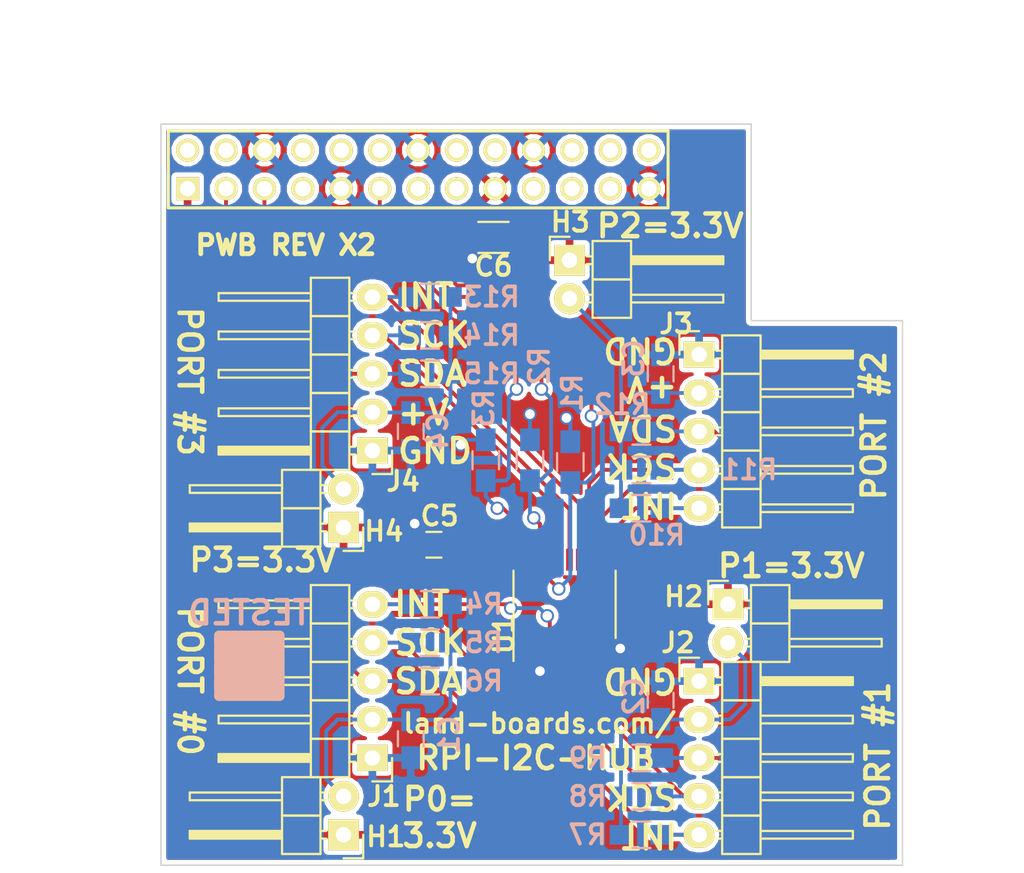
<source format=kicad_pcb>
(kicad_pcb (version 4) (host pcbnew "(after 2015-mar-04 BZR unknown)-product")

  (general
    (links 79)
    (no_connects 0)
    (area -10.999999 -7.85 61 51.246)
    (thickness 1.6)
    (drawings 26)
    (tracks 220)
    (zones 0)
    (modules 32)
    (nets 22)
  )

  (page A3)
  (layers
    (0 F.Cu signal)
    (31 B.Cu signal)
    (36 B.SilkS user hide)
    (37 F.SilkS user)
    (38 B.Mask user)
    (39 F.Mask user)
    (40 Dwgs.User user)
    (42 Eco1.User user)
    (44 Edge.Cuts user)
  )

  (setup
    (last_trace_width 0.254)
    (user_trace_width 0.2032)
    (user_trace_width 0.254)
    (user_trace_width 0.635)
    (trace_clearance 0.254)
    (zone_clearance 0.3048)
    (zone_45_only no)
    (trace_min 0.2032)
    (segment_width 0.2)
    (edge_width 0.1)
    (via_size 0.889)
    (via_drill 0.635)
    (via_min_size 0.889)
    (via_min_drill 0.508)
    (uvia_size 0.508)
    (uvia_drill 0.127)
    (uvias_allowed no)
    (uvia_min_size 0.508)
    (uvia_min_drill 0.127)
    (pcb_text_width 0.3)
    (pcb_text_size 1.5 1.5)
    (mod_edge_width 0.15)
    (mod_text_size 1.27 1.27)
    (mod_text_width 0.254)
    (pad_size 1.524 1.524)
    (pad_drill 1.016)
    (pad_to_mask_clearance 0)
    (aux_axis_origin 0 0)
    (visible_elements 7FFFFB3F)
    (pcbplotparams
      (layerselection 0x010f0_80000001)
      (usegerberextensions true)
      (excludeedgelayer true)
      (linewidth 0.150000)
      (plotframeref false)
      (viasonmask false)
      (mode 1)
      (useauxorigin false)
      (hpglpennumber 1)
      (hpglpenspeed 20)
      (hpglpendiameter 15)
      (hpglpenoverlay 2)
      (psnegative false)
      (psa4output false)
      (plotreference true)
      (plotvalue true)
      (plotinvisibletext false)
      (padsonsilk false)
      (subtractmaskfromsilk false)
      (outputformat 1)
      (mirror false)
      (drillshape 0)
      (scaleselection 1)
      (outputdirectory plots/))
  )

  (net 0 "")
  (net 1 /SCLK1)
  (net 2 /SDA1)
  (net 3 GND)
  (net 4 "Net-(J1-Pad3)")
  (net 5 "Net-(J1-Pad4)")
  (net 6 /~I0)
  (net 7 "Net-(J2-Pad3)")
  (net 8 "Net-(J2-Pad4)")
  (net 9 /~I1)
  (net 10 "Net-(J3-Pad3)")
  (net 11 "Net-(J3-Pad4)")
  (net 12 /~I2)
  (net 13 /~I3)
  (net 14 /IO_17)
  (net 15 "Net-(C1-Pad1)")
  (net 16 +3.3V)
  (net 17 "Net-(C3-Pad1)")
  (net 18 "Net-(C4-Pad1)")
  (net 19 "Net-(J4-Pad3)")
  (net 20 "Net-(J4-Pad4)")
  (net 21 "Net-(C2-Pad1)")

  (net_class Default "This is the default net class."
    (clearance 0.254)
    (trace_width 0.254)
    (via_dia 0.889)
    (via_drill 0.635)
    (uvia_dia 0.508)
    (uvia_drill 0.127)
    (add_net +3.3V)
    (add_net /IO_17)
    (add_net /SCLK1)
    (add_net /SDA1)
    (add_net /~I0)
    (add_net /~I1)
    (add_net /~I2)
    (add_net /~I3)
    (add_net GND)
    (add_net "Net-(C1-Pad1)")
    (add_net "Net-(C2-Pad1)")
    (add_net "Net-(C3-Pad1)")
    (add_net "Net-(C4-Pad1)")
    (add_net "Net-(J1-Pad3)")
    (add_net "Net-(J1-Pad4)")
    (add_net "Net-(J2-Pad3)")
    (add_net "Net-(J2-Pad4)")
    (add_net "Net-(J3-Pad3)")
    (add_net "Net-(J3-Pad4)")
    (add_net "Net-(J4-Pad3)")
    (add_net "Net-(J4-Pad4)")
  )

  (net_class POWER025 ""
    (clearance 0.381)
    (trace_width 0.635)
    (via_dia 0.889)
    (via_drill 0.635)
    (uvia_dia 0.508)
    (uvia_drill 0.127)
  )

  (module pin_array_13x2 (layer F.Cu) (tedit 54774C35) (tstamp 53531AA9)
    (at 17 3)
    (descr "2 x 13 pins connector")
    (tags CONN)
    (path /53B16746)
    (fp_text reference P1 (at -15.312 3.512) (layer F.SilkS) hide
      (effects (font (size 1.27 1.27) (thickness 0.254)))
    )
    (fp_text value RASPIO (at 7.62 -3.81) (layer F.SilkS) hide
      (effects (font (size 1.016 1.016) (thickness 0.2032)))
    )
    (fp_line (start -16.51 2.54) (end 16.51 2.54) (layer F.SilkS) (width 0.2032))
    (fp_line (start 16.51 -2.54) (end -16.51 -2.54) (layer F.SilkS) (width 0.2032))
    (fp_line (start -16.51 -2.54) (end -16.51 2.54) (layer F.SilkS) (width 0.2032))
    (fp_line (start 16.51 2.54) (end 16.51 -2.54) (layer F.SilkS) (width 0.2032))
    (pad 1 thru_hole rect (at -15.24 1.27) (size 1.524 1.524) (drill 1.016) (layers *.Cu *.Mask F.SilkS)
      (net 16 +3.3V))
    (pad 2 thru_hole circle (at -15.24 -1.27) (size 1.524 1.524) (drill 1.016) (layers *.Cu *.Mask F.SilkS))
    (pad 3 thru_hole circle (at -12.7 1.27) (size 1.524 1.524) (drill 1.016) (layers *.Cu *.Mask F.SilkS)
      (net 2 /SDA1))
    (pad 4 thru_hole circle (at -12.7 -1.27) (size 1.524 1.524) (drill 1.016) (layers *.Cu *.Mask F.SilkS))
    (pad 5 thru_hole circle (at -10.16 1.27) (size 1.524 1.524) (drill 1.016) (layers *.Cu *.Mask F.SilkS)
      (net 1 /SCLK1))
    (pad 6 thru_hole circle (at -10.16 -1.27) (size 1.524 1.524) (drill 1.016) (layers *.Cu *.Mask F.SilkS)
      (net 3 GND))
    (pad 7 thru_hole circle (at -7.62 1.27) (size 1.524 1.524) (drill 1.016) (layers *.Cu *.Mask F.SilkS))
    (pad 8 thru_hole circle (at -7.62 -1.27) (size 1.524 1.524) (drill 1.016) (layers *.Cu *.Mask F.SilkS))
    (pad 9 thru_hole circle (at -5.08 1.27) (size 1.524 1.524) (drill 1.016) (layers *.Cu *.Mask F.SilkS)
      (net 3 GND))
    (pad 10 thru_hole circle (at -5.08 -1.27) (size 1.524 1.524) (drill 1.016) (layers *.Cu *.Mask F.SilkS))
    (pad 11 thru_hole circle (at -2.54 1.27) (size 1.524 1.524) (drill 1.016) (layers *.Cu *.Mask F.SilkS)
      (net 14 /IO_17))
    (pad 12 thru_hole circle (at -2.54 -1.27) (size 1.524 1.524) (drill 1.016) (layers *.Cu *.Mask F.SilkS))
    (pad 13 thru_hole circle (at 0 1.27) (size 1.524 1.524) (drill 1.016) (layers *.Cu *.Mask F.SilkS))
    (pad 14 thru_hole circle (at 0 -1.27) (size 1.524 1.524) (drill 1.016) (layers *.Cu *.Mask F.SilkS)
      (net 3 GND))
    (pad 15 thru_hole circle (at 2.54 1.27) (size 1.524 1.524) (drill 1.016) (layers *.Cu *.Mask F.SilkS))
    (pad 16 thru_hole circle (at 2.54 -1.27) (size 1.524 1.524) (drill 1.016) (layers *.Cu *.Mask F.SilkS))
    (pad 17 thru_hole circle (at 5.08 1.27) (size 1.524 1.524) (drill 1.016) (layers *.Cu *.Mask F.SilkS)
      (net 16 +3.3V))
    (pad 18 thru_hole circle (at 5.08 -1.27) (size 1.524 1.524) (drill 1.016) (layers *.Cu *.Mask F.SilkS))
    (pad 19 thru_hole circle (at 7.62 1.27) (size 1.524 1.524) (drill 1.016) (layers *.Cu *.Mask F.SilkS))
    (pad 20 thru_hole circle (at 7.62 -1.27) (size 1.524 1.524) (drill 1.016) (layers *.Cu *.Mask F.SilkS)
      (net 3 GND))
    (pad 21 thru_hole circle (at 10.16 1.27) (size 1.524 1.524) (drill 1.016) (layers *.Cu *.Mask F.SilkS))
    (pad 22 thru_hole circle (at 10.16 -1.27) (size 1.524 1.524) (drill 1.016) (layers *.Cu *.Mask F.SilkS))
    (pad 23 thru_hole circle (at 12.7 1.27) (size 1.524 1.524) (drill 1.016) (layers *.Cu *.Mask F.SilkS))
    (pad 24 thru_hole circle (at 12.7 -1.27) (size 1.524 1.524) (drill 1.016) (layers *.Cu *.Mask F.SilkS))
    (pad 25 thru_hole circle (at 15.24 1.27) (size 1.524 1.524) (drill 1.016) (layers *.Cu *.Mask F.SilkS)
      (net 3 GND))
    (pad 26 thru_hole circle (at 15.24 -1.27) (size 1.524 1.524) (drill 1.016) (layers *.Cu *.Mask F.SilkS))
    (model pin_array/pins_array_13x2.wrl
      (at (xyz 0 0 0))
      (scale (xyz 1 1 1))
      (rotate (xyz 0 0 0))
    )
  )

  (module Resistors_SMD:R_0805_HandSoldering (layer B.Cu) (tedit 55C4D25F) (tstamp 55C243EA)
    (at 27.051 22.352 270)
    (descr "Resistor SMD 0805, hand soldering")
    (tags "resistor 0805")
    (path /55C26277)
    (attr smd)
    (fp_text reference R1 (at -4.572 -0.127 270) (layer B.SilkS)
      (effects (font (size 1.27 1.27) (thickness 0.254)) (justify mirror))
    )
    (fp_text value 3.3K (at 0 -2.1 270) (layer B.SilkS) hide
      (effects (font (size 1 1) (thickness 0.15)) (justify mirror))
    )
    (fp_line (start -2.4 1) (end 2.4 1) (layer B.CrtYd) (width 0.05))
    (fp_line (start -2.4 -1) (end 2.4 -1) (layer B.CrtYd) (width 0.05))
    (fp_line (start -2.4 1) (end -2.4 -1) (layer B.CrtYd) (width 0.05))
    (fp_line (start 2.4 1) (end 2.4 -1) (layer B.CrtYd) (width 0.05))
    (fp_line (start 0.6 -0.875) (end -0.6 -0.875) (layer B.SilkS) (width 0.15))
    (fp_line (start -0.6 0.875) (end 0.6 0.875) (layer B.SilkS) (width 0.15))
    (pad 1 smd rect (at -1.35 0 270) (size 1.5 1.3) (layers B.Cu B.Mask)
      (net 16 +3.3V))
    (pad 2 smd rect (at 1.35 0 270) (size 1.5 1.3) (layers B.Cu B.Mask)
      (net 14 /IO_17))
    (model Resistors_SMD.3dshapes/R_0805_HandSoldering.wrl
      (at (xyz 0 0 0))
      (scale (xyz 1 1 1))
      (rotate (xyz 0 0 0))
    )
  )

  (module Resistors_SMD:R_0805_HandSoldering (layer B.Cu) (tedit 55C4D0F6) (tstamp 55C243F5)
    (at 24.384 22.225 270)
    (descr "Resistor SMD 0805, hand soldering")
    (tags "resistor 0805")
    (path /55C26270)
    (attr smd)
    (fp_text reference R2 (at -6.225 -0.616 270) (layer B.SilkS)
      (effects (font (size 1.27 1.27) (thickness 0.254)) (justify mirror))
    )
    (fp_text value 3.3K (at 0 -2.1 270) (layer B.SilkS) hide
      (effects (font (size 1 1) (thickness 0.15)) (justify mirror))
    )
    (fp_line (start -2.4 1) (end 2.4 1) (layer B.CrtYd) (width 0.05))
    (fp_line (start -2.4 -1) (end 2.4 -1) (layer B.CrtYd) (width 0.05))
    (fp_line (start -2.4 1) (end -2.4 -1) (layer B.CrtYd) (width 0.05))
    (fp_line (start 2.4 1) (end 2.4 -1) (layer B.CrtYd) (width 0.05))
    (fp_line (start 0.6 -0.875) (end -0.6 -0.875) (layer B.SilkS) (width 0.15))
    (fp_line (start -0.6 0.875) (end 0.6 0.875) (layer B.SilkS) (width 0.15))
    (pad 1 smd rect (at -1.35 0 270) (size 1.5 1.3) (layers B.Cu B.Mask)
      (net 16 +3.3V))
    (pad 2 smd rect (at 1.35 0 270) (size 1.5 1.3) (layers B.Cu B.Mask)
      (net 1 /SCLK1))
    (model Resistors_SMD.3dshapes/R_0805_HandSoldering.wrl
      (at (xyz 0 0 0))
      (scale (xyz 1 1 1))
      (rotate (xyz 0 0 0))
    )
  )

  (module Resistors_SMD:R_0805_HandSoldering (layer B.Cu) (tedit 55C4D257) (tstamp 55C2440B)
    (at 21.463 22.225 270)
    (descr "Resistor SMD 0805, hand soldering")
    (tags "resistor 0805")
    (path /55C26269)
    (attr smd)
    (fp_text reference R3 (at -3.429 0.127 270) (layer B.SilkS)
      (effects (font (size 1.27 1.27) (thickness 0.254)) (justify mirror))
    )
    (fp_text value 3.3K (at 0 -2.1 270) (layer B.SilkS) hide
      (effects (font (size 1 1) (thickness 0.15)) (justify mirror))
    )
    (fp_line (start -2.4 1) (end 2.4 1) (layer B.CrtYd) (width 0.05))
    (fp_line (start -2.4 -1) (end 2.4 -1) (layer B.CrtYd) (width 0.05))
    (fp_line (start -2.4 1) (end -2.4 -1) (layer B.CrtYd) (width 0.05))
    (fp_line (start 2.4 1) (end 2.4 -1) (layer B.CrtYd) (width 0.05))
    (fp_line (start 0.6 -0.875) (end -0.6 -0.875) (layer B.SilkS) (width 0.15))
    (fp_line (start -0.6 0.875) (end 0.6 0.875) (layer B.SilkS) (width 0.15))
    (pad 1 smd rect (at -1.35 0 270) (size 1.5 1.3) (layers B.Cu B.Mask)
      (net 16 +3.3V))
    (pad 2 smd rect (at 1.35 0 270) (size 1.5 1.3) (layers B.Cu B.Mask)
      (net 2 /SDA1))
    (model Resistors_SMD.3dshapes/R_0805_HandSoldering.wrl
      (at (xyz 0 0 0))
      (scale (xyz 1 1 1))
      (rotate (xyz 0 0 0))
    )
  )

  (module Resistors_SMD:R_0805_HandSoldering (layer B.Cu) (tedit 55C4D2D3) (tstamp 55C24417)
    (at 17.78 31.75 180)
    (descr "Resistor SMD 0805, hand soldering")
    (tags "resistor 0805")
    (path /55C2632E)
    (attr smd)
    (fp_text reference R4 (at -3.556 0 180) (layer B.SilkS)
      (effects (font (size 1.27 1.27) (thickness 0.254)) (justify mirror))
    )
    (fp_text value 3.3K (at 0 -2.1 180) (layer B.SilkS) hide
      (effects (font (size 1 1) (thickness 0.15)) (justify mirror))
    )
    (fp_line (start -2.4 1) (end 2.4 1) (layer B.CrtYd) (width 0.05))
    (fp_line (start -2.4 -1) (end 2.4 -1) (layer B.CrtYd) (width 0.05))
    (fp_line (start -2.4 1) (end -2.4 -1) (layer B.CrtYd) (width 0.05))
    (fp_line (start 2.4 1) (end 2.4 -1) (layer B.CrtYd) (width 0.05))
    (fp_line (start 0.6 -0.875) (end -0.6 -0.875) (layer B.SilkS) (width 0.15))
    (fp_line (start -0.6 0.875) (end 0.6 0.875) (layer B.SilkS) (width 0.15))
    (pad 1 smd rect (at -1.35 0 180) (size 1.5 1.3) (layers B.Cu B.Mask)
      (net 15 "Net-(C1-Pad1)"))
    (pad 2 smd rect (at 1.35 0 180) (size 1.5 1.3) (layers B.Cu B.Mask)
      (net 6 /~I0))
    (model Resistors_SMD.3dshapes/R_0805_HandSoldering.wrl
      (at (xyz 0 0 0))
      (scale (xyz 1 1 1))
      (rotate (xyz 0 0 0))
    )
  )

  (module Resistors_SMD:R_0805_HandSoldering (layer B.Cu) (tedit 55C4D2DA) (tstamp 55C24423)
    (at 31.75 46.99)
    (descr "Resistor SMD 0805, hand soldering")
    (tags "resistor 0805")
    (path /55C26343)
    (attr smd)
    (fp_text reference R7 (at -3.556 0) (layer B.SilkS)
      (effects (font (size 1.27 1.27) (thickness 0.254)) (justify mirror))
    )
    (fp_text value 3.3K (at 0 -2.1) (layer B.SilkS) hide
      (effects (font (size 1 1) (thickness 0.15)) (justify mirror))
    )
    (fp_line (start -2.4 1) (end 2.4 1) (layer B.CrtYd) (width 0.05))
    (fp_line (start -2.4 -1) (end 2.4 -1) (layer B.CrtYd) (width 0.05))
    (fp_line (start -2.4 1) (end -2.4 -1) (layer B.CrtYd) (width 0.05))
    (fp_line (start 2.4 1) (end 2.4 -1) (layer B.CrtYd) (width 0.05))
    (fp_line (start 0.6 -0.875) (end -0.6 -0.875) (layer B.SilkS) (width 0.15))
    (fp_line (start -0.6 0.875) (end 0.6 0.875) (layer B.SilkS) (width 0.15))
    (pad 1 smd rect (at -1.35 0) (size 1.5 1.3) (layers B.Cu B.Mask)
      (net 21 "Net-(C2-Pad1)"))
    (pad 2 smd rect (at 1.35 0) (size 1.5 1.3) (layers B.Cu B.Mask)
      (net 9 /~I1))
    (model Resistors_SMD.3dshapes/R_0805_HandSoldering.wrl
      (at (xyz 0 0 0))
      (scale (xyz 1 1 1))
      (rotate (xyz 0 0 0))
    )
  )

  (module Resistors_SMD:R_0805_HandSoldering (layer B.Cu) (tedit 55C4D31D) (tstamp 55C2442F)
    (at 31.75 25.4)
    (descr "Resistor SMD 0805, hand soldering")
    (tags "resistor 0805")
    (path /55C26358)
    (attr smd)
    (fp_text reference R10 (at 1.016 1.778) (layer B.SilkS)
      (effects (font (size 1.27 1.27) (thickness 0.254)) (justify mirror))
    )
    (fp_text value 3.3K (at 0 -2.1) (layer B.SilkS) hide
      (effects (font (size 1 1) (thickness 0.15)) (justify mirror))
    )
    (fp_line (start -2.4 1) (end 2.4 1) (layer B.CrtYd) (width 0.05))
    (fp_line (start -2.4 -1) (end 2.4 -1) (layer B.CrtYd) (width 0.05))
    (fp_line (start -2.4 1) (end -2.4 -1) (layer B.CrtYd) (width 0.05))
    (fp_line (start 2.4 1) (end 2.4 -1) (layer B.CrtYd) (width 0.05))
    (fp_line (start 0.6 -0.875) (end -0.6 -0.875) (layer B.SilkS) (width 0.15))
    (fp_line (start -0.6 0.875) (end 0.6 0.875) (layer B.SilkS) (width 0.15))
    (pad 1 smd rect (at -1.35 0) (size 1.5 1.3) (layers B.Cu B.Mask)
      (net 17 "Net-(C3-Pad1)"))
    (pad 2 smd rect (at 1.35 0) (size 1.5 1.3) (layers B.Cu B.Mask)
      (net 12 /~I2))
    (model Resistors_SMD.3dshapes/R_0805_HandSoldering.wrl
      (at (xyz 0 0 0))
      (scale (xyz 1 1 1))
      (rotate (xyz 0 0 0))
    )
  )

  (module Resistors_SMD:R_0805_HandSoldering (layer B.Cu) (tedit 55C4D281) (tstamp 55C2443B)
    (at 17.78 11.43 180)
    (descr "Resistor SMD 0805, hand soldering")
    (tags "resistor 0805")
    (path /55C2636D)
    (attr smd)
    (fp_text reference R13 (at -4.064 0 180) (layer B.SilkS)
      (effects (font (size 1.27 1.27) (thickness 0.254)) (justify mirror))
    )
    (fp_text value 3.3K (at 0 -2.1 180) (layer B.SilkS) hide
      (effects (font (size 1 1) (thickness 0.15)) (justify mirror))
    )
    (fp_line (start -2.4 1) (end 2.4 1) (layer B.CrtYd) (width 0.05))
    (fp_line (start -2.4 -1) (end 2.4 -1) (layer B.CrtYd) (width 0.05))
    (fp_line (start -2.4 1) (end -2.4 -1) (layer B.CrtYd) (width 0.05))
    (fp_line (start 2.4 1) (end 2.4 -1) (layer B.CrtYd) (width 0.05))
    (fp_line (start 0.6 -0.875) (end -0.6 -0.875) (layer B.SilkS) (width 0.15))
    (fp_line (start -0.6 0.875) (end 0.6 0.875) (layer B.SilkS) (width 0.15))
    (pad 1 smd rect (at -1.35 0 180) (size 1.5 1.3) (layers B.Cu B.Mask)
      (net 18 "Net-(C4-Pad1)"))
    (pad 2 smd rect (at 1.35 0 180) (size 1.5 1.3) (layers B.Cu B.Mask)
      (net 13 /~I3))
    (model Resistors_SMD.3dshapes/R_0805_HandSoldering.wrl
      (at (xyz 0 0 0))
      (scale (xyz 1 1 1))
      (rotate (xyz 0 0 0))
    )
  )

  (module Resistors_SMD:R_0805_HandSoldering (layer B.Cu) (tedit 55C4D181) (tstamp 55C24447)
    (at 17.78 34.29 180)
    (descr "Resistor SMD 0805, hand soldering")
    (tags "resistor 0805")
    (path /55C26327)
    (attr smd)
    (fp_text reference R5 (at -3.556 0 180) (layer B.SilkS)
      (effects (font (size 1.27 1.27) (thickness 0.254)) (justify mirror))
    )
    (fp_text value 3.3K (at 0 -2.1 180) (layer B.SilkS) hide
      (effects (font (size 1 1) (thickness 0.15)) (justify mirror))
    )
    (fp_line (start -2.4 1) (end 2.4 1) (layer B.CrtYd) (width 0.05))
    (fp_line (start -2.4 -1) (end 2.4 -1) (layer B.CrtYd) (width 0.05))
    (fp_line (start -2.4 1) (end -2.4 -1) (layer B.CrtYd) (width 0.05))
    (fp_line (start 2.4 1) (end 2.4 -1) (layer B.CrtYd) (width 0.05))
    (fp_line (start 0.6 -0.875) (end -0.6 -0.875) (layer B.SilkS) (width 0.15))
    (fp_line (start -0.6 0.875) (end 0.6 0.875) (layer B.SilkS) (width 0.15))
    (pad 1 smd rect (at -1.35 0 180) (size 1.5 1.3) (layers B.Cu B.Mask)
      (net 15 "Net-(C1-Pad1)"))
    (pad 2 smd rect (at 1.35 0 180) (size 1.5 1.3) (layers B.Cu B.Mask)
      (net 5 "Net-(J1-Pad4)"))
    (model Resistors_SMD.3dshapes/R_0805_HandSoldering.wrl
      (at (xyz 0 0 0))
      (scale (xyz 1 1 1))
      (rotate (xyz 0 0 0))
    )
  )

  (module Resistors_SMD:R_0805_HandSoldering (layer B.Cu) (tedit 55C4D2DE) (tstamp 55C24453)
    (at 31.75 44.45)
    (descr "Resistor SMD 0805, hand soldering")
    (tags "resistor 0805")
    (path /55C2633C)
    (attr smd)
    (fp_text reference R8 (at -3.556 0) (layer B.SilkS)
      (effects (font (size 1.27 1.27) (thickness 0.254)) (justify mirror))
    )
    (fp_text value 3.3K (at 0 -2.1) (layer B.SilkS) hide
      (effects (font (size 1 1) (thickness 0.15)) (justify mirror))
    )
    (fp_line (start -2.4 1) (end 2.4 1) (layer B.CrtYd) (width 0.05))
    (fp_line (start -2.4 -1) (end 2.4 -1) (layer B.CrtYd) (width 0.05))
    (fp_line (start -2.4 1) (end -2.4 -1) (layer B.CrtYd) (width 0.05))
    (fp_line (start 2.4 1) (end 2.4 -1) (layer B.CrtYd) (width 0.05))
    (fp_line (start 0.6 -0.875) (end -0.6 -0.875) (layer B.SilkS) (width 0.15))
    (fp_line (start -0.6 0.875) (end 0.6 0.875) (layer B.SilkS) (width 0.15))
    (pad 1 smd rect (at -1.35 0) (size 1.5 1.3) (layers B.Cu B.Mask)
      (net 21 "Net-(C2-Pad1)"))
    (pad 2 smd rect (at 1.35 0) (size 1.5 1.3) (layers B.Cu B.Mask)
      (net 8 "Net-(J2-Pad4)"))
    (model Resistors_SMD.3dshapes/R_0805_HandSoldering.wrl
      (at (xyz 0 0 0))
      (scale (xyz 1 1 1))
      (rotate (xyz 0 0 0))
    )
  )

  (module Resistors_SMD:R_0805_HandSoldering (layer B.Cu) (tedit 55C4D30B) (tstamp 55C2445F)
    (at 31.75 22.86)
    (descr "Resistor SMD 0805, hand soldering")
    (tags "resistor 0805")
    (path /55C26351)
    (attr smd)
    (fp_text reference R11 (at 7.112 0) (layer B.SilkS)
      (effects (font (size 1.27 1.27) (thickness 0.254)) (justify mirror))
    )
    (fp_text value 3.3K (at 0 -2.1) (layer B.SilkS) hide
      (effects (font (size 1 1) (thickness 0.15)) (justify mirror))
    )
    (fp_line (start -2.4 1) (end 2.4 1) (layer B.CrtYd) (width 0.05))
    (fp_line (start -2.4 -1) (end 2.4 -1) (layer B.CrtYd) (width 0.05))
    (fp_line (start -2.4 1) (end -2.4 -1) (layer B.CrtYd) (width 0.05))
    (fp_line (start 2.4 1) (end 2.4 -1) (layer B.CrtYd) (width 0.05))
    (fp_line (start 0.6 -0.875) (end -0.6 -0.875) (layer B.SilkS) (width 0.15))
    (fp_line (start -0.6 0.875) (end 0.6 0.875) (layer B.SilkS) (width 0.15))
    (pad 1 smd rect (at -1.35 0) (size 1.5 1.3) (layers B.Cu B.Mask)
      (net 17 "Net-(C3-Pad1)"))
    (pad 2 smd rect (at 1.35 0) (size 1.5 1.3) (layers B.Cu B.Mask)
      (net 11 "Net-(J3-Pad4)"))
    (model Resistors_SMD.3dshapes/R_0805_HandSoldering.wrl
      (at (xyz 0 0 0))
      (scale (xyz 1 1 1))
      (rotate (xyz 0 0 0))
    )
  )

  (module Resistors_SMD:R_0805_HandSoldering (layer B.Cu) (tedit 55C4D120) (tstamp 55C2446B)
    (at 17.78 13.97 180)
    (descr "Resistor SMD 0805, hand soldering")
    (tags "resistor 0805")
    (path /55C26366)
    (attr smd)
    (fp_text reference R14 (at -4.064 0 180) (layer B.SilkS)
      (effects (font (size 1.27 1.27) (thickness 0.254)) (justify mirror))
    )
    (fp_text value 3.3K (at 0 -2.1 180) (layer B.SilkS) hide
      (effects (font (size 1 1) (thickness 0.15)) (justify mirror))
    )
    (fp_line (start -2.4 1) (end 2.4 1) (layer B.CrtYd) (width 0.05))
    (fp_line (start -2.4 -1) (end 2.4 -1) (layer B.CrtYd) (width 0.05))
    (fp_line (start -2.4 1) (end -2.4 -1) (layer B.CrtYd) (width 0.05))
    (fp_line (start 2.4 1) (end 2.4 -1) (layer B.CrtYd) (width 0.05))
    (fp_line (start 0.6 -0.875) (end -0.6 -0.875) (layer B.SilkS) (width 0.15))
    (fp_line (start -0.6 0.875) (end 0.6 0.875) (layer B.SilkS) (width 0.15))
    (pad 1 smd rect (at -1.35 0 180) (size 1.5 1.3) (layers B.Cu B.Mask)
      (net 18 "Net-(C4-Pad1)"))
    (pad 2 smd rect (at 1.35 0 180) (size 1.5 1.3) (layers B.Cu B.Mask)
      (net 20 "Net-(J4-Pad4)"))
    (model Resistors_SMD.3dshapes/R_0805_HandSoldering.wrl
      (at (xyz 0 0 0))
      (scale (xyz 1 1 1))
      (rotate (xyz 0 0 0))
    )
  )

  (module Resistors_SMD:R_0805_HandSoldering (layer B.Cu) (tedit 55C4D2CF) (tstamp 55C24477)
    (at 17.78 36.83 180)
    (descr "Resistor SMD 0805, hand soldering")
    (tags "resistor 0805")
    (path /55C26320)
    (attr smd)
    (fp_text reference R6 (at -3.556 0 180) (layer B.SilkS)
      (effects (font (size 1.27 1.27) (thickness 0.254)) (justify mirror))
    )
    (fp_text value 3.3K (at 0 -2.1 180) (layer B.SilkS) hide
      (effects (font (size 1 1) (thickness 0.15)) (justify mirror))
    )
    (fp_line (start -2.4 1) (end 2.4 1) (layer B.CrtYd) (width 0.05))
    (fp_line (start -2.4 -1) (end 2.4 -1) (layer B.CrtYd) (width 0.05))
    (fp_line (start -2.4 1) (end -2.4 -1) (layer B.CrtYd) (width 0.05))
    (fp_line (start 2.4 1) (end 2.4 -1) (layer B.CrtYd) (width 0.05))
    (fp_line (start 0.6 -0.875) (end -0.6 -0.875) (layer B.SilkS) (width 0.15))
    (fp_line (start -0.6 0.875) (end 0.6 0.875) (layer B.SilkS) (width 0.15))
    (pad 1 smd rect (at -1.35 0 180) (size 1.5 1.3) (layers B.Cu B.Mask)
      (net 15 "Net-(C1-Pad1)"))
    (pad 2 smd rect (at 1.35 0 180) (size 1.5 1.3) (layers B.Cu B.Mask)
      (net 4 "Net-(J1-Pad3)"))
    (model Resistors_SMD.3dshapes/R_0805_HandSoldering.wrl
      (at (xyz 0 0 0))
      (scale (xyz 1 1 1))
      (rotate (xyz 0 0 0))
    )
  )

  (module Resistors_SMD:R_0805_HandSoldering (layer B.Cu) (tedit 55C4D2E2) (tstamp 55C24483)
    (at 31.75 41.91)
    (descr "Resistor SMD 0805, hand soldering")
    (tags "resistor 0805")
    (path /55C26335)
    (attr smd)
    (fp_text reference R9 (at -3.556 0) (layer B.SilkS)
      (effects (font (size 1.27 1.27) (thickness 0.254)) (justify mirror))
    )
    (fp_text value 3.3K (at 0 -2.1) (layer B.SilkS) hide
      (effects (font (size 1 1) (thickness 0.15)) (justify mirror))
    )
    (fp_line (start -2.4 1) (end 2.4 1) (layer B.CrtYd) (width 0.05))
    (fp_line (start -2.4 -1) (end 2.4 -1) (layer B.CrtYd) (width 0.05))
    (fp_line (start -2.4 1) (end -2.4 -1) (layer B.CrtYd) (width 0.05))
    (fp_line (start 2.4 1) (end 2.4 -1) (layer B.CrtYd) (width 0.05))
    (fp_line (start 0.6 -0.875) (end -0.6 -0.875) (layer B.SilkS) (width 0.15))
    (fp_line (start -0.6 0.875) (end 0.6 0.875) (layer B.SilkS) (width 0.15))
    (pad 1 smd rect (at -1.35 0) (size 1.5 1.3) (layers B.Cu B.Mask)
      (net 21 "Net-(C2-Pad1)"))
    (pad 2 smd rect (at 1.35 0) (size 1.5 1.3) (layers B.Cu B.Mask)
      (net 7 "Net-(J2-Pad3)"))
    (model Resistors_SMD.3dshapes/R_0805_HandSoldering.wrl
      (at (xyz 0 0 0))
      (scale (xyz 1 1 1))
      (rotate (xyz 0 0 0))
    )
  )

  (module Resistors_SMD:R_0805_HandSoldering (layer B.Cu) (tedit 55C4D334) (tstamp 55C2448F)
    (at 31.75 20.32)
    (descr "Resistor SMD 0805, hand soldering")
    (tags "resistor 0805")
    (path /55C2634A)
    (attr smd)
    (fp_text reference R12 (at -1.27 -1.778) (layer B.SilkS)
      (effects (font (size 1.27 1.27) (thickness 0.254)) (justify mirror))
    )
    (fp_text value 3.3K (at 0 -2.1) (layer B.SilkS) hide
      (effects (font (size 1 1) (thickness 0.15)) (justify mirror))
    )
    (fp_line (start -2.4 1) (end 2.4 1) (layer B.CrtYd) (width 0.05))
    (fp_line (start -2.4 -1) (end 2.4 -1) (layer B.CrtYd) (width 0.05))
    (fp_line (start -2.4 1) (end -2.4 -1) (layer B.CrtYd) (width 0.05))
    (fp_line (start 2.4 1) (end 2.4 -1) (layer B.CrtYd) (width 0.05))
    (fp_line (start 0.6 -0.875) (end -0.6 -0.875) (layer B.SilkS) (width 0.15))
    (fp_line (start -0.6 0.875) (end 0.6 0.875) (layer B.SilkS) (width 0.15))
    (pad 1 smd rect (at -1.35 0) (size 1.5 1.3) (layers B.Cu B.Mask)
      (net 17 "Net-(C3-Pad1)"))
    (pad 2 smd rect (at 1.35 0) (size 1.5 1.3) (layers B.Cu B.Mask)
      (net 10 "Net-(J3-Pad3)"))
    (model Resistors_SMD.3dshapes/R_0805_HandSoldering.wrl
      (at (xyz 0 0 0))
      (scale (xyz 1 1 1))
      (rotate (xyz 0 0 0))
    )
  )

  (module Resistors_SMD:R_0805_HandSoldering (layer B.Cu) (tedit 55C4D288) (tstamp 55C2449B)
    (at 17.78 16.51 180)
    (descr "Resistor SMD 0805, hand soldering")
    (tags "resistor 0805")
    (path /55C2635F)
    (attr smd)
    (fp_text reference R15 (at -4.064 0 180) (layer B.SilkS)
      (effects (font (size 1.27 1.27) (thickness 0.254)) (justify mirror))
    )
    (fp_text value 3.3K (at 0 -2.1 180) (layer B.SilkS) hide
      (effects (font (size 1 1) (thickness 0.15)) (justify mirror))
    )
    (fp_line (start -2.4 1) (end 2.4 1) (layer B.CrtYd) (width 0.05))
    (fp_line (start -2.4 -1) (end 2.4 -1) (layer B.CrtYd) (width 0.05))
    (fp_line (start -2.4 1) (end -2.4 -1) (layer B.CrtYd) (width 0.05))
    (fp_line (start 2.4 1) (end 2.4 -1) (layer B.CrtYd) (width 0.05))
    (fp_line (start 0.6 -0.875) (end -0.6 -0.875) (layer B.SilkS) (width 0.15))
    (fp_line (start -0.6 0.875) (end 0.6 0.875) (layer B.SilkS) (width 0.15))
    (pad 1 smd rect (at -1.35 0 180) (size 1.5 1.3) (layers B.Cu B.Mask)
      (net 18 "Net-(C4-Pad1)"))
    (pad 2 smd rect (at 1.35 0 180) (size 1.5 1.3) (layers B.Cu B.Mask)
      (net 19 "Net-(J4-Pad3)"))
    (model Resistors_SMD.3dshapes/R_0805_HandSoldering.wrl
      (at (xyz 0 0 0))
      (scale (xyz 1 1 1))
      (rotate (xyz 0 0 0))
    )
  )

  (module Housings_SSOP:TSSOP-20_4.4x6.5mm_Pitch0.65mm (layer F.Cu) (tedit 55C246EE) (tstamp 55C2449C)
    (at 26.67 31.75 90)
    (descr "20-Lead Plastic Thin Shrink Small Outline (ST)-4.4 mm Body [TSSOP] (see Microchip Packaging Specification 00000049BS.pdf)")
    (tags "SSOP 0.65")
    (path /55C26245)
    (clearance -0.002)
    (attr smd)
    (fp_text reference U1 (at -2 -4 90) (layer F.SilkS)
      (effects (font (size 1.27 1.27) (thickness 0.254)))
    )
    (fp_text value PCA9544A (at 0 4.3 90) (layer F.SilkS) hide
      (effects (font (size 1 1) (thickness 0.15)))
    )
    (fp_line (start -3.95 -3.55) (end -3.95 3.55) (layer F.CrtYd) (width 0.05))
    (fp_line (start 3.95 -3.55) (end 3.95 3.55) (layer F.CrtYd) (width 0.05))
    (fp_line (start -3.95 -3.55) (end 3.95 -3.55) (layer F.CrtYd) (width 0.05))
    (fp_line (start -3.95 3.55) (end 3.95 3.55) (layer F.CrtYd) (width 0.05))
    (fp_line (start -2.225 3.375) (end 2.225 3.375) (layer F.SilkS) (width 0.15))
    (fp_line (start -3.75 -3.375) (end 2.225 -3.375) (layer F.SilkS) (width 0.15))
    (pad 1 smd rect (at -2.95 -2.925 90) (size 1.45 0.45) (layers F.Cu F.Mask)
      (net 16 +3.3V))
    (pad 2 smd rect (at -2.95 -2.275 90) (size 1.45 0.45) (layers F.Cu F.Mask)
      (net 3 GND))
    (pad 3 smd rect (at -2.95 -1.625 90) (size 1.45 0.45) (layers F.Cu F.Mask)
      (net 3 GND))
    (pad 4 smd rect (at -2.95 -0.975 90) (size 1.45 0.45) (layers F.Cu F.Mask)
      (net 6 /~I0))
    (pad 5 smd rect (at -2.95 -0.325 90) (size 1.45 0.45) (layers F.Cu F.Mask)
      (net 4 "Net-(J1-Pad3)"))
    (pad 6 smd rect (at -2.95 0.325 90) (size 1.45 0.45) (layers F.Cu F.Mask)
      (net 5 "Net-(J1-Pad4)"))
    (pad 7 smd rect (at -2.95 0.975 90) (size 1.45 0.45) (layers F.Cu F.Mask)
      (net 9 /~I1))
    (pad 8 smd rect (at -2.95 1.625 90) (size 1.45 0.45) (layers F.Cu F.Mask)
      (net 7 "Net-(J2-Pad3)"))
    (pad 9 smd rect (at -2.95 2.275 90) (size 1.45 0.45) (layers F.Cu F.Mask)
      (net 8 "Net-(J2-Pad4)"))
    (pad 10 smd rect (at -2.95 2.925 90) (size 1.45 0.45) (layers F.Cu F.Mask)
      (net 3 GND))
    (pad 11 smd rect (at 2.95 2.925 90) (size 1.45 0.45) (layers F.Cu F.Mask)
      (net 12 /~I2))
    (pad 12 smd rect (at 2.95 2.275 90) (size 1.45 0.45) (layers F.Cu F.Mask)
      (net 10 "Net-(J3-Pad3)"))
    (pad 13 smd rect (at 2.95 1.625 90) (size 1.45 0.45) (layers F.Cu F.Mask)
      (net 11 "Net-(J3-Pad4)"))
    (pad 14 smd rect (at 2.95 0.975 90) (size 1.45 0.45) (layers F.Cu F.Mask)
      (net 13 /~I3))
    (pad 15 smd rect (at 2.95 0.325 90) (size 1.45 0.45) (layers F.Cu F.Mask)
      (net 19 "Net-(J4-Pad3)"))
    (pad 16 smd rect (at 2.95 -0.325 90) (size 1.45 0.45) (layers F.Cu F.Mask)
      (net 20 "Net-(J4-Pad4)"))
    (pad 17 smd rect (at 2.95 -0.975 90) (size 1.45 0.45) (layers F.Cu F.Mask)
      (net 14 /IO_17))
    (pad 18 smd rect (at 2.95 -1.625 90) (size 1.45 0.45) (layers F.Cu F.Mask)
      (net 1 /SCLK1))
    (pad 19 smd rect (at 2.95 -2.275 90) (size 1.45 0.45) (layers F.Cu F.Mask)
      (net 2 /SDA1))
    (pad 20 smd rect (at 2.95 -2.925 90) (size 1.45 0.45) (layers F.Cu F.Mask)
      (net 16 +3.3V))
    (model Housings_SSOP.3dshapes/TSSOP-20_4.4x6.5mm_Pitch0.65mm.wrl
      (at (xyz 0 0 0))
      (scale (xyz 1 1 1))
      (rotate (xyz 0 0 0))
    )
  )

  (module Pin_Headers:Pin_Header_Angled_1x05 (layer F.Cu) (tedit 55C4D2BC) (tstamp 55C248C9)
    (at 13.97 41.91 180)
    (descr "Through hole pin header")
    (tags "pin header")
    (path /55C2628A)
    (fp_text reference J1 (at -0.762 -2.54 180) (layer F.SilkS)
      (effects (font (size 1.27 1.27) (thickness 0.254)))
    )
    (fp_text value I2CINT-5PIN (at 0 -3.1 180) (layer F.SilkS) hide
      (effects (font (size 1 1) (thickness 0.15)))
    )
    (fp_line (start -1.5 -1.75) (end -1.5 11.95) (layer F.CrtYd) (width 0.05))
    (fp_line (start 10.65 -1.75) (end 10.65 11.95) (layer F.CrtYd) (width 0.05))
    (fp_line (start -1.5 -1.75) (end 10.65 -1.75) (layer F.CrtYd) (width 0.05))
    (fp_line (start -1.5 11.95) (end 10.65 11.95) (layer F.CrtYd) (width 0.05))
    (fp_line (start -1.3 -1.55) (end -1.3 0) (layer F.SilkS) (width 0.15))
    (fp_line (start 0 -1.55) (end -1.3 -1.55) (layer F.SilkS) (width 0.15))
    (fp_line (start 4.191 -0.127) (end 10.033 -0.127) (layer F.SilkS) (width 0.15))
    (fp_line (start 10.033 -0.127) (end 10.033 0.127) (layer F.SilkS) (width 0.15))
    (fp_line (start 10.033 0.127) (end 4.191 0.127) (layer F.SilkS) (width 0.15))
    (fp_line (start 4.191 0.127) (end 4.191 0) (layer F.SilkS) (width 0.15))
    (fp_line (start 4.191 0) (end 10.033 0) (layer F.SilkS) (width 0.15))
    (fp_line (start 1.524 -0.254) (end 1.143 -0.254) (layer F.SilkS) (width 0.15))
    (fp_line (start 1.524 0.254) (end 1.143 0.254) (layer F.SilkS) (width 0.15))
    (fp_line (start 1.524 2.286) (end 1.143 2.286) (layer F.SilkS) (width 0.15))
    (fp_line (start 1.524 2.794) (end 1.143 2.794) (layer F.SilkS) (width 0.15))
    (fp_line (start 1.524 4.826) (end 1.143 4.826) (layer F.SilkS) (width 0.15))
    (fp_line (start 1.524 5.334) (end 1.143 5.334) (layer F.SilkS) (width 0.15))
    (fp_line (start 1.524 7.366) (end 1.143 7.366) (layer F.SilkS) (width 0.15))
    (fp_line (start 1.524 7.874) (end 1.143 7.874) (layer F.SilkS) (width 0.15))
    (fp_line (start 1.524 10.414) (end 1.143 10.414) (layer F.SilkS) (width 0.15))
    (fp_line (start 1.524 9.906) (end 1.143 9.906) (layer F.SilkS) (width 0.15))
    (fp_line (start 4.064 1.27) (end 4.064 -1.27) (layer F.SilkS) (width 0.15))
    (fp_line (start 10.16 0.254) (end 4.064 0.254) (layer F.SilkS) (width 0.15))
    (fp_line (start 10.16 -0.254) (end 10.16 0.254) (layer F.SilkS) (width 0.15))
    (fp_line (start 4.064 -0.254) (end 10.16 -0.254) (layer F.SilkS) (width 0.15))
    (fp_line (start 1.524 1.27) (end 4.064 1.27) (layer F.SilkS) (width 0.15))
    (fp_line (start 1.524 -1.27) (end 1.524 1.27) (layer F.SilkS) (width 0.15))
    (fp_line (start 1.524 -1.27) (end 4.064 -1.27) (layer F.SilkS) (width 0.15))
    (fp_line (start 1.524 3.81) (end 4.064 3.81) (layer F.SilkS) (width 0.15))
    (fp_line (start 1.524 3.81) (end 1.524 6.35) (layer F.SilkS) (width 0.15))
    (fp_line (start 1.524 6.35) (end 4.064 6.35) (layer F.SilkS) (width 0.15))
    (fp_line (start 4.064 4.826) (end 10.16 4.826) (layer F.SilkS) (width 0.15))
    (fp_line (start 10.16 4.826) (end 10.16 5.334) (layer F.SilkS) (width 0.15))
    (fp_line (start 10.16 5.334) (end 4.064 5.334) (layer F.SilkS) (width 0.15))
    (fp_line (start 4.064 6.35) (end 4.064 3.81) (layer F.SilkS) (width 0.15))
    (fp_line (start 4.064 3.81) (end 4.064 1.27) (layer F.SilkS) (width 0.15))
    (fp_line (start 10.16 2.794) (end 4.064 2.794) (layer F.SilkS) (width 0.15))
    (fp_line (start 10.16 2.286) (end 10.16 2.794) (layer F.SilkS) (width 0.15))
    (fp_line (start 4.064 2.286) (end 10.16 2.286) (layer F.SilkS) (width 0.15))
    (fp_line (start 1.524 3.81) (end 4.064 3.81) (layer F.SilkS) (width 0.15))
    (fp_line (start 1.524 1.27) (end 1.524 3.81) (layer F.SilkS) (width 0.15))
    (fp_line (start 1.524 1.27) (end 4.064 1.27) (layer F.SilkS) (width 0.15))
    (fp_line (start 1.524 8.89) (end 4.064 8.89) (layer F.SilkS) (width 0.15))
    (fp_line (start 1.524 8.89) (end 1.524 11.43) (layer F.SilkS) (width 0.15))
    (fp_line (start 1.524 11.43) (end 4.064 11.43) (layer F.SilkS) (width 0.15))
    (fp_line (start 4.064 9.906) (end 10.16 9.906) (layer F.SilkS) (width 0.15))
    (fp_line (start 10.16 9.906) (end 10.16 10.414) (layer F.SilkS) (width 0.15))
    (fp_line (start 10.16 10.414) (end 4.064 10.414) (layer F.SilkS) (width 0.15))
    (fp_line (start 4.064 11.43) (end 4.064 8.89) (layer F.SilkS) (width 0.15))
    (fp_line (start 4.064 8.89) (end 4.064 6.35) (layer F.SilkS) (width 0.15))
    (fp_line (start 10.16 7.874) (end 4.064 7.874) (layer F.SilkS) (width 0.15))
    (fp_line (start 10.16 7.366) (end 10.16 7.874) (layer F.SilkS) (width 0.15))
    (fp_line (start 4.064 7.366) (end 10.16 7.366) (layer F.SilkS) (width 0.15))
    (fp_line (start 1.524 8.89) (end 4.064 8.89) (layer F.SilkS) (width 0.15))
    (fp_line (start 1.524 6.35) (end 1.524 8.89) (layer F.SilkS) (width 0.15))
    (fp_line (start 1.524 6.35) (end 4.064 6.35) (layer F.SilkS) (width 0.15))
    (pad 1 thru_hole rect (at 0 0 180) (size 2.032 1.7272) (drill 1.016) (layers *.Cu *.Mask F.SilkS)
      (net 3 GND))
    (pad 2 thru_hole oval (at 0 2.54 180) (size 2.032 1.7272) (drill 1.016) (layers *.Cu *.Mask F.SilkS)
      (net 15 "Net-(C1-Pad1)"))
    (pad 3 thru_hole oval (at 0 5.08 180) (size 2.032 1.7272) (drill 1.016) (layers *.Cu *.Mask F.SilkS)
      (net 4 "Net-(J1-Pad3)"))
    (pad 4 thru_hole oval (at 0 7.62 180) (size 2.032 1.7272) (drill 1.016) (layers *.Cu *.Mask F.SilkS)
      (net 5 "Net-(J1-Pad4)"))
    (pad 5 thru_hole oval (at 0 10.16 180) (size 2.032 1.7272) (drill 1.016) (layers *.Cu *.Mask F.SilkS)
      (net 6 /~I0))
    (model Pin_Headers.3dshapes/Pin_Header_Angled_1x05.wrl
      (at (xyz 0 -0.2 0))
      (scale (xyz 1 1 1))
      (rotate (xyz 0 0 90))
    )
  )

  (module Pin_Headers:Pin_Header_Angled_1x05 (layer F.Cu) (tedit 55C4C683) (tstamp 55C24909)
    (at 35.56 36.83)
    (descr "Through hole pin header")
    (tags "pin header")
    (path /55C262A2)
    (fp_text reference J2 (at -1.397 -2.54) (layer F.SilkS)
      (effects (font (size 1.27 1.27) (thickness 0.254)))
    )
    (fp_text value I2CINT-5PIN (at 0 -3.1) (layer F.SilkS) hide
      (effects (font (size 1 1) (thickness 0.15)))
    )
    (fp_line (start -1.5 -1.75) (end -1.5 11.95) (layer F.CrtYd) (width 0.05))
    (fp_line (start 10.65 -1.75) (end 10.65 11.95) (layer F.CrtYd) (width 0.05))
    (fp_line (start -1.5 -1.75) (end 10.65 -1.75) (layer F.CrtYd) (width 0.05))
    (fp_line (start -1.5 11.95) (end 10.65 11.95) (layer F.CrtYd) (width 0.05))
    (fp_line (start -1.3 -1.55) (end -1.3 0) (layer F.SilkS) (width 0.15))
    (fp_line (start 0 -1.55) (end -1.3 -1.55) (layer F.SilkS) (width 0.15))
    (fp_line (start 4.191 -0.127) (end 10.033 -0.127) (layer F.SilkS) (width 0.15))
    (fp_line (start 10.033 -0.127) (end 10.033 0.127) (layer F.SilkS) (width 0.15))
    (fp_line (start 10.033 0.127) (end 4.191 0.127) (layer F.SilkS) (width 0.15))
    (fp_line (start 4.191 0.127) (end 4.191 0) (layer F.SilkS) (width 0.15))
    (fp_line (start 4.191 0) (end 10.033 0) (layer F.SilkS) (width 0.15))
    (fp_line (start 1.524 -0.254) (end 1.143 -0.254) (layer F.SilkS) (width 0.15))
    (fp_line (start 1.524 0.254) (end 1.143 0.254) (layer F.SilkS) (width 0.15))
    (fp_line (start 1.524 2.286) (end 1.143 2.286) (layer F.SilkS) (width 0.15))
    (fp_line (start 1.524 2.794) (end 1.143 2.794) (layer F.SilkS) (width 0.15))
    (fp_line (start 1.524 4.826) (end 1.143 4.826) (layer F.SilkS) (width 0.15))
    (fp_line (start 1.524 5.334) (end 1.143 5.334) (layer F.SilkS) (width 0.15))
    (fp_line (start 1.524 7.366) (end 1.143 7.366) (layer F.SilkS) (width 0.15))
    (fp_line (start 1.524 7.874) (end 1.143 7.874) (layer F.SilkS) (width 0.15))
    (fp_line (start 1.524 10.414) (end 1.143 10.414) (layer F.SilkS) (width 0.15))
    (fp_line (start 1.524 9.906) (end 1.143 9.906) (layer F.SilkS) (width 0.15))
    (fp_line (start 4.064 1.27) (end 4.064 -1.27) (layer F.SilkS) (width 0.15))
    (fp_line (start 10.16 0.254) (end 4.064 0.254) (layer F.SilkS) (width 0.15))
    (fp_line (start 10.16 -0.254) (end 10.16 0.254) (layer F.SilkS) (width 0.15))
    (fp_line (start 4.064 -0.254) (end 10.16 -0.254) (layer F.SilkS) (width 0.15))
    (fp_line (start 1.524 1.27) (end 4.064 1.27) (layer F.SilkS) (width 0.15))
    (fp_line (start 1.524 -1.27) (end 1.524 1.27) (layer F.SilkS) (width 0.15))
    (fp_line (start 1.524 -1.27) (end 4.064 -1.27) (layer F.SilkS) (width 0.15))
    (fp_line (start 1.524 3.81) (end 4.064 3.81) (layer F.SilkS) (width 0.15))
    (fp_line (start 1.524 3.81) (end 1.524 6.35) (layer F.SilkS) (width 0.15))
    (fp_line (start 1.524 6.35) (end 4.064 6.35) (layer F.SilkS) (width 0.15))
    (fp_line (start 4.064 4.826) (end 10.16 4.826) (layer F.SilkS) (width 0.15))
    (fp_line (start 10.16 4.826) (end 10.16 5.334) (layer F.SilkS) (width 0.15))
    (fp_line (start 10.16 5.334) (end 4.064 5.334) (layer F.SilkS) (width 0.15))
    (fp_line (start 4.064 6.35) (end 4.064 3.81) (layer F.SilkS) (width 0.15))
    (fp_line (start 4.064 3.81) (end 4.064 1.27) (layer F.SilkS) (width 0.15))
    (fp_line (start 10.16 2.794) (end 4.064 2.794) (layer F.SilkS) (width 0.15))
    (fp_line (start 10.16 2.286) (end 10.16 2.794) (layer F.SilkS) (width 0.15))
    (fp_line (start 4.064 2.286) (end 10.16 2.286) (layer F.SilkS) (width 0.15))
    (fp_line (start 1.524 3.81) (end 4.064 3.81) (layer F.SilkS) (width 0.15))
    (fp_line (start 1.524 1.27) (end 1.524 3.81) (layer F.SilkS) (width 0.15))
    (fp_line (start 1.524 1.27) (end 4.064 1.27) (layer F.SilkS) (width 0.15))
    (fp_line (start 1.524 8.89) (end 4.064 8.89) (layer F.SilkS) (width 0.15))
    (fp_line (start 1.524 8.89) (end 1.524 11.43) (layer F.SilkS) (width 0.15))
    (fp_line (start 1.524 11.43) (end 4.064 11.43) (layer F.SilkS) (width 0.15))
    (fp_line (start 4.064 9.906) (end 10.16 9.906) (layer F.SilkS) (width 0.15))
    (fp_line (start 10.16 9.906) (end 10.16 10.414) (layer F.SilkS) (width 0.15))
    (fp_line (start 10.16 10.414) (end 4.064 10.414) (layer F.SilkS) (width 0.15))
    (fp_line (start 4.064 11.43) (end 4.064 8.89) (layer F.SilkS) (width 0.15))
    (fp_line (start 4.064 8.89) (end 4.064 6.35) (layer F.SilkS) (width 0.15))
    (fp_line (start 10.16 7.874) (end 4.064 7.874) (layer F.SilkS) (width 0.15))
    (fp_line (start 10.16 7.366) (end 10.16 7.874) (layer F.SilkS) (width 0.15))
    (fp_line (start 4.064 7.366) (end 10.16 7.366) (layer F.SilkS) (width 0.15))
    (fp_line (start 1.524 8.89) (end 4.064 8.89) (layer F.SilkS) (width 0.15))
    (fp_line (start 1.524 6.35) (end 1.524 8.89) (layer F.SilkS) (width 0.15))
    (fp_line (start 1.524 6.35) (end 4.064 6.35) (layer F.SilkS) (width 0.15))
    (pad 1 thru_hole rect (at 0 0) (size 2.032 1.7272) (drill 1.016) (layers *.Cu *.Mask F.SilkS)
      (net 3 GND))
    (pad 2 thru_hole oval (at 0 2.54) (size 2.032 1.7272) (drill 1.016) (layers *.Cu *.Mask F.SilkS)
      (net 21 "Net-(C2-Pad1)"))
    (pad 3 thru_hole oval (at 0 5.08) (size 2.032 1.7272) (drill 1.016) (layers *.Cu *.Mask F.SilkS)
      (net 7 "Net-(J2-Pad3)"))
    (pad 4 thru_hole oval (at 0 7.62) (size 2.032 1.7272) (drill 1.016) (layers *.Cu *.Mask F.SilkS)
      (net 8 "Net-(J2-Pad4)"))
    (pad 5 thru_hole oval (at 0 10.16) (size 2.032 1.7272) (drill 1.016) (layers *.Cu *.Mask F.SilkS)
      (net 9 /~I1))
    (model Pin_Headers.3dshapes/Pin_Header_Angled_1x05.wrl
      (at (xyz 0 -0.2 0))
      (scale (xyz 1 1 1))
      (rotate (xyz 0 0 90))
    )
  )

  (module Pin_Headers:Pin_Header_Angled_1x05 (layer F.Cu) (tedit 55C4D32C) (tstamp 55C24949)
    (at 35.56 15.24)
    (descr "Through hole pin header")
    (tags "pin header")
    (path /55C262B9)
    (fp_text reference J3 (at -1.524 -2.032) (layer F.SilkS)
      (effects (font (size 1.27 1.27) (thickness 0.254)))
    )
    (fp_text value I2CINT-5PIN (at 0 -3.1) (layer F.SilkS) hide
      (effects (font (size 1 1) (thickness 0.15)))
    )
    (fp_line (start -1.5 -1.75) (end -1.5 11.95) (layer F.CrtYd) (width 0.05))
    (fp_line (start 10.65 -1.75) (end 10.65 11.95) (layer F.CrtYd) (width 0.05))
    (fp_line (start -1.5 -1.75) (end 10.65 -1.75) (layer F.CrtYd) (width 0.05))
    (fp_line (start -1.5 11.95) (end 10.65 11.95) (layer F.CrtYd) (width 0.05))
    (fp_line (start -1.3 -1.55) (end -1.3 0) (layer F.SilkS) (width 0.15))
    (fp_line (start 0 -1.55) (end -1.3 -1.55) (layer F.SilkS) (width 0.15))
    (fp_line (start 4.191 -0.127) (end 10.033 -0.127) (layer F.SilkS) (width 0.15))
    (fp_line (start 10.033 -0.127) (end 10.033 0.127) (layer F.SilkS) (width 0.15))
    (fp_line (start 10.033 0.127) (end 4.191 0.127) (layer F.SilkS) (width 0.15))
    (fp_line (start 4.191 0.127) (end 4.191 0) (layer F.SilkS) (width 0.15))
    (fp_line (start 4.191 0) (end 10.033 0) (layer F.SilkS) (width 0.15))
    (fp_line (start 1.524 -0.254) (end 1.143 -0.254) (layer F.SilkS) (width 0.15))
    (fp_line (start 1.524 0.254) (end 1.143 0.254) (layer F.SilkS) (width 0.15))
    (fp_line (start 1.524 2.286) (end 1.143 2.286) (layer F.SilkS) (width 0.15))
    (fp_line (start 1.524 2.794) (end 1.143 2.794) (layer F.SilkS) (width 0.15))
    (fp_line (start 1.524 4.826) (end 1.143 4.826) (layer F.SilkS) (width 0.15))
    (fp_line (start 1.524 5.334) (end 1.143 5.334) (layer F.SilkS) (width 0.15))
    (fp_line (start 1.524 7.366) (end 1.143 7.366) (layer F.SilkS) (width 0.15))
    (fp_line (start 1.524 7.874) (end 1.143 7.874) (layer F.SilkS) (width 0.15))
    (fp_line (start 1.524 10.414) (end 1.143 10.414) (layer F.SilkS) (width 0.15))
    (fp_line (start 1.524 9.906) (end 1.143 9.906) (layer F.SilkS) (width 0.15))
    (fp_line (start 4.064 1.27) (end 4.064 -1.27) (layer F.SilkS) (width 0.15))
    (fp_line (start 10.16 0.254) (end 4.064 0.254) (layer F.SilkS) (width 0.15))
    (fp_line (start 10.16 -0.254) (end 10.16 0.254) (layer F.SilkS) (width 0.15))
    (fp_line (start 4.064 -0.254) (end 10.16 -0.254) (layer F.SilkS) (width 0.15))
    (fp_line (start 1.524 1.27) (end 4.064 1.27) (layer F.SilkS) (width 0.15))
    (fp_line (start 1.524 -1.27) (end 1.524 1.27) (layer F.SilkS) (width 0.15))
    (fp_line (start 1.524 -1.27) (end 4.064 -1.27) (layer F.SilkS) (width 0.15))
    (fp_line (start 1.524 3.81) (end 4.064 3.81) (layer F.SilkS) (width 0.15))
    (fp_line (start 1.524 3.81) (end 1.524 6.35) (layer F.SilkS) (width 0.15))
    (fp_line (start 1.524 6.35) (end 4.064 6.35) (layer F.SilkS) (width 0.15))
    (fp_line (start 4.064 4.826) (end 10.16 4.826) (layer F.SilkS) (width 0.15))
    (fp_line (start 10.16 4.826) (end 10.16 5.334) (layer F.SilkS) (width 0.15))
    (fp_line (start 10.16 5.334) (end 4.064 5.334) (layer F.SilkS) (width 0.15))
    (fp_line (start 4.064 6.35) (end 4.064 3.81) (layer F.SilkS) (width 0.15))
    (fp_line (start 4.064 3.81) (end 4.064 1.27) (layer F.SilkS) (width 0.15))
    (fp_line (start 10.16 2.794) (end 4.064 2.794) (layer F.SilkS) (width 0.15))
    (fp_line (start 10.16 2.286) (end 10.16 2.794) (layer F.SilkS) (width 0.15))
    (fp_line (start 4.064 2.286) (end 10.16 2.286) (layer F.SilkS) (width 0.15))
    (fp_line (start 1.524 3.81) (end 4.064 3.81) (layer F.SilkS) (width 0.15))
    (fp_line (start 1.524 1.27) (end 1.524 3.81) (layer F.SilkS) (width 0.15))
    (fp_line (start 1.524 1.27) (end 4.064 1.27) (layer F.SilkS) (width 0.15))
    (fp_line (start 1.524 8.89) (end 4.064 8.89) (layer F.SilkS) (width 0.15))
    (fp_line (start 1.524 8.89) (end 1.524 11.43) (layer F.SilkS) (width 0.15))
    (fp_line (start 1.524 11.43) (end 4.064 11.43) (layer F.SilkS) (width 0.15))
    (fp_line (start 4.064 9.906) (end 10.16 9.906) (layer F.SilkS) (width 0.15))
    (fp_line (start 10.16 9.906) (end 10.16 10.414) (layer F.SilkS) (width 0.15))
    (fp_line (start 10.16 10.414) (end 4.064 10.414) (layer F.SilkS) (width 0.15))
    (fp_line (start 4.064 11.43) (end 4.064 8.89) (layer F.SilkS) (width 0.15))
    (fp_line (start 4.064 8.89) (end 4.064 6.35) (layer F.SilkS) (width 0.15))
    (fp_line (start 10.16 7.874) (end 4.064 7.874) (layer F.SilkS) (width 0.15))
    (fp_line (start 10.16 7.366) (end 10.16 7.874) (layer F.SilkS) (width 0.15))
    (fp_line (start 4.064 7.366) (end 10.16 7.366) (layer F.SilkS) (width 0.15))
    (fp_line (start 1.524 8.89) (end 4.064 8.89) (layer F.SilkS) (width 0.15))
    (fp_line (start 1.524 6.35) (end 1.524 8.89) (layer F.SilkS) (width 0.15))
    (fp_line (start 1.524 6.35) (end 4.064 6.35) (layer F.SilkS) (width 0.15))
    (pad 1 thru_hole rect (at 0 0) (size 2.032 1.7272) (drill 1.016) (layers *.Cu *.Mask F.SilkS)
      (net 3 GND))
    (pad 2 thru_hole oval (at 0 2.54) (size 2.032 1.7272) (drill 1.016) (layers *.Cu *.Mask F.SilkS)
      (net 17 "Net-(C3-Pad1)"))
    (pad 3 thru_hole oval (at 0 5.08) (size 2.032 1.7272) (drill 1.016) (layers *.Cu *.Mask F.SilkS)
      (net 10 "Net-(J3-Pad3)"))
    (pad 4 thru_hole oval (at 0 7.62) (size 2.032 1.7272) (drill 1.016) (layers *.Cu *.Mask F.SilkS)
      (net 11 "Net-(J3-Pad4)"))
    (pad 5 thru_hole oval (at 0 10.16) (size 2.032 1.7272) (drill 1.016) (layers *.Cu *.Mask F.SilkS)
      (net 12 /~I2))
    (model Pin_Headers.3dshapes/Pin_Header_Angled_1x05.wrl
      (at (xyz 0 -0.2 0))
      (scale (xyz 1 1 1))
      (rotate (xyz 0 0 90))
    )
  )

  (module Pin_Headers:Pin_Header_Angled_1x05 (layer F.Cu) (tedit 55C4C357) (tstamp 55C24989)
    (at 13.97 21.59 180)
    (descr "Through hole pin header")
    (tags "pin header")
    (path /55C262D0)
    (fp_text reference J4 (at -2.032 -2.032 180) (layer F.SilkS)
      (effects (font (size 1.27 1.27) (thickness 0.254)))
    )
    (fp_text value I2CINT-5PIN (at 0 -3.1 180) (layer F.SilkS) hide
      (effects (font (size 1 1) (thickness 0.15)))
    )
    (fp_line (start -1.5 -1.75) (end -1.5 11.95) (layer F.CrtYd) (width 0.05))
    (fp_line (start 10.65 -1.75) (end 10.65 11.95) (layer F.CrtYd) (width 0.05))
    (fp_line (start -1.5 -1.75) (end 10.65 -1.75) (layer F.CrtYd) (width 0.05))
    (fp_line (start -1.5 11.95) (end 10.65 11.95) (layer F.CrtYd) (width 0.05))
    (fp_line (start -1.3 -1.55) (end -1.3 0) (layer F.SilkS) (width 0.15))
    (fp_line (start 0 -1.55) (end -1.3 -1.55) (layer F.SilkS) (width 0.15))
    (fp_line (start 4.191 -0.127) (end 10.033 -0.127) (layer F.SilkS) (width 0.15))
    (fp_line (start 10.033 -0.127) (end 10.033 0.127) (layer F.SilkS) (width 0.15))
    (fp_line (start 10.033 0.127) (end 4.191 0.127) (layer F.SilkS) (width 0.15))
    (fp_line (start 4.191 0.127) (end 4.191 0) (layer F.SilkS) (width 0.15))
    (fp_line (start 4.191 0) (end 10.033 0) (layer F.SilkS) (width 0.15))
    (fp_line (start 1.524 -0.254) (end 1.143 -0.254) (layer F.SilkS) (width 0.15))
    (fp_line (start 1.524 0.254) (end 1.143 0.254) (layer F.SilkS) (width 0.15))
    (fp_line (start 1.524 2.286) (end 1.143 2.286) (layer F.SilkS) (width 0.15))
    (fp_line (start 1.524 2.794) (end 1.143 2.794) (layer F.SilkS) (width 0.15))
    (fp_line (start 1.524 4.826) (end 1.143 4.826) (layer F.SilkS) (width 0.15))
    (fp_line (start 1.524 5.334) (end 1.143 5.334) (layer F.SilkS) (width 0.15))
    (fp_line (start 1.524 7.366) (end 1.143 7.366) (layer F.SilkS) (width 0.15))
    (fp_line (start 1.524 7.874) (end 1.143 7.874) (layer F.SilkS) (width 0.15))
    (fp_line (start 1.524 10.414) (end 1.143 10.414) (layer F.SilkS) (width 0.15))
    (fp_line (start 1.524 9.906) (end 1.143 9.906) (layer F.SilkS) (width 0.15))
    (fp_line (start 4.064 1.27) (end 4.064 -1.27) (layer F.SilkS) (width 0.15))
    (fp_line (start 10.16 0.254) (end 4.064 0.254) (layer F.SilkS) (width 0.15))
    (fp_line (start 10.16 -0.254) (end 10.16 0.254) (layer F.SilkS) (width 0.15))
    (fp_line (start 4.064 -0.254) (end 10.16 -0.254) (layer F.SilkS) (width 0.15))
    (fp_line (start 1.524 1.27) (end 4.064 1.27) (layer F.SilkS) (width 0.15))
    (fp_line (start 1.524 -1.27) (end 1.524 1.27) (layer F.SilkS) (width 0.15))
    (fp_line (start 1.524 -1.27) (end 4.064 -1.27) (layer F.SilkS) (width 0.15))
    (fp_line (start 1.524 3.81) (end 4.064 3.81) (layer F.SilkS) (width 0.15))
    (fp_line (start 1.524 3.81) (end 1.524 6.35) (layer F.SilkS) (width 0.15))
    (fp_line (start 1.524 6.35) (end 4.064 6.35) (layer F.SilkS) (width 0.15))
    (fp_line (start 4.064 4.826) (end 10.16 4.826) (layer F.SilkS) (width 0.15))
    (fp_line (start 10.16 4.826) (end 10.16 5.334) (layer F.SilkS) (width 0.15))
    (fp_line (start 10.16 5.334) (end 4.064 5.334) (layer F.SilkS) (width 0.15))
    (fp_line (start 4.064 6.35) (end 4.064 3.81) (layer F.SilkS) (width 0.15))
    (fp_line (start 4.064 3.81) (end 4.064 1.27) (layer F.SilkS) (width 0.15))
    (fp_line (start 10.16 2.794) (end 4.064 2.794) (layer F.SilkS) (width 0.15))
    (fp_line (start 10.16 2.286) (end 10.16 2.794) (layer F.SilkS) (width 0.15))
    (fp_line (start 4.064 2.286) (end 10.16 2.286) (layer F.SilkS) (width 0.15))
    (fp_line (start 1.524 3.81) (end 4.064 3.81) (layer F.SilkS) (width 0.15))
    (fp_line (start 1.524 1.27) (end 1.524 3.81) (layer F.SilkS) (width 0.15))
    (fp_line (start 1.524 1.27) (end 4.064 1.27) (layer F.SilkS) (width 0.15))
    (fp_line (start 1.524 8.89) (end 4.064 8.89) (layer F.SilkS) (width 0.15))
    (fp_line (start 1.524 8.89) (end 1.524 11.43) (layer F.SilkS) (width 0.15))
    (fp_line (start 1.524 11.43) (end 4.064 11.43) (layer F.SilkS) (width 0.15))
    (fp_line (start 4.064 9.906) (end 10.16 9.906) (layer F.SilkS) (width 0.15))
    (fp_line (start 10.16 9.906) (end 10.16 10.414) (layer F.SilkS) (width 0.15))
    (fp_line (start 10.16 10.414) (end 4.064 10.414) (layer F.SilkS) (width 0.15))
    (fp_line (start 4.064 11.43) (end 4.064 8.89) (layer F.SilkS) (width 0.15))
    (fp_line (start 4.064 8.89) (end 4.064 6.35) (layer F.SilkS) (width 0.15))
    (fp_line (start 10.16 7.874) (end 4.064 7.874) (layer F.SilkS) (width 0.15))
    (fp_line (start 10.16 7.366) (end 10.16 7.874) (layer F.SilkS) (width 0.15))
    (fp_line (start 4.064 7.366) (end 10.16 7.366) (layer F.SilkS) (width 0.15))
    (fp_line (start 1.524 8.89) (end 4.064 8.89) (layer F.SilkS) (width 0.15))
    (fp_line (start 1.524 6.35) (end 1.524 8.89) (layer F.SilkS) (width 0.15))
    (fp_line (start 1.524 6.35) (end 4.064 6.35) (layer F.SilkS) (width 0.15))
    (pad 1 thru_hole rect (at 0 0 180) (size 2.032 1.7272) (drill 1.016) (layers *.Cu *.Mask F.SilkS)
      (net 3 GND))
    (pad 2 thru_hole oval (at 0 2.54 180) (size 2.032 1.7272) (drill 1.016) (layers *.Cu *.Mask F.SilkS)
      (net 18 "Net-(C4-Pad1)"))
    (pad 3 thru_hole oval (at 0 5.08 180) (size 2.032 1.7272) (drill 1.016) (layers *.Cu *.Mask F.SilkS)
      (net 19 "Net-(J4-Pad3)"))
    (pad 4 thru_hole oval (at 0 7.62 180) (size 2.032 1.7272) (drill 1.016) (layers *.Cu *.Mask F.SilkS)
      (net 20 "Net-(J4-Pad4)"))
    (pad 5 thru_hole oval (at 0 10.16 180) (size 2.032 1.7272) (drill 1.016) (layers *.Cu *.Mask F.SilkS)
      (net 13 /~I3))
    (model Pin_Headers.3dshapes/Pin_Header_Angled_1x05.wrl
      (at (xyz 0 -0.2 0))
      (scale (xyz 1 1 1))
      (rotate (xyz 0 0 90))
    )
  )

  (module Capacitors_SMD:C_0805_HandSoldering (layer B.Cu) (tedit 55C4D2F1) (tstamp 55C4BDC7)
    (at 33.02 38.1 90)
    (descr "Capacitor SMD 0805, hand soldering")
    (tags "capacitor 0805")
    (path /55C58982)
    (attr smd)
    (fp_text reference C2 (at 0.254 -1.778 90) (layer B.SilkS)
      (effects (font (size 1.27 1.27) (thickness 0.254)) (justify mirror))
    )
    (fp_text value 0.1uF (at 0 -2.1 90) (layer F.SilkS) hide
      (effects (font (size 1 1) (thickness 0.15)))
    )
    (fp_line (start -2.3 1) (end 2.3 1) (layer B.CrtYd) (width 0.05))
    (fp_line (start -2.3 -1) (end 2.3 -1) (layer B.CrtYd) (width 0.05))
    (fp_line (start -2.3 1) (end -2.3 -1) (layer B.CrtYd) (width 0.05))
    (fp_line (start 2.3 1) (end 2.3 -1) (layer B.CrtYd) (width 0.05))
    (fp_line (start 0.5 0.85) (end -0.5 0.85) (layer B.SilkS) (width 0.15))
    (fp_line (start -0.5 -0.85) (end 0.5 -0.85) (layer B.SilkS) (width 0.15))
    (pad 1 smd rect (at -1.25 0 90) (size 1.5 1.25) (layers B.Cu B.Mask)
      (net 21 "Net-(C2-Pad1)"))
    (pad 2 smd rect (at 1.25 0 90) (size 1.5 1.25) (layers B.Cu B.Mask)
      (net 3 GND))
    (model Capacitors_SMD.3dshapes/C_0805_HandSoldering.wrl
      (at (xyz 0 0 0))
      (scale (xyz 1 1 1))
      (rotate (xyz 0 0 0))
    )
  )

  (module Capacitors_SMD:C_0805_HandSoldering (layer B.Cu) (tedit 55C4D329) (tstamp 55C4BDD3)
    (at 33.02 16.51 90)
    (descr "Capacitor SMD 0805, hand soldering")
    (tags "capacitor 0805")
    (path /55C58D63)
    (attr smd)
    (fp_text reference C3 (at 1.016 -1.778 90) (layer B.SilkS)
      (effects (font (size 1.27 1.27) (thickness 0.254)) (justify mirror))
    )
    (fp_text value 0.1uF (at 0 -2.1 90) (layer F.SilkS) hide
      (effects (font (size 1 1) (thickness 0.15)))
    )
    (fp_line (start -2.3 1) (end 2.3 1) (layer B.CrtYd) (width 0.05))
    (fp_line (start -2.3 -1) (end 2.3 -1) (layer B.CrtYd) (width 0.05))
    (fp_line (start -2.3 1) (end -2.3 -1) (layer B.CrtYd) (width 0.05))
    (fp_line (start 2.3 1) (end 2.3 -1) (layer B.CrtYd) (width 0.05))
    (fp_line (start 0.5 0.85) (end -0.5 0.85) (layer B.SilkS) (width 0.15))
    (fp_line (start -0.5 -0.85) (end 0.5 -0.85) (layer B.SilkS) (width 0.15))
    (pad 1 smd rect (at -1.25 0 90) (size 1.5 1.25) (layers B.Cu B.Mask)
      (net 17 "Net-(C3-Pad1)"))
    (pad 2 smd rect (at 1.25 0 90) (size 1.5 1.25) (layers B.Cu B.Mask)
      (net 3 GND))
    (model Capacitors_SMD.3dshapes/C_0805_HandSoldering.wrl
      (at (xyz 0 0 0))
      (scale (xyz 1 1 1))
      (rotate (xyz 0 0 0))
    )
  )

  (module Capacitors_SMD:C_0805_HandSoldering (layer B.Cu) (tedit 55C4D291) (tstamp 55C4BDDF)
    (at 16.51 20.32 270)
    (descr "Capacitor SMD 0805, hand soldering")
    (tags "capacitor 0805")
    (path /55C59371)
    (attr smd)
    (fp_text reference C4 (at 0 -1.778 270) (layer B.SilkS)
      (effects (font (size 1.27 1.27) (thickness 0.254)) (justify mirror))
    )
    (fp_text value 0.1uF (at 0 -2.1 270) (layer F.SilkS) hide
      (effects (font (size 1 1) (thickness 0.15)))
    )
    (fp_line (start -2.3 1) (end 2.3 1) (layer B.CrtYd) (width 0.05))
    (fp_line (start -2.3 -1) (end 2.3 -1) (layer B.CrtYd) (width 0.05))
    (fp_line (start -2.3 1) (end -2.3 -1) (layer B.CrtYd) (width 0.05))
    (fp_line (start 2.3 1) (end 2.3 -1) (layer B.CrtYd) (width 0.05))
    (fp_line (start 0.5 0.85) (end -0.5 0.85) (layer B.SilkS) (width 0.15))
    (fp_line (start -0.5 -0.85) (end 0.5 -0.85) (layer B.SilkS) (width 0.15))
    (pad 1 smd rect (at -1.25 0 270) (size 1.5 1.25) (layers B.Cu B.Mask)
      (net 18 "Net-(C4-Pad1)"))
    (pad 2 smd rect (at 1.25 0 270) (size 1.5 1.25) (layers B.Cu B.Mask)
      (net 3 GND))
    (model Capacitors_SMD.3dshapes/C_0805_HandSoldering.wrl
      (at (xyz 0 0 0))
      (scale (xyz 1 1 1))
      (rotate (xyz 0 0 0))
    )
  )

  (module Capacitors_SMD:C_0805_HandSoldering (layer B.Cu) (tedit 55C4D2C6) (tstamp 55C4BE17)
    (at 16.51 40.64 270)
    (descr "Capacitor SMD 0805, hand soldering")
    (tags "capacitor 0805")
    (path /55C4E5A2)
    (attr smd)
    (fp_text reference C1 (at -0.254 -2.54 270) (layer B.SilkS)
      (effects (font (size 1.27 1.27) (thickness 0.254)) (justify mirror))
    )
    (fp_text value 0.1uF (at 0 -2.1 270) (layer F.SilkS) hide
      (effects (font (size 1 1) (thickness 0.15)))
    )
    (fp_line (start -2.3 1) (end 2.3 1) (layer B.CrtYd) (width 0.05))
    (fp_line (start -2.3 -1) (end 2.3 -1) (layer B.CrtYd) (width 0.05))
    (fp_line (start -2.3 1) (end -2.3 -1) (layer B.CrtYd) (width 0.05))
    (fp_line (start 2.3 1) (end 2.3 -1) (layer B.CrtYd) (width 0.05))
    (fp_line (start 0.5 0.85) (end -0.5 0.85) (layer B.SilkS) (width 0.15))
    (fp_line (start -0.5 -0.85) (end 0.5 -0.85) (layer B.SilkS) (width 0.15))
    (pad 1 smd rect (at -1.25 0 270) (size 1.5 1.25) (layers B.Cu B.Mask)
      (net 15 "Net-(C1-Pad1)"))
    (pad 2 smd rect (at 1.25 0 270) (size 1.5 1.25) (layers B.Cu B.Mask)
      (net 3 GND))
    (model Capacitors_SMD.3dshapes/C_0805_HandSoldering.wrl
      (at (xyz 0 0 0))
      (scale (xyz 1 1 1))
      (rotate (xyz 0 0 0))
    )
  )

  (module Capacitors_SMD:C_1206_HandSoldering (layer F.Cu) (tedit 55C4C716) (tstamp 55C4BE22)
    (at 21.971 7.493 180)
    (descr "Capacitor SMD 1206, hand soldering")
    (tags "capacitor 1206")
    (path /545393B3)
    (attr smd)
    (fp_text reference C6 (at 0 -1.905 180) (layer F.SilkS)
      (effects (font (size 1.27 1.27) (thickness 0.254)))
    )
    (fp_text value 10uF (at 0 2.3 180) (layer F.SilkS) hide
      (effects (font (size 1 1) (thickness 0.15)))
    )
    (fp_line (start -3.3 -1.15) (end 3.3 -1.15) (layer F.CrtYd) (width 0.05))
    (fp_line (start -3.3 1.15) (end 3.3 1.15) (layer F.CrtYd) (width 0.05))
    (fp_line (start -3.3 -1.15) (end -3.3 1.15) (layer F.CrtYd) (width 0.05))
    (fp_line (start 3.3 -1.15) (end 3.3 1.15) (layer F.CrtYd) (width 0.05))
    (fp_line (start 1 -1.025) (end -1 -1.025) (layer F.SilkS) (width 0.15))
    (fp_line (start -1 1.025) (end 1 1.025) (layer F.SilkS) (width 0.15))
    (pad 1 smd rect (at -2 0 180) (size 2 1.6) (layers F.Cu F.Mask)
      (net 16 +3.3V))
    (pad 2 smd rect (at 2 0 180) (size 2 1.6) (layers F.Cu F.Mask)
      (net 3 GND))
    (model Capacitors_SMD.3dshapes/C_1206_HandSoldering.wrl
      (at (xyz 0 0 0))
      (scale (xyz 1 1 1))
      (rotate (xyz 0 0 0))
    )
  )

  (module Capacitors_SMD:C_0805_HandSoldering (layer F.Cu) (tedit 55C4CAB4) (tstamp 55C4BE2D)
    (at 18.034 27.813 180)
    (descr "Capacitor SMD 0805, hand soldering")
    (tags "capacitor 0805")
    (path /545393A5)
    (attr smd)
    (fp_text reference C5 (at -0.381 1.905 360) (layer F.SilkS)
      (effects (font (size 1.27 1.27) (thickness 0.254)))
    )
    (fp_text value 0.1uF (at 0 2.1 180) (layer F.SilkS) hide
      (effects (font (size 1 1) (thickness 0.15)))
    )
    (fp_line (start -2.3 -1) (end 2.3 -1) (layer F.CrtYd) (width 0.05))
    (fp_line (start -2.3 1) (end 2.3 1) (layer F.CrtYd) (width 0.05))
    (fp_line (start -2.3 -1) (end -2.3 1) (layer F.CrtYd) (width 0.05))
    (fp_line (start 2.3 -1) (end 2.3 1) (layer F.CrtYd) (width 0.05))
    (fp_line (start 0.5 -0.85) (end -0.5 -0.85) (layer F.SilkS) (width 0.15))
    (fp_line (start -0.5 0.85) (end 0.5 0.85) (layer F.SilkS) (width 0.15))
    (pad 1 smd rect (at -1.25 0 180) (size 1.5 1.25) (layers F.Cu F.Mask)
      (net 16 +3.3V))
    (pad 2 smd rect (at 1.25 0 180) (size 1.5 1.25) (layers F.Cu F.Mask)
      (net 3 GND))
    (model Capacitors_SMD.3dshapes/C_0805_HandSoldering.wrl
      (at (xyz 0 0 0))
      (scale (xyz 1 1 1))
      (rotate (xyz 0 0 0))
    )
  )

  (module Pin_Headers:Pin_Header_Angled_1x02 (layer F.Cu) (tedit 55C4C371) (tstamp 55C4C44D)
    (at 12.065 46.99 180)
    (descr "Through hole pin header")
    (tags "pin header")
    (path /55C26388)
    (fp_text reference H1 (at -2.794 -0.127 180) (layer F.SilkS)
      (effects (font (size 1.27 1.27) (thickness 0.254)))
    )
    (fp_text value CONN_01X02 (at 0 -3.1 180) (layer F.SilkS) hide
      (effects (font (size 1 1) (thickness 0.15)))
    )
    (fp_line (start -1.5 -1.75) (end -1.5 4.3) (layer F.CrtYd) (width 0.05))
    (fp_line (start 10.65 -1.75) (end 10.65 4.3) (layer F.CrtYd) (width 0.05))
    (fp_line (start -1.5 -1.75) (end 10.65 -1.75) (layer F.CrtYd) (width 0.05))
    (fp_line (start -1.5 4.3) (end 10.65 4.3) (layer F.CrtYd) (width 0.05))
    (fp_line (start -1.3 -1.55) (end -1.3 0) (layer F.SilkS) (width 0.15))
    (fp_line (start 0 -1.55) (end -1.3 -1.55) (layer F.SilkS) (width 0.15))
    (fp_line (start 4.191 -0.127) (end 10.033 -0.127) (layer F.SilkS) (width 0.15))
    (fp_line (start 10.033 -0.127) (end 10.033 0.127) (layer F.SilkS) (width 0.15))
    (fp_line (start 10.033 0.127) (end 4.191 0.127) (layer F.SilkS) (width 0.15))
    (fp_line (start 4.191 0.127) (end 4.191 0) (layer F.SilkS) (width 0.15))
    (fp_line (start 4.191 0) (end 10.033 0) (layer F.SilkS) (width 0.15))
    (fp_line (start 1.524 -0.254) (end 1.143 -0.254) (layer F.SilkS) (width 0.15))
    (fp_line (start 1.524 0.254) (end 1.143 0.254) (layer F.SilkS) (width 0.15))
    (fp_line (start 1.524 2.286) (end 1.143 2.286) (layer F.SilkS) (width 0.15))
    (fp_line (start 1.524 2.794) (end 1.143 2.794) (layer F.SilkS) (width 0.15))
    (fp_line (start 1.524 -1.27) (end 4.064 -1.27) (layer F.SilkS) (width 0.15))
    (fp_line (start 1.524 1.27) (end 4.064 1.27) (layer F.SilkS) (width 0.15))
    (fp_line (start 1.524 1.27) (end 1.524 3.81) (layer F.SilkS) (width 0.15))
    (fp_line (start 1.524 3.81) (end 4.064 3.81) (layer F.SilkS) (width 0.15))
    (fp_line (start 4.064 2.286) (end 10.16 2.286) (layer F.SilkS) (width 0.15))
    (fp_line (start 10.16 2.286) (end 10.16 2.794) (layer F.SilkS) (width 0.15))
    (fp_line (start 10.16 2.794) (end 4.064 2.794) (layer F.SilkS) (width 0.15))
    (fp_line (start 4.064 3.81) (end 4.064 1.27) (layer F.SilkS) (width 0.15))
    (fp_line (start 4.064 1.27) (end 4.064 -1.27) (layer F.SilkS) (width 0.15))
    (fp_line (start 10.16 0.254) (end 4.064 0.254) (layer F.SilkS) (width 0.15))
    (fp_line (start 10.16 -0.254) (end 10.16 0.254) (layer F.SilkS) (width 0.15))
    (fp_line (start 4.064 -0.254) (end 10.16 -0.254) (layer F.SilkS) (width 0.15))
    (fp_line (start 1.524 1.27) (end 4.064 1.27) (layer F.SilkS) (width 0.15))
    (fp_line (start 1.524 -1.27) (end 1.524 1.27) (layer F.SilkS) (width 0.15))
    (pad 1 thru_hole rect (at 0 0 180) (size 2.032 2.032) (drill 1.016) (layers *.Cu *.Mask F.SilkS)
      (net 16 +3.3V))
    (pad 2 thru_hole oval (at 0 2.54 180) (size 2.032 2.032) (drill 1.016) (layers *.Cu *.Mask F.SilkS)
      (net 15 "Net-(C1-Pad1)"))
    (model Pin_Headers.3dshapes/Pin_Header_Angled_1x02.wrl
      (at (xyz 0 -0.05 0))
      (scale (xyz 1 1 1))
      (rotate (xyz 0 0 90))
    )
  )

  (module Pin_Headers:Pin_Header_Angled_1x02 (layer F.Cu) (tedit 55C4D1FE) (tstamp 55C4C46F)
    (at 37.465 31.75)
    (descr "Through hole pin header")
    (tags "pin header")
    (path /55C2638F)
    (fp_text reference H2 (at -2.921 -0.508) (layer F.SilkS)
      (effects (font (size 1.27 1.27) (thickness 0.254)))
    )
    (fp_text value CONN_01X02 (at 0 -3.1) (layer F.SilkS) hide
      (effects (font (size 1 1) (thickness 0.15)))
    )
    (fp_line (start -1.5 -1.75) (end -1.5 4.3) (layer F.CrtYd) (width 0.05))
    (fp_line (start 10.65 -1.75) (end 10.65 4.3) (layer F.CrtYd) (width 0.05))
    (fp_line (start -1.5 -1.75) (end 10.65 -1.75) (layer F.CrtYd) (width 0.05))
    (fp_line (start -1.5 4.3) (end 10.65 4.3) (layer F.CrtYd) (width 0.05))
    (fp_line (start -1.3 -1.55) (end -1.3 0) (layer F.SilkS) (width 0.15))
    (fp_line (start 0 -1.55) (end -1.3 -1.55) (layer F.SilkS) (width 0.15))
    (fp_line (start 4.191 -0.127) (end 10.033 -0.127) (layer F.SilkS) (width 0.15))
    (fp_line (start 10.033 -0.127) (end 10.033 0.127) (layer F.SilkS) (width 0.15))
    (fp_line (start 10.033 0.127) (end 4.191 0.127) (layer F.SilkS) (width 0.15))
    (fp_line (start 4.191 0.127) (end 4.191 0) (layer F.SilkS) (width 0.15))
    (fp_line (start 4.191 0) (end 10.033 0) (layer F.SilkS) (width 0.15))
    (fp_line (start 1.524 -0.254) (end 1.143 -0.254) (layer F.SilkS) (width 0.15))
    (fp_line (start 1.524 0.254) (end 1.143 0.254) (layer F.SilkS) (width 0.15))
    (fp_line (start 1.524 2.286) (end 1.143 2.286) (layer F.SilkS) (width 0.15))
    (fp_line (start 1.524 2.794) (end 1.143 2.794) (layer F.SilkS) (width 0.15))
    (fp_line (start 1.524 -1.27) (end 4.064 -1.27) (layer F.SilkS) (width 0.15))
    (fp_line (start 1.524 1.27) (end 4.064 1.27) (layer F.SilkS) (width 0.15))
    (fp_line (start 1.524 1.27) (end 1.524 3.81) (layer F.SilkS) (width 0.15))
    (fp_line (start 1.524 3.81) (end 4.064 3.81) (layer F.SilkS) (width 0.15))
    (fp_line (start 4.064 2.286) (end 10.16 2.286) (layer F.SilkS) (width 0.15))
    (fp_line (start 10.16 2.286) (end 10.16 2.794) (layer F.SilkS) (width 0.15))
    (fp_line (start 10.16 2.794) (end 4.064 2.794) (layer F.SilkS) (width 0.15))
    (fp_line (start 4.064 3.81) (end 4.064 1.27) (layer F.SilkS) (width 0.15))
    (fp_line (start 4.064 1.27) (end 4.064 -1.27) (layer F.SilkS) (width 0.15))
    (fp_line (start 10.16 0.254) (end 4.064 0.254) (layer F.SilkS) (width 0.15))
    (fp_line (start 10.16 -0.254) (end 10.16 0.254) (layer F.SilkS) (width 0.15))
    (fp_line (start 4.064 -0.254) (end 10.16 -0.254) (layer F.SilkS) (width 0.15))
    (fp_line (start 1.524 1.27) (end 4.064 1.27) (layer F.SilkS) (width 0.15))
    (fp_line (start 1.524 -1.27) (end 1.524 1.27) (layer F.SilkS) (width 0.15))
    (pad 1 thru_hole rect (at 0 0) (size 2.032 2.032) (drill 1.016) (layers *.Cu *.Mask F.SilkS)
      (net 16 +3.3V))
    (pad 2 thru_hole oval (at 0 2.54) (size 2.032 2.032) (drill 1.016) (layers *.Cu *.Mask F.SilkS)
      (net 21 "Net-(C2-Pad1)"))
    (model Pin_Headers.3dshapes/Pin_Header_Angled_1x02.wrl
      (at (xyz 0 -0.05 0))
      (scale (xyz 1 1 1))
      (rotate (xyz 0 0 90))
    )
  )

  (module Pin_Headers:Pin_Header_Angled_1x02 (layer F.Cu) (tedit 55C4CD3E) (tstamp 55C4C491)
    (at 27 9)
    (descr "Through hole pin header")
    (tags "pin header")
    (path /55C26396)
    (fp_text reference H3 (at 0.051 -2.523) (layer F.SilkS)
      (effects (font (size 1.27 1.27) (thickness 0.254)))
    )
    (fp_text value CONN_01X02 (at 0 -3.1) (layer F.SilkS) hide
      (effects (font (size 1 1) (thickness 0.15)))
    )
    (fp_line (start -1.5 -1.75) (end -1.5 4.3) (layer F.CrtYd) (width 0.05))
    (fp_line (start 10.65 -1.75) (end 10.65 4.3) (layer F.CrtYd) (width 0.05))
    (fp_line (start -1.5 -1.75) (end 10.65 -1.75) (layer F.CrtYd) (width 0.05))
    (fp_line (start -1.5 4.3) (end 10.65 4.3) (layer F.CrtYd) (width 0.05))
    (fp_line (start -1.3 -1.55) (end -1.3 0) (layer F.SilkS) (width 0.15))
    (fp_line (start 0 -1.55) (end -1.3 -1.55) (layer F.SilkS) (width 0.15))
    (fp_line (start 4.191 -0.127) (end 10.033 -0.127) (layer F.SilkS) (width 0.15))
    (fp_line (start 10.033 -0.127) (end 10.033 0.127) (layer F.SilkS) (width 0.15))
    (fp_line (start 10.033 0.127) (end 4.191 0.127) (layer F.SilkS) (width 0.15))
    (fp_line (start 4.191 0.127) (end 4.191 0) (layer F.SilkS) (width 0.15))
    (fp_line (start 4.191 0) (end 10.033 0) (layer F.SilkS) (width 0.15))
    (fp_line (start 1.524 -0.254) (end 1.143 -0.254) (layer F.SilkS) (width 0.15))
    (fp_line (start 1.524 0.254) (end 1.143 0.254) (layer F.SilkS) (width 0.15))
    (fp_line (start 1.524 2.286) (end 1.143 2.286) (layer F.SilkS) (width 0.15))
    (fp_line (start 1.524 2.794) (end 1.143 2.794) (layer F.SilkS) (width 0.15))
    (fp_line (start 1.524 -1.27) (end 4.064 -1.27) (layer F.SilkS) (width 0.15))
    (fp_line (start 1.524 1.27) (end 4.064 1.27) (layer F.SilkS) (width 0.15))
    (fp_line (start 1.524 1.27) (end 1.524 3.81) (layer F.SilkS) (width 0.15))
    (fp_line (start 1.524 3.81) (end 4.064 3.81) (layer F.SilkS) (width 0.15))
    (fp_line (start 4.064 2.286) (end 10.16 2.286) (layer F.SilkS) (width 0.15))
    (fp_line (start 10.16 2.286) (end 10.16 2.794) (layer F.SilkS) (width 0.15))
    (fp_line (start 10.16 2.794) (end 4.064 2.794) (layer F.SilkS) (width 0.15))
    (fp_line (start 4.064 3.81) (end 4.064 1.27) (layer F.SilkS) (width 0.15))
    (fp_line (start 4.064 1.27) (end 4.064 -1.27) (layer F.SilkS) (width 0.15))
    (fp_line (start 10.16 0.254) (end 4.064 0.254) (layer F.SilkS) (width 0.15))
    (fp_line (start 10.16 -0.254) (end 10.16 0.254) (layer F.SilkS) (width 0.15))
    (fp_line (start 4.064 -0.254) (end 10.16 -0.254) (layer F.SilkS) (width 0.15))
    (fp_line (start 1.524 1.27) (end 4.064 1.27) (layer F.SilkS) (width 0.15))
    (fp_line (start 1.524 -1.27) (end 1.524 1.27) (layer F.SilkS) (width 0.15))
    (pad 1 thru_hole rect (at 0 0) (size 2.032 2.032) (drill 1.016) (layers *.Cu *.Mask F.SilkS)
      (net 16 +3.3V))
    (pad 2 thru_hole oval (at 0 2.54) (size 2.032 2.032) (drill 1.016) (layers *.Cu *.Mask F.SilkS)
      (net 17 "Net-(C3-Pad1)"))
    (model Pin_Headers.3dshapes/Pin_Header_Angled_1x02.wrl
      (at (xyz 0 -0.05 0))
      (scale (xyz 1 1 1))
      (rotate (xyz 0 0 90))
    )
  )

  (module Pin_Headers:Pin_Header_Angled_1x02 (layer F.Cu) (tedit 55C4C360) (tstamp 55C4C4B3)
    (at 12.065 26.67 180)
    (descr "Through hole pin header")
    (tags "pin header")
    (path /55C2639D)
    (fp_text reference H4 (at -2.667 -0.254 180) (layer F.SilkS)
      (effects (font (size 1.27 1.27) (thickness 0.254)))
    )
    (fp_text value CONN_01X02 (at 0 -3.1 180) (layer F.SilkS) hide
      (effects (font (size 1 1) (thickness 0.15)))
    )
    (fp_line (start -1.5 -1.75) (end -1.5 4.3) (layer F.CrtYd) (width 0.05))
    (fp_line (start 10.65 -1.75) (end 10.65 4.3) (layer F.CrtYd) (width 0.05))
    (fp_line (start -1.5 -1.75) (end 10.65 -1.75) (layer F.CrtYd) (width 0.05))
    (fp_line (start -1.5 4.3) (end 10.65 4.3) (layer F.CrtYd) (width 0.05))
    (fp_line (start -1.3 -1.55) (end -1.3 0) (layer F.SilkS) (width 0.15))
    (fp_line (start 0 -1.55) (end -1.3 -1.55) (layer F.SilkS) (width 0.15))
    (fp_line (start 4.191 -0.127) (end 10.033 -0.127) (layer F.SilkS) (width 0.15))
    (fp_line (start 10.033 -0.127) (end 10.033 0.127) (layer F.SilkS) (width 0.15))
    (fp_line (start 10.033 0.127) (end 4.191 0.127) (layer F.SilkS) (width 0.15))
    (fp_line (start 4.191 0.127) (end 4.191 0) (layer F.SilkS) (width 0.15))
    (fp_line (start 4.191 0) (end 10.033 0) (layer F.SilkS) (width 0.15))
    (fp_line (start 1.524 -0.254) (end 1.143 -0.254) (layer F.SilkS) (width 0.15))
    (fp_line (start 1.524 0.254) (end 1.143 0.254) (layer F.SilkS) (width 0.15))
    (fp_line (start 1.524 2.286) (end 1.143 2.286) (layer F.SilkS) (width 0.15))
    (fp_line (start 1.524 2.794) (end 1.143 2.794) (layer F.SilkS) (width 0.15))
    (fp_line (start 1.524 -1.27) (end 4.064 -1.27) (layer F.SilkS) (width 0.15))
    (fp_line (start 1.524 1.27) (end 4.064 1.27) (layer F.SilkS) (width 0.15))
    (fp_line (start 1.524 1.27) (end 1.524 3.81) (layer F.SilkS) (width 0.15))
    (fp_line (start 1.524 3.81) (end 4.064 3.81) (layer F.SilkS) (width 0.15))
    (fp_line (start 4.064 2.286) (end 10.16 2.286) (layer F.SilkS) (width 0.15))
    (fp_line (start 10.16 2.286) (end 10.16 2.794) (layer F.SilkS) (width 0.15))
    (fp_line (start 10.16 2.794) (end 4.064 2.794) (layer F.SilkS) (width 0.15))
    (fp_line (start 4.064 3.81) (end 4.064 1.27) (layer F.SilkS) (width 0.15))
    (fp_line (start 4.064 1.27) (end 4.064 -1.27) (layer F.SilkS) (width 0.15))
    (fp_line (start 10.16 0.254) (end 4.064 0.254) (layer F.SilkS) (width 0.15))
    (fp_line (start 10.16 -0.254) (end 10.16 0.254) (layer F.SilkS) (width 0.15))
    (fp_line (start 4.064 -0.254) (end 10.16 -0.254) (layer F.SilkS) (width 0.15))
    (fp_line (start 1.524 1.27) (end 4.064 1.27) (layer F.SilkS) (width 0.15))
    (fp_line (start 1.524 -1.27) (end 1.524 1.27) (layer F.SilkS) (width 0.15))
    (pad 1 thru_hole rect (at 0 0 180) (size 2.032 2.032) (drill 1.016) (layers *.Cu *.Mask F.SilkS)
      (net 16 +3.3V))
    (pad 2 thru_hole oval (at 0 2.54 180) (size 2.032 2.032) (drill 1.016) (layers *.Cu *.Mask F.SilkS)
      (net 18 "Net-(C4-Pad1)"))
    (model Pin_Headers.3dshapes/Pin_Header_Angled_1x02.wrl
      (at (xyz 0 -0.05 0))
      (scale (xyz 1 1 1))
      (rotate (xyz 0 0 90))
    )
  )

  (module DougsNewMods:TEST_BLK-REAR (layer F.Cu) (tedit 553D0C6F) (tstamp 55C4D3CB)
    (at 5.842 35.814)
    (fp_text reference TESTED (at 0 -3.5) (layer B.SilkS)
      (effects (font (thickness 0.3048)) (justify mirror))
    )
    (fp_text value VAL** (at 0 4) (layer F.SilkS) hide
      (effects (font (thickness 0.3048)))
    )
    (fp_line (start -2 -2) (end 2 -2) (layer B.SilkS) (width 0.65))
    (fp_line (start 2 -2) (end 2 2) (layer B.SilkS) (width 0.65))
    (fp_line (start 2 2) (end -2 2) (layer B.SilkS) (width 0.65))
    (fp_line (start -2 2) (end -2 -2) (layer B.SilkS) (width 0.65))
    (fp_line (start -2 -2) (end -2 -1.5) (layer B.SilkS) (width 0.65))
    (fp_line (start -2 -1.5) (end 2 -1.5) (layer B.SilkS) (width 0.65))
    (fp_line (start 2 -1.5) (end 2 -1) (layer B.SilkS) (width 0.65))
    (fp_line (start 2 -1) (end -2 -1) (layer B.SilkS) (width 0.65))
    (fp_line (start -2 -1) (end -2 -0.5) (layer B.SilkS) (width 0.65))
    (fp_line (start -2 -0.5) (end 2 -0.5) (layer B.SilkS) (width 0.65))
    (fp_line (start 2 -0.5) (end 2 0) (layer B.SilkS) (width 0.65))
    (fp_line (start 2 0) (end -2 0) (layer B.SilkS) (width 0.65))
    (fp_line (start -2 0) (end -2 0.5) (layer B.SilkS) (width 0.65))
    (fp_line (start -2 0.5) (end 1.5 0.5) (layer B.SilkS) (width 0.65))
    (fp_line (start 1.5 0.5) (end 2 0.5) (layer B.SilkS) (width 0.65))
    (fp_line (start 2 0.5) (end 2 1) (layer B.SilkS) (width 0.65))
    (fp_line (start 2 1) (end -2 1) (layer B.SilkS) (width 0.65))
    (fp_line (start -2 1) (end -2 1.5) (layer B.SilkS) (width 0.65))
    (fp_line (start -2 1.5) (end 2 1.5) (layer B.SilkS) (width 0.65))
  )

  (gr_text "INT\nSCK\n\n\nGND" (at 34.29 41.91 180) (layer F.SilkS)
    (effects (font (size 1.5875 1.5875) (thickness 0.3)) (justify left))
  )
  (gr_text "INT\nSCK\nSDA" (at 15.24 34.29) (layer F.SilkS)
    (effects (font (size 1.5875 1.5875) (thickness 0.3)) (justify left))
  )
  (gr_text "INT\nSCK\nSDA\n+V\nGND" (at 34.29 20.066 180) (layer F.SilkS)
    (effects (font (size 1.5875 1.5875) (thickness 0.3)) (justify left))
  )
  (gr_text "INT\nSCK\nSDA\n+V\nGND" (at 15.494 16.51) (layer F.SilkS)
    (effects (font (size 1.5875 1.5875) (thickness 0.3)) (justify left))
  )
  (gr_text "P0=\n3.3V" (at 18.415 45.847) (layer F.SilkS)
    (effects (font (size 1.5 1.5) (thickness 0.3)))
  )
  (dimension 36 (width 0.3) (layer Eco1.User)
    (gr_text "36.000 mm" (at 54.35 31 270) (layer Eco1.User)
      (effects (font (size 1.5 1.5) (thickness 0.3)))
    )
    (feature1 (pts (xy 49 49) (xy 55.7 49)))
    (feature2 (pts (xy 49 13) (xy 55.7 13)))
    (crossbar (pts (xy 53 13) (xy 53 49)))
    (arrow1a (pts (xy 53 49) (xy 52.413579 47.873496)))
    (arrow1b (pts (xy 53 49) (xy 53.586421 47.873496)))
    (arrow2a (pts (xy 53 13) (xy 52.413579 14.126504)))
    (arrow2b (pts (xy 53 13) (xy 53.586421 14.126504)))
  )
  (dimension 10 (width 0.3) (layer Eco1.User)
    (gr_text "10.000 mm" (at 44 -6.35) (layer Eco1.User)
      (effects (font (size 1.5 1.5) (thickness 0.3)))
    )
    (feature1 (pts (xy 49 13) (xy 49 -7.7)))
    (feature2 (pts (xy 39 13) (xy 39 -7.7)))
    (crossbar (pts (xy 39 -5) (xy 49 -5)))
    (arrow1a (pts (xy 49 -5) (xy 47.873496 -4.413579)))
    (arrow1b (pts (xy 49 -5) (xy 47.873496 -5.586421)))
    (arrow2a (pts (xy 39 -5) (xy 40.126504 -4.413579)))
    (arrow2b (pts (xy 39 -5) (xy 40.126504 -5.586421)))
  )
  (dimension 13 (width 0.3) (layer Eco1.User)
    (gr_text "13.000 mm" (at 54.35 6.5 270) (layer Eco1.User)
      (effects (font (size 1.5 1.5) (thickness 0.3)))
    )
    (feature1 (pts (xy 39 13) (xy 55.7 13)))
    (feature2 (pts (xy 39 0) (xy 55.7 0)))
    (crossbar (pts (xy 53 0) (xy 53 13)))
    (arrow1a (pts (xy 53 13) (xy 52.413579 11.873496)))
    (arrow1b (pts (xy 53 13) (xy 53.586421 11.873496)))
    (arrow2a (pts (xy 53 0) (xy 52.413579 1.126504)))
    (arrow2b (pts (xy 53 0) (xy 53.586421 1.126504)))
  )
  (dimension 39 (width 0.3) (layer Eco1.User)
    (gr_text "39.000 mm" (at 19.5 -4.35) (layer Eco1.User)
      (effects (font (size 1.5 1.5) (thickness 0.3)))
    )
    (feature1 (pts (xy 39 0) (xy 39 -5.7)))
    (feature2 (pts (xy 0 0) (xy 0 -5.7)))
    (crossbar (pts (xy 0 -3) (xy 39 -3)))
    (arrow1a (pts (xy 39 -3) (xy 37.873496 -2.413579)))
    (arrow1b (pts (xy 39 -3) (xy 37.873496 -3.586421)))
    (arrow2a (pts (xy 0 -3) (xy 1.126504 -2.413579)))
    (arrow2b (pts (xy 0 -3) (xy 1.126504 -3.586421)))
  )
  (gr_text P2=3.3V (at 33.655 6.731) (layer F.SilkS)
    (effects (font (size 1.5 1.5) (thickness 0.3)))
  )
  (gr_text P1=3.3V (at 41.656 29.21) (layer F.SilkS)
    (effects (font (size 1.5 1.5) (thickness 0.3)))
  )
  (gr_text P3=3.3V (at 6.731 28.829) (layer F.SilkS)
    (effects (font (size 1.5 1.5) (thickness 0.3)))
  )
  (gr_text "PORT #3" (at 1.905 17.018 270) (layer F.SilkS)
    (effects (font (size 1.5 1.5) (thickness 0.3)))
  )
  (gr_text "PORT #0" (at 1.905 36.83 270) (layer F.SilkS)
    (effects (font (size 1.5 1.5) (thickness 0.3)))
  )
  (gr_text "PORT #2" (at 47.117 19.939 90) (layer F.SilkS)
    (effects (font (size 1.5 1.5) (thickness 0.3)))
  )
  (gr_text "PORT #1" (at 47.371 41.783 90) (layer F.SilkS)
    (effects (font (size 1.5 1.5) (thickness 0.3)))
  )
  (gr_line (start 0 49) (end 49 49) (angle 90) (layer Edge.Cuts) (width 0.1))
  (gr_line (start 0 0) (end 39 0) (angle 90) (layer Edge.Cuts) (width 0.1))
  (gr_line (start 49 13) (end 49 49) (angle 90) (layer Edge.Cuts) (width 0.1))
  (gr_line (start 39 13) (end 49 13) (angle 90) (layer Edge.Cuts) (width 0.1))
  (gr_line (start 39 0) (end 39 13) (angle 90) (layer Edge.Cuts) (width 0.1))
  (dimension 49 (width 0.3) (layer Eco1.User)
    (gr_text "49.000 mm" (at -4.35 24.5 270) (layer Eco1.User)
      (effects (font (size 1.5 1.5) (thickness 0.3)))
    )
    (feature1 (pts (xy 0 49) (xy -5.7 49)))
    (feature2 (pts (xy 0 0) (xy -5.7 0)))
    (crossbar (pts (xy -3 0) (xy -3 49)))
    (arrow1a (pts (xy -3 49) (xy -3.586421 47.873496)))
    (arrow1b (pts (xy -3 49) (xy -2.413579 47.873496)))
    (arrow2a (pts (xy -3 0) (xy -3.586421 1.126504)))
    (arrow2b (pts (xy -3 0) (xy -2.413579 1.126504)))
  )
  (gr_line (start 0 49) (end 0 0) (angle 90) (layer Edge.Cuts) (width 0.1))
  (gr_text RPI-I2C-HUB (at 24.765 41.91) (layer F.SilkS)
    (effects (font (size 1.5 1.5) (thickness 0.3)))
  )
  (gr_text "PWB REV X2" (at 8.255 8.001) (layer F.SilkS)
    (effects (font (size 1.27 1.27) (thickness 0.3175)))
  )
  (gr_text land-boards.com/ (at 25.019 39.624) (layer F.SilkS)
    (effects (font (size 1.27 1.27) (thickness 0.25)))
  )

  (segment (start 6.84 4.27) (end 6.84 6.078) (width 0.254) (layer F.Cu) (net 1))
  (segment (start 19.558 11.43) (end 22.098 11.43) (width 0.254) (layer F.Cu) (net 1) (tstamp 55C53C28))
  (segment (start 14.732 6.604) (end 19.558 11.43) (width 0.254) (layer F.Cu) (net 1) (tstamp 55C53C26))
  (segment (start 7.366 6.604) (end 14.732 6.604) (width 0.254) (layer F.Cu) (net 1) (tstamp 55C53C23))
  (segment (start 6.84 6.078) (end 7.366 6.604) (width 0.254) (layer F.Cu) (net 1) (tstamp 55C53C20))
  (segment (start 25.146 14.478) (end 25.146 17.526) (width 0.254) (layer F.Cu) (net 1) (tstamp 55C53BC5))
  (segment (start 25.066 23.575) (end 25.781 22.86) (width 0.254) (layer B.Cu) (net 1) (tstamp 55C4CD96))
  (segment (start 25.781 22.86) (end 25.781 18.161) (width 0.254) (layer B.Cu) (net 1) (tstamp 55C4CD97))
  (segment (start 25.781 18.161) (end 25.146 17.526) (width 0.254) (layer B.Cu) (net 1) (tstamp 55C4CD98))
  (via (at 25.146 17.526) (size 0.889) (layers F.Cu B.Cu) (net 1))
  (segment (start 24.384 23.575) (end 25.066 23.575) (width 0.254) (layer B.Cu) (net 1))
  (segment (start 22.098 11.43) (end 25.146 14.478) (width 0.254) (layer F.Cu) (net 1) (tstamp 55C53BC3))
  (segment (start 24.384 25.781) (end 24.384 23.575) (width 0.254) (layer B.Cu) (net 1) (tstamp 55C4CD94))
  (segment (start 24.638 26.035) (end 24.384 25.781) (width 0.254) (layer B.Cu) (net 1) (tstamp 55C4CD93))
  (via (at 24.638 26.035) (size 0.889) (layers F.Cu B.Cu) (net 1))
  (segment (start 25.045 26.442) (end 24.638 26.035) (width 0.254) (layer F.Cu) (net 1) (tstamp 55C4CD90))
  (segment (start 25.045 26.442) (end 24.638 26.035) (width 0.254) (layer F.Cu) (net 1) (tstamp 55C4CDFB))
  (segment (start 25.045 28.8) (end 25.045 26.442) (width 0.254) (layer F.Cu) (net 1))
  (segment (start 4.3 4.27) (end 4.3 6.078) (width 0.254) (layer F.Cu) (net 2))
  (segment (start 19.558 12.446) (end 21.59 12.446) (width 0.254) (layer F.Cu) (net 2) (tstamp 55C53C48))
  (segment (start 14.478 7.366) (end 19.558 12.446) (width 0.254) (layer F.Cu) (net 2) (tstamp 55C53C46))
  (segment (start 5.588 7.366) (end 14.478 7.366) (width 0.254) (layer F.Cu) (net 2) (tstamp 55C53C44))
  (segment (start 4.3 6.078) (end 5.588 7.366) (width 0.254) (layer F.Cu) (net 2) (tstamp 55C53C42))
  (segment (start 21.59 12.446) (end 23.495 14.351) (width 0.254) (layer F.Cu) (net 2) (tstamp 55C53C4B))
  (segment (start 23.495 14.351) (end 23.495 17.526) (width 0.254) (layer F.Cu) (net 2) (tstamp 55C53C4D))
  (segment (start 23.495 17.526) (end 23.495 14.351) (width 0.254) (layer F.Cu) (net 2))
  (segment (start 23.495 14.351) (end 21.59 12.446) (width 0.254) (layer F.Cu) (net 2) (tstamp 55C53C02))
  (segment (start 24.395 28.8) (end 24.395 27.189) (width 0.254) (layer F.Cu) (net 2))
  (segment (start 22.606 25.4) (end 22.225 25.4) (width 0.254) (layer F.Cu) (net 2) (tstamp 55C4CDE0))
  (segment (start 24.395 27.189) (end 22.606 25.4) (width 0.254) (layer F.Cu) (net 2) (tstamp 55C4CDDF))
  (segment (start 21.463 24.638) (end 21.463 23.575) (width 0.254) (layer B.Cu) (net 2) (tstamp 55C4CDB5))
  (via (at 22.225 25.4) (size 0.889) (layers F.Cu B.Cu) (net 2))
  (segment (start 22.225 25.4) (end 21.463 24.638) (width 0.254) (layer B.Cu) (net 2) (tstamp 55C4CDB4))
  (segment (start 22.78 23.575) (end 21.463 23.575) (width 0.254) (layer B.Cu) (net 2) (tstamp 55C4CDAB))
  (segment (start 22.987 23.368) (end 22.78 23.575) (width 0.254) (layer B.Cu) (net 2) (tstamp 55C4CDAA))
  (segment (start 22.987 18.034) (end 22.987 23.368) (width 0.254) (layer B.Cu) (net 2) (tstamp 55C4CDA9))
  (segment (start 23.495 17.526) (end 22.987 18.034) (width 0.254) (layer B.Cu) (net 2) (tstamp 55C4CDA8))
  (via (at 23.495 17.526) (size 0.889) (layers F.Cu B.Cu) (net 2))
  (segment (start 25.045 36.169) (end 25.019 36.195) (width 0.254) (layer F.Cu) (net 3) (tstamp 55C4CDCC))
  (segment (start 25.019 36.195) (end 25.045 36.169) (width 0.254) (layer F.Cu) (net 3) (tstamp 55C4C94F))
  (segment (start 16.784 27.813) (end 16.784 26.436) (width 0.254) (layer F.Cu) (net 3))
  (via (at 16.764 26.416) (size 0.889) (layers F.Cu B.Cu) (net 3))
  (segment (start 16.784 26.436) (end 16.764 26.416) (width 0.254) (layer F.Cu) (net 3) (tstamp 55C4CDE2))
  (segment (start 19.971 7.493) (end 19.971 8.287) (width 0.254) (layer F.Cu) (net 3))
  (segment (start 19.971 8.287) (end 20.574 8.89) (width 0.254) (layer F.Cu) (net 3) (tstamp 55C4CD7C))
  (via (at 20.574 8.89) (size 0.889) (layers F.Cu B.Cu) (net 3))
  (segment (start 16.51 21.57) (end 13.99 21.57) (width 0.254) (layer B.Cu) (net 3))
  (segment (start 13.99 21.57) (end 13.97 21.59) (width 0.254) (layer B.Cu) (net 3) (tstamp 55C4CC8E))
  (segment (start 35.56 36.83) (end 33.04 36.83) (width 0.254) (layer B.Cu) (net 3))
  (segment (start 33.04 36.83) (end 33.02 36.85) (width 0.254) (layer B.Cu) (net 3) (tstamp 55C4CA97))
  (segment (start 29.595 34.7) (end 30.324 34.7) (width 0.254) (layer F.Cu) (net 3))
  (via (at 30.353 34.671) (size 0.889) (layers F.Cu B.Cu) (net 3))
  (segment (start 30.324 34.7) (end 30.353 34.671) (width 0.254) (layer F.Cu) (net 3) (tstamp 55C4C957))
  (segment (start 13.99 41.89) (end 13.97 41.91) (width 0.254) (layer F.Cu) (net 3) (tstamp 55C4C94B))
  (segment (start 24.485 36.169) (end 25.045 36.169) (width 0.254) (layer F.Cu) (net 3) (tstamp 564F7701))
  (segment (start 24.395 36.079) (end 24.485 36.169) (width 0.254) (layer F.Cu) (net 3) (tstamp 564F7700))
  (segment (start 24.395 34.7) (end 24.395 36.079) (width 0.254) (layer F.Cu) (net 3))
  (segment (start 25.045 36.169) (end 25.019 36.195) (width 0.254) (layer B.Cu) (net 3) (tstamp 564F7709))
  (via (at 25.045 36.169) (size 0.889) (layers F.Cu B.Cu) (net 3))
  (segment (start 25.045 34.7) (end 25.045 36.169) (width 0.254) (layer F.Cu) (net 3))
  (segment (start 13.97 36.83) (end 13.462 36.83) (width 0.254) (layer F.Cu) (net 4))
  (segment (start 13.462 36.83) (end 11.938 35.306) (width 0.254) (layer F.Cu) (net 4) (tstamp 55C53EDD))
  (segment (start 26.345 36.647) (end 26.345 34.7) (width 0.254) (layer F.Cu) (net 4) (tstamp 55C53EE9))
  (segment (start 25.908 37.084) (end 26.345 36.647) (width 0.254) (layer F.Cu) (net 4) (tstamp 55C53EE8))
  (segment (start 22.098 37.084) (end 25.908 37.084) (width 0.254) (layer F.Cu) (net 4) (tstamp 55C53EE6))
  (segment (start 18.034 33.02) (end 22.098 37.084) (width 0.254) (layer F.Cu) (net 4) (tstamp 55C53EE3))
  (segment (start 12.446 33.02) (end 18.034 33.02) (width 0.254) (layer F.Cu) (net 4) (tstamp 55C53EE2))
  (segment (start 11.938 33.528) (end 12.446 33.02) (width 0.254) (layer F.Cu) (net 4) (tstamp 55C53EE1))
  (segment (start 11.938 35.306) (end 11.938 33.528) (width 0.254) (layer F.Cu) (net 4) (tstamp 55C53EDF))
  (segment (start 13.97 36.83) (end 16.43 36.83) (width 0.254) (layer B.Cu) (net 4))
  (segment (start 26.995 34.7) (end 26.995 37.775) (width 0.2032) (layer F.Cu) (net 5))
  (segment (start 26.995 37.775) (end 26.416 38.354) (width 0.2032) (layer F.Cu) (net 5) (tstamp 55C53F93))
  (segment (start 13.97 34.29) (end 16.002 34.29) (width 0.254) (layer F.Cu) (net 5))
  (segment (start 16.002 34.29) (end 20.066 38.354) (width 0.254) (layer F.Cu) (net 5) (tstamp 55C53EB7))
  (segment (start 20.066 38.354) (end 26.416 38.354) (width 0.254) (layer F.Cu) (net 5) (tstamp 55C53EBA))
  (segment (start 13.97 34.29) (end 14.986 34.29) (width 0.254) (layer F.Cu) (net 5))
  (segment (start 13.97 34.29) (end 16.43 34.29) (width 0.254) (layer B.Cu) (net 5))
  (segment (start 25.695 33.315) (end 25.695 34.7) (width 0.254) (layer F.Cu) (net 6) (tstamp 55C53EDA))
  (segment (start 25.695 33.315) (end 25.695 34.7) (width 0.254) (layer F.Cu) (net 6) (tstamp 55C53B51))
  (segment (start 13.97 31.75) (end 16.43 31.75) (width 0.254) (layer B.Cu) (net 6))
  (segment (start 25.695 33.315) (end 25.695 34.7) (width 0.254) (layer F.Cu) (net 6) (tstamp 55C5396C))
  (segment (start 25.695 32.68) (end 25.527 32.512) (width 0.254) (layer F.Cu) (net 6) (tstamp 564F7666))
  (via (at 25.527 32.512) (size 0.889) (layers F.Cu B.Cu) (net 6))
  (segment (start 25.527 32.512) (end 25.019 32.004) (width 0.254) (layer B.Cu) (net 6) (tstamp 564F766C))
  (segment (start 25.019 32.004) (end 23.114 32.004) (width 0.254) (layer B.Cu) (net 6) (tstamp 564F766D))
  (via (at 23.114 32.004) (size 0.889) (layers F.Cu B.Cu) (net 6))
  (segment (start 23.114 32.004) (end 22.86 31.75) (width 0.254) (layer F.Cu) (net 6) (tstamp 564F7677))
  (segment (start 22.86 31.75) (end 13.97 31.75) (width 0.254) (layer F.Cu) (net 6) (tstamp 564F7678))
  (segment (start 25.695 34.7) (end 25.695 32.68) (width 0.254) (layer F.Cu) (net 6))
  (segment (start 28.295 34.7) (end 28.295 39.979) (width 0.254) (layer F.Cu) (net 7))
  (segment (start 35.56 41.91) (end 36.83 41.91) (width 0.254) (layer F.Cu) (net 7))
  (segment (start 34.036 45.72) (end 28.295 39.979) (width 0.254) (layer F.Cu) (net 7) (tstamp 55C53F32))
  (segment (start 37.084 45.72) (end 34.036 45.72) (width 0.254) (layer F.Cu) (net 7) (tstamp 55C53F28))
  (segment (start 37.592 45.212) (end 37.084 45.72) (width 0.254) (layer F.Cu) (net 7) (tstamp 55C53F27))
  (segment (start 37.592 42.672) (end 37.592 45.212) (width 0.254) (layer F.Cu) (net 7) (tstamp 55C53F26))
  (segment (start 36.83 41.91) (end 37.592 42.672) (width 0.254) (layer F.Cu) (net 7) (tstamp 55C53F23))
  (segment (start 35.56 41.91) (end 33.1 41.91) (width 0.254) (layer B.Cu) (net 7))
  (segment (start 35.56 44.45) (end 34.544 44.45) (width 0.254) (layer F.Cu) (net 8))
  (segment (start 34.544 44.45) (end 28.945 38.851) (width 0.254) (layer F.Cu) (net 8) (tstamp 55C53F17))
  (segment (start 35.56 44.45) (end 33.1 44.45) (width 0.254) (layer B.Cu) (net 8))
  (segment (start 28.945 38.851) (end 28.945 34.7) (width 0.254) (layer F.Cu) (net 8) (tstamp 55C53F1C))
  (segment (start 27.645 34.7) (end 27.645 42.123) (width 0.254) (layer F.Cu) (net 9))
  (segment (start 32.512 46.99) (end 35.56 46.99) (width 0.254) (layer F.Cu) (net 9) (tstamp 55C53F6C))
  (segment (start 27.645 42.123) (end 32.512 46.99) (width 0.254) (layer F.Cu) (net 9) (tstamp 55C53F69))
  (segment (start 35.56 46.99) (end 33.1 46.99) (width 0.254) (layer B.Cu) (net 9))
  (segment (start 35.56 20.32) (end 36.576 20.32) (width 0.254) (layer F.Cu) (net 10))
  (segment (start 36.576 20.32) (end 37.592 21.336) (width 0.254) (layer F.Cu) (net 10) (tstamp 55C53F02))
  (segment (start 28.945 26.173) (end 28.945 28.8) (width 0.254) (layer F.Cu) (net 10) (tstamp 55C53F0A))
  (segment (start 30.988 24.13) (end 28.945 26.173) (width 0.254) (layer F.Cu) (net 10) (tstamp 55C53F08))
  (segment (start 36.83 24.13) (end 30.988 24.13) (width 0.254) (layer F.Cu) (net 10) (tstamp 55C53F07))
  (segment (start 37.592 23.368) (end 36.83 24.13) (width 0.254) (layer F.Cu) (net 10) (tstamp 55C53F06))
  (segment (start 37.592 21.336) (end 37.592 23.368) (width 0.254) (layer F.Cu) (net 10) (tstamp 55C53F04))
  (segment (start 35.56 20.32) (end 33.1 20.32) (width 0.254) (layer B.Cu) (net 10))
  (segment (start 28.295 28.8) (end 28.295 23.775) (width 0.254) (layer F.Cu) (net 11))
  (segment (start 29.21 22.86) (end 35.56 22.86) (width 0.254) (layer F.Cu) (net 11) (tstamp 55C53EFF))
  (segment (start 28.295 23.775) (end 29.21 22.86) (width 0.254) (layer F.Cu) (net 11) (tstamp 55C53EFE))
  (segment (start 35.56 22.86) (end 33.1 22.86) (width 0.254) (layer B.Cu) (net 11))
  (segment (start 35.56 25.4) (end 31.369 25.4) (width 0.254) (layer F.Cu) (net 12))
  (segment (start 29.595 27.174) (end 29.595 28.8) (width 0.254) (layer F.Cu) (net 12) (tstamp 55C4CB7E))
  (segment (start 31.369 25.4) (end 29.595 27.174) (width 0.254) (layer F.Cu) (net 12) (tstamp 55C4CB7C))
  (segment (start 35.56 25.4) (end 33.1 25.4) (width 0.254) (layer B.Cu) (net 12))
  (segment (start 13.97 11.43) (end 14.986 11.43) (width 0.254) (layer F.Cu) (net 13))
  (segment (start 14.986 11.43) (end 17.78 14.224) (width 0.254) (layer F.Cu) (net 13) (tstamp 55C53C7C))
  (segment (start 17.78 15.24) (end 27.645 25.105) (width 0.254) (layer F.Cu) (net 13) (tstamp 55C53C84))
  (segment (start 17.78 14.224) (end 17.78 15.24) (width 0.254) (layer F.Cu) (net 13) (tstamp 55C53C7F))
  (segment (start 27.645 28.8) (end 27.645 25.105) (width 0.254) (layer F.Cu) (net 13))
  (segment (start 13.97 11.43) (end 14.097 11.43) (width 0.254) (layer F.Cu) (net 13))
  (segment (start 16.43 11.43) (end 13.97 11.43) (width 0.254) (layer B.Cu) (net 13))
  (segment (start 22.606 10.668) (end 19.558 10.668) (width 0.254) (layer F.Cu) (net 14))
  (segment (start 14.46 5.57) (end 14.46 4.27) (width 0.254) (layer F.Cu) (net 14) (tstamp 55C53BE7))
  (segment (start 19.558 10.668) (end 14.46 5.57) (width 0.254) (layer F.Cu) (net 14) (tstamp 55C53BE1))
  (segment (start 28.448 16.51) (end 28.448 19.304) (width 0.254) (layer F.Cu) (net 14) (tstamp 55C53BA9))
  (segment (start 22.606 10.668) (end 28.448 16.51) (width 0.254) (layer F.Cu) (net 14) (tstamp 55C53BA7))
  (segment (start 27.051 23.702) (end 27.051 29.972) (width 0.254) (layer B.Cu) (net 14))
  (segment (start 25.695 30.14) (end 25.695 28.8) (width 0.254) (layer F.Cu) (net 14) (tstamp 55C4CD8D))
  (segment (start 26.289 30.734) (end 25.695 30.14) (width 0.254) (layer F.Cu) (net 14) (tstamp 55C4CD8C))
  (via (at 26.289 30.734) (size 0.889) (layers F.Cu B.Cu) (net 14))
  (segment (start 27.051 29.972) (end 26.289 30.734) (width 0.254) (layer B.Cu) (net 14) (tstamp 55C4CD8A))
  (segment (start 28.114 23.702) (end 27.051 23.702) (width 0.254) (layer B.Cu) (net 14) (tstamp 55C4CD87))
  (via (at 28.448 19.304) (size 0.889) (layers F.Cu B.Cu) (net 14))
  (segment (start 28.448 19.304) (end 28.575 19.431) (width 0.254) (layer B.Cu) (net 14) (tstamp 55C4CD84))
  (segment (start 28.575 19.431) (end 28.575 23.241) (width 0.254) (layer B.Cu) (net 14) (tstamp 55C4CD85))
  (segment (start 28.575 23.241) (end 28.114 23.702) (width 0.254) (layer B.Cu) (net 14) (tstamp 55C4CD86))
  (segment (start 19.13 36.83) (end 19.13 38.528) (width 0.254) (layer B.Cu) (net 15))
  (segment (start 18.268 39.39) (end 16.51 39.39) (width 0.254) (layer B.Cu) (net 15) (tstamp 55C4CA01))
  (segment (start 19.13 38.528) (end 18.268 39.39) (width 0.254) (layer B.Cu) (net 15) (tstamp 55C4CA00))
  (segment (start 19.13 34.29) (end 19.13 36.83) (width 0.254) (layer B.Cu) (net 15))
  (segment (start 19.13 31.75) (end 19.13 34.29) (width 0.254) (layer B.Cu) (net 15))
  (segment (start 13.97 39.37) (end 16.49 39.37) (width 0.254) (layer B.Cu) (net 15))
  (segment (start 16.49 39.37) (end 16.51 39.39) (width 0.254) (layer B.Cu) (net 15) (tstamp 55C4C9D9))
  (segment (start 13.99 39.39) (end 13.97 39.37) (width 0.254) (layer F.Cu) (net 15) (tstamp 55C4C949))
  (segment (start 12.065 44.45) (end 10.922 43.307) (width 0.254) (layer B.Cu) (net 15))
  (segment (start 11.684 39.37) (end 13.97 39.37) (width 0.254) (layer B.Cu) (net 15) (tstamp 55C4C947))
  (segment (start 10.922 40.132) (end 11.684 39.37) (width 0.254) (layer B.Cu) (net 15) (tstamp 55C4C944))
  (segment (start 10.922 43.307) (end 10.922 40.132) (width 0.254) (layer B.Cu) (net 15) (tstamp 55C4C943))
  (segment (start 21.463 20.875) (end 20.146 20.875) (width 0.254) (layer B.Cu) (net 16))
  (via (at 19.812 21.209) (size 0.889) (layers F.Cu B.Cu) (net 16))
  (segment (start 20.146 20.875) (end 19.812 21.209) (width 0.254) (layer B.Cu) (net 16) (tstamp 55C4CDBF))
  (segment (start 24.384 20.875) (end 24.384 19.177) (width 0.254) (layer B.Cu) (net 16))
  (via (at 24.384 19.177) (size 0.889) (layers F.Cu B.Cu) (net 16))
  (segment (start 27.051 21.002) (end 27.051 19.685) (width 0.254) (layer B.Cu) (net 16))
  (via (at 26.797 19.431) (size 0.889) (layers F.Cu B.Cu) (net 16))
  (segment (start 27.051 19.685) (end 26.797 19.431) (width 0.254) (layer B.Cu) (net 16) (tstamp 55C4CDB7))
  (segment (start 23.745 30.103) (end 23.622 30.226) (width 0.254) (layer F.Cu) (net 16) (tstamp 55C4CDFD))
  (segment (start 23.745 28.8) (end 23.745 30.103) (width 0.254) (layer F.Cu) (net 16))
  (segment (start 23.745 27.555) (end 23.495 27.305) (width 0.254) (layer F.Cu) (net 16) (tstamp 55C4CE00))
  (segment (start 23.745 28.8) (end 23.745 27.555) (width 0.254) (layer F.Cu) (net 16))
  (segment (start 23.745 33.405) (end 23.749 33.401) (width 0.254) (layer F.Cu) (net 16) (tstamp 564F7964))
  (segment (start 23.745 34.7) (end 23.745 33.405) (width 0.254) (layer F.Cu) (net 16))
  (segment (start 23.745 35.937) (end 23.749 35.941) (width 0.254) (layer F.Cu) (net 16) (tstamp 564F7967))
  (segment (start 23.745 34.7) (end 23.745 35.937) (width 0.254) (layer F.Cu) (net 16))
  (segment (start 30.4 18.796) (end 30.4 14.94) (width 0.254) (layer B.Cu) (net 17))
  (segment (start 30.4 14.94) (end 27 11.54) (width 0.254) (layer B.Cu) (net 17) (tstamp 55C4CB79))
  (segment (start 30.4 20.32) (end 30.4 18.796) (width 0.254) (layer B.Cu) (net 17))
  (segment (start 30.4 18.796) (end 30.4 18.622) (width 0.254) (layer B.Cu) (net 17) (tstamp 55C4CB77))
  (segment (start 31.262 17.76) (end 33.02 17.76) (width 0.254) (layer B.Cu) (net 17) (tstamp 55C4CAED))
  (segment (start 30.4 18.622) (end 31.262 17.76) (width 0.254) (layer B.Cu) (net 17) (tstamp 55C4CAEC))
  (segment (start 30.4 22.86) (end 30.4 20.32) (width 0.254) (layer B.Cu) (net 17))
  (segment (start 30.4 25.4) (end 30.4 22.86) (width 0.254) (layer B.Cu) (net 17))
  (segment (start 35.56 17.78) (end 33.04 17.78) (width 0.254) (layer B.Cu) (net 17))
  (segment (start 33.04 17.78) (end 33.02 17.76) (width 0.254) (layer B.Cu) (net 17) (tstamp 55C4CAE6))
  (segment (start 19.13 11.43) (end 19.13 13.97) (width 0.254) (layer B.Cu) (net 18))
  (segment (start 19.13 13.97) (end 19.13 16.51) (width 0.254) (layer B.Cu) (net 18))
  (segment (start 16.51 19.07) (end 18.395 19.07) (width 0.254) (layer B.Cu) (net 18))
  (segment (start 19.13 18.335) (end 19.13 16.51) (width 0.254) (layer B.Cu) (net 18) (tstamp 55C4CCA2))
  (segment (start 18.395 19.07) (end 19.13 18.335) (width 0.254) (layer B.Cu) (net 18) (tstamp 55C4CCA1))
  (segment (start 12.065 24.13) (end 12.065 24.003) (width 0.254) (layer B.Cu) (net 18))
  (segment (start 12.065 24.003) (end 10.668 22.606) (width 0.254) (layer B.Cu) (net 18) (tstamp 55C4CC99))
  (segment (start 10.668 22.606) (end 10.668 20.066) (width 0.254) (layer B.Cu) (net 18) (tstamp 55C4CC9A))
  (segment (start 10.668 20.066) (end 11.684 19.05) (width 0.254) (layer B.Cu) (net 18) (tstamp 55C4CC9C))
  (segment (start 11.684 19.05) (end 13.97 19.05) (width 0.254) (layer B.Cu) (net 18) (tstamp 55C4CC9E))
  (segment (start 16.51 19.07) (end 13.99 19.07) (width 0.254) (layer B.Cu) (net 18))
  (segment (start 13.99 19.07) (end 13.97 19.05) (width 0.254) (layer B.Cu) (net 18) (tstamp 55C4CC90))
  (segment (start 12.192 12.7) (end 15.494 12.7) (width 0.254) (layer F.Cu) (net 19))
  (segment (start 18.520212 17.039788) (end 18.520212 16.996212) (width 0.254) (layer F.Cu) (net 19) (tstamp 55C53C71))
  (segment (start 17.018 15.537576) (end 18.520212 17.039788) (width 0.254) (layer F.Cu) (net 19) (tstamp 55C53C6D))
  (segment (start 17.018 14.224) (end 17.018 15.537576) (width 0.254) (layer F.Cu) (net 19) (tstamp 55C53C6A))
  (segment (start 15.494 12.7) (end 17.018 14.224) (width 0.254) (layer F.Cu) (net 19) (tstamp 55C53C68))
  (segment (start 16.43 16.51) (end 13.97 16.51) (width 0.254) (layer B.Cu) (net 19))
  (segment (start 26.995 25.471) (end 18.520212 16.996212) (width 0.254) (layer F.Cu) (net 19) (tstamp 55C53A06))
  (segment (start 26.995 28.8) (end 26.995 25.471) (width 0.254) (layer F.Cu) (net 19))
  (segment (start 12.192 12.7) (end 11.43 13.462) (width 0.254) (layer F.Cu) (net 19) (tstamp 55C53A0F))
  (segment (start 11.43 13.462) (end 11.43 16.002) (width 0.254) (layer F.Cu) (net 19) (tstamp 55C53A10))
  (segment (start 11.43 16.002) (end 11.938 16.51) (width 0.254) (layer F.Cu) (net 19) (tstamp 55C53A11))
  (segment (start 11.938 16.51) (end 13.97 16.51) (width 0.254) (layer F.Cu) (net 19) (tstamp 55C53A12))
  (segment (start 16.43 13.97) (end 13.97 13.97) (width 0.254) (layer B.Cu) (net 20))
  (segment (start 14.732 13.97) (end 13.97 13.97) (width 0.254) (layer F.Cu) (net 20) (tstamp 55C539DA))
  (segment (start 26.345 25.583) (end 14.732 13.97) (width 0.254) (layer F.Cu) (net 20) (tstamp 55C539D8))
  (segment (start 26.345 28.8) (end 26.345 25.583) (width 0.254) (layer F.Cu) (net 20))
  (segment (start 35.56 39.37) (end 37.592 39.37) (width 0.254) (layer B.Cu) (net 21))
  (segment (start 38.608 35.433) (end 37.465 34.29) (width 0.254) (layer B.Cu) (net 21) (tstamp 55C4CA94))
  (segment (start 38.608 38.354) (end 38.608 35.433) (width 0.254) (layer B.Cu) (net 21) (tstamp 55C4CA92))
  (segment (start 37.592 39.37) (end 38.608 38.354) (width 0.254) (layer B.Cu) (net 21) (tstamp 55C4CA91))
  (segment (start 30.4 46.99) (end 30.4 44.45) (width 0.254) (layer B.Cu) (net 21))
  (segment (start 30.4 41.91) (end 30.4 44.45) (width 0.254) (layer B.Cu) (net 21))
  (segment (start 33.02 39.35) (end 31.389 39.35) (width 0.254) (layer B.Cu) (net 21))
  (segment (start 30.4 40.339) (end 30.4 41.91) (width 0.254) (layer B.Cu) (net 21) (tstamp 55C4CA85))
  (segment (start 31.389 39.35) (end 30.4 40.339) (width 0.254) (layer B.Cu) (net 21) (tstamp 55C4CA84))
  (segment (start 35.56 39.37) (end 33.04 39.37) (width 0.254) (layer B.Cu) (net 21))
  (segment (start 33.04 39.37) (end 33.02 39.35) (width 0.254) (layer B.Cu) (net 21) (tstamp 55C4CA7F))

  (zone (net 16) (net_name +3.3V) (layer F.Cu) (tstamp 55C4C1AB) (hatch edge 0.508)
    (connect_pads (clearance 0.3048))
    (min_thickness 0.254)
    (fill yes (arc_segments 16) (thermal_gap 0.508) (thermal_bridge_width 0.508))
    (polygon
      (pts
        (xy 0 0) (xy 39.37 0) (xy 39.37 12.7) (xy 48.26 12.7) (xy 48.26 49.53)
        (xy 0 49.53) (xy 0 3.81)
      )
    )
    (filled_polygon
      (pts
        (xy 48.133 48.5182) (xy 39.116 48.5182) (xy 39.116 32.89231) (xy 39.116 32.639691) (xy 39.116 32.03575)
        (xy 39.116 31.46425) (xy 39.116 30.860309) (xy 39.116 30.60769) (xy 39.019327 30.374301) (xy 38.840698 30.195673)
        (xy 38.607309 30.099) (xy 38.1508 30.099) (xy 38.1508 23.368) (xy 38.1508 21.336) (xy 38.108264 21.122157)
        (xy 38.108264 21.122156) (xy 37.987131 20.940869) (xy 36.971131 19.924869) (xy 36.955488 19.914417) (xy 36.937558 19.824272)
        (xy 36.65675 19.404014) (xy 36.236492 19.123206) (xy 35.868458 19.05) (xy 36.236492 18.976794) (xy 36.65675 18.695986)
        (xy 36.937558 18.275728) (xy 37.036164 17.78) (xy 36.937558 17.284272) (xy 36.65675 16.864014) (xy 36.236492 16.583206)
        (xy 36.03868 16.543859) (xy 36.576 16.543859) (xy 36.740644 16.511915) (xy 36.885351 16.416858) (xy 36.982216 16.273355)
        (xy 37.016259 16.1036) (xy 37.016259 14.3764) (xy 36.984315 14.211756) (xy 36.889258 14.067049) (xy 36.745755 13.970184)
        (xy 36.576 13.936141) (xy 34.544 13.936141) (xy 34.379356 13.968085) (xy 34.234649 14.063142) (xy 34.137784 14.206645)
        (xy 34.103741 14.3764) (xy 34.103741 16.1036) (xy 34.135685 16.268244) (xy 34.230742 16.412951) (xy 34.374245 16.509816)
        (xy 34.544 16.543859) (xy 35.081319 16.543859) (xy 34.883508 16.583206) (xy 34.46325 16.864014) (xy 34.182442 17.284272)
        (xy 34.083836 17.78) (xy 34.182442 18.275728) (xy 34.46325 18.695986) (xy 34.883508 18.976794) (xy 35.251541 19.05)
        (xy 34.883508 19.123206) (xy 34.46325 19.404014) (xy 34.182442 19.824272) (xy 34.083836 20.32) (xy 34.182442 20.815728)
        (xy 34.46325 21.235986) (xy 34.883508 21.516794) (xy 35.251541 21.59) (xy 34.883508 21.663206) (xy 34.46325 21.944014)
        (xy 34.224585 22.3012) (xy 33.434007 22.3012) (xy 33.434007 4.03358) (xy 33.434007 1.49358) (xy 33.252645 1.05465)
        (xy 32.917116 0.718536) (xy 32.478503 0.536408) (xy 32.00358 0.535993) (xy 31.56465 0.717355) (xy 31.228536 1.052884)
        (xy 31.046408 1.491497) (xy 31.045993 1.96642) (xy 31.227355 2.40535) (xy 31.562884 2.741464) (xy 32.001497 2.923592)
        (xy 32.47642 2.924007) (xy 32.91535 2.742645) (xy 33.251464 2.407116) (xy 33.433592 1.968503) (xy 33.434007 1.49358)
        (xy 33.434007 4.03358) (xy 33.252645 3.59465) (xy 32.917116 3.258536) (xy 32.478503 3.076408) (xy 32.00358 3.075993)
        (xy 31.56465 3.257355) (xy 31.228536 3.592884) (xy 31.046408 4.031497) (xy 31.045993 4.50642) (xy 31.227355 4.94535)
        (xy 31.562884 5.281464) (xy 32.001497 5.463592) (xy 32.47642 5.464007) (xy 32.91535 5.282645) (xy 33.251464 4.947116)
        (xy 33.433592 4.508503) (xy 33.434007 4.03358) (xy 33.434007 22.3012) (xy 30.894007 22.3012) (xy 30.894007 4.03358)
        (xy 30.894007 1.49358) (xy 30.712645 1.05465) (xy 30.377116 0.718536) (xy 29.938503 0.536408) (xy 29.46358 0.535993)
        (xy 29.02465 0.717355) (xy 28.688536 1.052884) (xy 28.506408 1.491497) (xy 28.505993 1.96642) (xy 28.687355 2.40535)
        (xy 29.022884 2.741464) (xy 29.461497 2.923592) (xy 29.93642 2.924007) (xy 30.37535 2.742645) (xy 30.711464 2.407116)
        (xy 30.893592 1.968503) (xy 30.894007 1.49358) (xy 30.894007 4.03358) (xy 30.712645 3.59465) (xy 30.377116 3.258536)
        (xy 29.938503 3.076408) (xy 29.46358 3.075993) (xy 29.02465 3.257355) (xy 28.688536 3.592884) (xy 28.506408 4.031497)
        (xy 28.505993 4.50642) (xy 28.687355 4.94535) (xy 29.022884 5.281464) (xy 29.461497 5.463592) (xy 29.93642 5.464007)
        (xy 30.37535 5.282645) (xy 30.711464 4.947116) (xy 30.893592 4.508503) (xy 30.894007 4.03358) (xy 30.894007 22.3012)
        (xy 29.21 22.3012) (xy 28.996156 22.343736) (xy 28.814868 22.464869) (xy 27.899869 23.379869) (xy 27.778736 23.561156)
        (xy 27.7362 23.775) (xy 27.7362 24.405938) (xy 18.3388 15.008538) (xy 18.3388 14.224) (xy 18.296265 14.010157)
        (xy 18.296264 14.010156) (xy 18.175131 13.828869) (xy 15.381131 11.034869) (xy 15.365488 11.024417) (xy 15.347558 10.934272)
        (xy 15.06675 10.514014) (xy 14.646492 10.233206) (xy 14.150764 10.1346) (xy 13.789236 10.1346) (xy 13.293508 10.233206)
        (xy 12.87325 10.514014) (xy 12.592442 10.934272) (xy 12.493836 11.43) (xy 12.592442 11.925728) (xy 12.736416 12.1412)
        (xy 12.192 12.1412) (xy 11.978157 12.183735) (xy 11.796869 12.304869) (xy 11.034869 13.066869) (xy 10.913736 13.248156)
        (xy 10.8712 13.462) (xy 10.8712 16.002) (xy 10.913736 16.215844) (xy 11.034869 16.397131) (xy 11.542868 16.905131)
        (xy 11.542869 16.905131) (xy 11.724156 17.026264) (xy 11.938 17.0688) (xy 12.634585 17.0688) (xy 12.87325 17.425986)
        (xy 13.293508 17.706794) (xy 13.661541 17.78) (xy 13.293508 17.853206) (xy 12.87325 18.134014) (xy 12.592442 18.554272)
        (xy 12.493836 19.05) (xy 12.592442 19.545728) (xy 12.87325 19.965986) (xy 13.293508 20.246794) (xy 13.491319 20.286141)
        (xy 12.954 20.286141) (xy 12.789356 20.318085) (xy 12.644649 20.413142) (xy 12.547784 20.556645) (xy 12.513741 20.7264)
        (xy 12.513741 22.4536) (xy 12.545685 22.618244) (xy 12.640742 22.762951) (xy 12.784245 22.859816) (xy 12.954 22.893859)
        (xy 14.986 22.893859) (xy 15.150644 22.861915) (xy 15.295351 22.766858) (xy 15.392216 22.623355) (xy 15.426259 22.4536)
        (xy 15.426259 20.7264) (xy 15.394315 20.561756) (xy 15.299258 20.417049) (xy 15.155755 20.320184) (xy 14.986 20.286141)
        (xy 14.44868 20.286141) (xy 14.646492 20.246794) (xy 15.06675 19.965986) (xy 15.347558 19.545728) (xy 15.446164 19.05)
        (xy 15.347558 18.554272) (xy 15.06675 18.134014) (xy 14.646492 17.853206) (xy 14.278458 17.78) (xy 14.646492 17.706794)
        (xy 15.06675 17.425986) (xy 15.347558 17.005728) (xy 15.446164 16.51) (xy 15.347558 16.014272) (xy 15.06675 15.594014)
        (xy 14.646492 15.313206) (xy 14.278458 15.24) (xy 14.646492 15.166794) (xy 14.941448 14.96971) (xy 25.7862 25.814462)
        (xy 25.7862 27.634741) (xy 25.6038 27.634741) (xy 25.6038 26.442) (xy 25.561264 26.228157) (xy 25.561264 26.228156)
        (xy 25.514193 26.157711) (xy 25.514193 26.15771) (xy 25.514452 25.861458) (xy 25.381324 25.539264) (xy 25.135032 25.292542)
        (xy 24.813072 25.158852) (xy 24.464458 25.158548) (xy 24.142264 25.291676) (xy 23.895542 25.537968) (xy 23.789531 25.793269)
        (xy 23.016062 25.0198) (xy 22.968324 24.904264) (xy 22.722032 24.657542) (xy 22.400072 24.523852) (xy 22.051458 24.523548)
        (xy 21.729264 24.656676) (xy 21.482542 24.902968) (xy 21.348852 25.224928) (xy 21.348548 25.573542) (xy 21.481676 25.895736)
        (xy 21.727968 26.142458) (xy 22.049928 26.276148) (xy 22.398542 26.276452) (xy 22.606332 26.190594) (xy 23.8362 27.420462)
        (xy 23.8362 27.797962) (xy 23.763784 27.905245) (xy 23.729741 28.075) (xy 23.729741 29.525) (xy 23.761685 29.689644)
        (xy 23.856742 29.834351) (xy 23.8575 29.834862) (xy 23.8575 30.00125) (xy 24.01625 30.16) (xy 24.09631 30.16)
        (xy 24.329699 30.063327) (xy 24.427766 29.965259) (xy 24.62 29.965259) (xy 24.721653 29.945536) (xy 24.82 29.965259)
        (xy 25.1362 29.965259) (xy 25.1362 30.14) (xy 25.178736 30.353844) (xy 25.299869 30.535131) (xy 25.412774 30.648036)
        (xy 25.412548 30.907542) (xy 25.545676 31.229736) (xy 25.791968 31.476458) (xy 26.113928 31.610148) (xy 26.462542 31.610452)
        (xy 26.784736 31.477324) (xy 27.031458 31.231032) (xy 27.165148 30.909072) (xy 27.165452 30.560458) (xy 27.032324 30.238264)
        (xy 26.786032 29.991542) (xy 26.678587 29.946926) (xy 26.77 29.965259) (xy 27.22 29.965259) (xy 27.321653 29.945536)
        (xy 27.42 29.965259) (xy 27.87 29.965259) (xy 27.971653 29.945536) (xy 28.07 29.965259) (xy 28.52 29.965259)
        (xy 28.621653 29.945536) (xy 28.72 29.965259) (xy 29.17 29.965259) (xy 29.271653 29.945536) (xy 29.37 29.965259)
        (xy 29.82 29.965259) (xy 29.984644 29.933315) (xy 30.129351 29.838258) (xy 30.226216 29.694755) (xy 30.260259 29.525)
        (xy 30.260259 28.075) (xy 30.228315 27.910356) (xy 30.1538 27.79692) (xy 30.1538 27.405462) (xy 31.600462 25.9588)
        (xy 34.224585 25.9588) (xy 34.46325 26.315986) (xy 34.883508 26.596794) (xy 35.379236 26.6954) (xy 35.740764 26.6954)
        (xy 36.236492 26.596794) (xy 36.65675 26.315986) (xy 36.937558 25.895728) (xy 37.036164 25.4) (xy 36.937558 24.904272)
        (xy 36.793583 24.6888) (xy 36.83 24.6888) (xy 37.043843 24.646264) (xy 37.043844 24.646264) (xy 37.225131 24.525131)
        (xy 37.987131 23.763131) (xy 38.108264 23.581844) (xy 38.108265 23.581843) (xy 38.1508 23.368) (xy 38.1508 30.099)
        (xy 37.75075 30.099) (xy 37.592 30.25775) (xy 37.592 31.623) (xy 38.95725 31.623) (xy 39.116 31.46425)
        (xy 39.116 32.03575) (xy 38.95725 31.877) (xy 37.592 31.877) (xy 37.592 31.897) (xy 37.338 31.897)
        (xy 37.338 31.877) (xy 37.338 31.623) (xy 37.338 30.25775) (xy 37.17925 30.099) (xy 36.322691 30.099)
        (xy 36.089302 30.195673) (xy 35.910673 30.374301) (xy 35.814 30.60769) (xy 35.814 30.860309) (xy 35.814 31.46425)
        (xy 35.97275 31.623) (xy 37.338 31.623) (xy 37.338 31.877) (xy 35.97275 31.877) (xy 35.814 32.03575)
        (xy 35.814 32.639691) (xy 35.814 32.89231) (xy 35.910673 33.125699) (xy 36.089302 33.304327) (xy 36.322691 33.401)
        (xy 36.32285 33.401) (xy 36.099043 33.735951) (xy 35.988836 34.29) (xy 36.099043 34.844049) (xy 36.412887 35.313749)
        (xy 36.882587 35.627593) (xy 37.436636 35.7378) (xy 37.493364 35.7378) (xy 38.047413 35.627593) (xy 38.517113 35.313749)
        (xy 38.830957 34.844049) (xy 38.941164 34.29) (xy 38.830957 33.735951) (xy 38.607149 33.401) (xy 38.607309 33.401)
        (xy 38.840698 33.304327) (xy 39.019327 33.125699) (xy 39.116 32.89231) (xy 39.116 48.5182) (xy 38.1508 48.5182)
        (xy 38.1508 45.212) (xy 38.1508 42.672) (xy 38.108265 42.458157) (xy 38.108264 42.458156) (xy 37.987131 42.276869)
        (xy 37.225131 41.514869) (xy 37.043844 41.393736) (xy 36.905441 41.366206) (xy 36.65675 40.994014) (xy 36.236492 40.713206)
        (xy 35.868458 40.64) (xy 36.236492 40.566794) (xy 36.65675 40.285986) (xy 36.937558 39.865728) (xy 37.036164 39.37)
        (xy 36.937558 38.874272) (xy 36.65675 38.454014) (xy 36.236492 38.173206) (xy 36.03868 38.133859) (xy 36.576 38.133859)
        (xy 36.740644 38.101915) (xy 36.885351 38.006858) (xy 36.982216 37.863355) (xy 37.016259 37.6936) (xy 37.016259 35.9664)
        (xy 36.984315 35.801756) (xy 36.889258 35.657049) (xy 36.745755 35.560184) (xy 36.576 35.526141) (xy 34.544 35.526141)
        (xy 34.379356 35.558085) (xy 34.234649 35.653142) (xy 34.137784 35.796645) (xy 34.103741 35.9664) (xy 34.103741 37.6936)
        (xy 34.135685 37.858244) (xy 34.230742 38.002951) (xy 34.374245 38.099816) (xy 34.544 38.133859) (xy 35.081319 38.133859)
        (xy 34.883508 38.173206) (xy 34.46325 38.454014) (xy 34.182442 38.874272) (xy 34.083836 39.37) (xy 34.182442 39.865728)
        (xy 34.46325 40.285986) (xy 34.883508 40.566794) (xy 35.251541 40.64) (xy 34.883508 40.713206) (xy 34.46325 40.994014)
        (xy 34.182442 41.414272) (xy 34.083836 41.91) (xy 34.182442 42.405728) (xy 34.46325 42.825986) (xy 34.883508 43.106794)
        (xy 35.251541 43.18) (xy 34.883508 43.253206) (xy 34.46325 43.534014) (xy 34.445235 43.560973) (xy 29.5038 38.619538)
        (xy 29.5038 35.865259) (xy 29.82 35.865259) (xy 29.984644 35.833315) (xy 30.129351 35.738258) (xy 30.226216 35.594755)
        (xy 30.235753 35.547198) (xy 30.526542 35.547452) (xy 30.848736 35.414324) (xy 31.095458 35.168032) (xy 31.229148 34.846072)
        (xy 31.229452 34.497458) (xy 31.096324 34.175264) (xy 30.850032 33.928542) (xy 30.528072 33.794852) (xy 30.217952 33.794581)
        (xy 30.133258 33.665649) (xy 29.989755 33.568784) (xy 29.82 33.534741) (xy 29.37 33.534741) (xy 29.268346 33.554463)
        (xy 29.17 33.534741) (xy 28.72 33.534741) (xy 28.618346 33.554463) (xy 28.52 33.534741) (xy 28.07 33.534741)
        (xy 27.968346 33.554463) (xy 27.87 33.534741) (xy 27.42 33.534741) (xy 27.318346 33.554463) (xy 27.22 33.534741)
        (xy 26.77 33.534741) (xy 26.668346 33.554463) (xy 26.57 33.534741) (xy 26.2538 33.534741) (xy 26.2538 33.315)
        (xy 26.2538 33.024662) (xy 26.269458 33.009032) (xy 26.403148 32.687072) (xy 26.403452 32.338458) (xy 26.270324 32.016264)
        (xy 26.024032 31.769542) (xy 25.702072 31.635852) (xy 25.353458 31.635548) (xy 25.031264 31.768676) (xy 24.784542 32.014968)
        (xy 24.650852 32.336928) (xy 24.650548 32.685542) (xy 24.783676 33.007736) (xy 25.029968 33.254458) (xy 25.1362 33.298569)
        (xy 25.1362 33.315) (xy 25.1362 33.534741) (xy 24.82 33.534741) (xy 24.718346 33.554463) (xy 24.62 33.534741)
        (xy 24.427766 33.534741) (xy 24.329699 33.436673) (xy 24.09631 33.34) (xy 24.01625 33.34) (xy 23.8575 33.49875)
        (xy 23.8575 33.666407) (xy 23.763784 33.805245) (xy 23.729741 33.975) (xy 23.729741 35.425) (xy 23.761685 35.589644)
        (xy 23.8362 35.703079) (xy 23.8362 36.079) (xy 23.878736 36.292844) (xy 23.999869 36.474131) (xy 24.050938 36.5252)
        (xy 23.6325 36.5252) (xy 23.6325 35.90125) (xy 23.6325 34.827) (xy 23.6325 34.573) (xy 23.6325 33.49875)
        (xy 23.47375 33.34) (xy 23.39369 33.34) (xy 23.160301 33.436673) (xy 22.981673 33.615302) (xy 22.885 33.848691)
        (xy 22.885 34.41425) (xy 23.04375 34.573) (xy 23.6325 34.573) (xy 23.6325 34.827) (xy 23.04375 34.827)
        (xy 22.885 34.98575) (xy 22.885 35.551309) (xy 22.981673 35.784698) (xy 23.160301 35.963327) (xy 23.39369 36.06)
        (xy 23.47375 36.06) (xy 23.6325 35.90125) (xy 23.6325 36.5252) (xy 22.329462 36.5252) (xy 18.429131 32.624869)
        (xy 18.247844 32.503736) (xy 18.034 32.4612) (xy 15.203583 32.4612) (xy 15.305414 32.3088) (xy 22.291782 32.3088)
        (xy 22.370676 32.499736) (xy 22.616968 32.746458) (xy 22.938928 32.880148) (xy 23.287542 32.880452) (xy 23.609736 32.747324)
        (xy 23.856458 32.501032) (xy 23.990148 32.179072) (xy 23.990452 31.830458) (xy 23.857324 31.508264) (xy 23.6325 31.283047)
        (xy 23.6325 30.00125) (xy 23.6325 28.927) (xy 23.6325 28.673) (xy 23.6325 27.59875) (xy 23.47375 27.44)
        (xy 23.39369 27.44) (xy 23.160301 27.536673) (xy 22.981673 27.715302) (xy 22.885 27.948691) (xy 22.885 28.51425)
        (xy 23.04375 28.673) (xy 23.6325 28.673) (xy 23.6325 28.927) (xy 23.04375 28.927) (xy 22.885 29.08575)
        (xy 22.885 29.651309) (xy 22.981673 29.884698) (xy 23.160301 30.063327) (xy 23.39369 30.16) (xy 23.47375 30.16)
        (xy 23.6325 30.00125) (xy 23.6325 31.283047) (xy 23.611032 31.261542) (xy 23.289072 31.127852) (xy 22.940458 31.127548)
        (xy 22.786408 31.1912) (xy 20.669 31.1912) (xy 20.669 28.56431) (xy 20.669 28.311691) (xy 20.669 28.09875)
        (xy 20.669 27.52725) (xy 20.669 27.314309) (xy 20.669 27.06169) (xy 20.572327 26.828301) (xy 20.393698 26.649673)
        (xy 20.160309 26.553) (xy 19.56975 26.553) (xy 19.411 26.71175) (xy 19.411 27.686) (xy 20.51025 27.686)
        (xy 20.669 27.52725) (xy 20.669 28.09875) (xy 20.51025 27.94) (xy 19.411 27.94) (xy 19.411 28.91425)
        (xy 19.56975 29.073) (xy 20.160309 29.073) (xy 20.393698 28.976327) (xy 20.572327 28.797699) (xy 20.669 28.56431)
        (xy 20.669 31.1912) (xy 19.157 31.1912) (xy 19.157 28.91425) (xy 19.157 27.94) (xy 19.137 27.94)
        (xy 19.137 27.686) (xy 19.157 27.686) (xy 19.157 26.71175) (xy 18.99825 26.553) (xy 18.407691 26.553)
        (xy 18.174302 26.649673) (xy 17.995673 26.828301) (xy 17.925488 26.99774) (xy 17.847258 26.878649) (xy 17.703755 26.781784)
        (xy 17.571934 26.755348) (xy 17.640148 26.591072) (xy 17.640452 26.242458) (xy 17.507324 25.920264) (xy 17.261032 25.673542)
        (xy 16.939072 25.539852) (xy 16.590458 25.539548) (xy 16.268264 25.672676) (xy 16.021542 25.918968) (xy 15.887852 26.240928)
        (xy 15.887548 26.589542) (xy 15.958932 26.762305) (xy 15.869356 26.779685) (xy 15.724649 26.874742) (xy 15.627784 27.018245)
        (xy 15.593741 27.188) (xy 15.593741 28.438) (xy 15.625685 28.602644) (xy 15.720742 28.747351) (xy 15.864245 28.844216)
        (xy 16.034 28.878259) (xy 17.534 28.878259) (xy 17.698644 28.846315) (xy 17.843351 28.751258) (xy 17.925825 28.629073)
        (xy 17.995673 28.797699) (xy 18.174302 28.976327) (xy 18.407691 29.073) (xy 18.99825 29.073) (xy 19.157 28.91425)
        (xy 19.157 31.1912) (xy 15.305414 31.1912) (xy 15.06675 30.834014) (xy 14.646492 30.553206) (xy 14.150764 30.4546)
        (xy 13.789236 30.4546) (xy 13.716 30.469167) (xy 13.716 27.81231) (xy 13.716 27.559691) (xy 13.716 26.95575)
        (xy 13.716 26.38425) (xy 13.716 25.780309) (xy 13.716 25.52769) (xy 13.619327 25.294301) (xy 13.440698 25.115673)
        (xy 13.207309 25.019) (xy 13.207149 25.019) (xy 13.430957 24.684049) (xy 13.541164 24.13) (xy 13.430957 23.575951)
        (xy 13.117113 23.106251) (xy 12.647413 22.792407) (xy 12.093364 22.6822) (xy 12.036636 22.6822) (xy 11.482587 22.792407)
        (xy 11.012887 23.106251) (xy 10.699043 23.575951) (xy 10.588836 24.13) (xy 10.699043 24.684049) (xy 10.92285 25.019)
        (xy 10.922691 25.019) (xy 10.689302 25.115673) (xy 10.510673 25.294301) (xy 10.414 25.52769) (xy 10.414 25.780309)
        (xy 10.414 26.38425) (xy 10.57275 26.543) (xy 11.938 26.543) (xy 11.938 26.523) (xy 12.192 26.523)
        (xy 12.192 26.543) (xy 13.55725 26.543) (xy 13.716 26.38425) (xy 13.716 26.95575) (xy 13.55725 26.797)
        (xy 12.192 26.797) (xy 12.192 28.16225) (xy 12.35075 28.321) (xy 13.207309 28.321) (xy 13.440698 28.224327)
        (xy 13.619327 28.045699) (xy 13.716 27.81231) (xy 13.716 30.469167) (xy 13.293508 30.553206) (xy 12.87325 30.834014)
        (xy 12.592442 31.254272) (xy 12.493836 31.75) (xy 12.592442 32.245728) (xy 12.736416 32.4612) (xy 12.446 32.4612)
        (xy 12.232156 32.503736) (xy 12.050868 32.624869) (xy 11.938 32.737737) (xy 11.938 28.16225) (xy 11.938 26.797)
        (xy 10.57275 26.797) (xy 10.414 26.95575) (xy 10.414 27.559691) (xy 10.414 27.81231) (xy 10.510673 28.045699)
        (xy 10.689302 28.224327) (xy 10.922691 28.321) (xy 11.77925 28.321) (xy 11.938 28.16225) (xy 11.938 32.737737)
        (xy 11.542869 33.132869) (xy 11.421736 33.314156) (xy 11.3792 33.528) (xy 11.3792 35.306) (xy 11.421736 35.519844)
        (xy 11.542869 35.701131) (xy 12.523351 36.681614) (xy 12.493836 36.83) (xy 12.592442 37.325728) (xy 12.87325 37.745986)
        (xy 13.293508 38.026794) (xy 13.661541 38.1) (xy 13.293508 38.173206) (xy 12.87325 38.454014) (xy 12.592442 38.874272)
        (xy 12.493836 39.37) (xy 12.592442 39.865728) (xy 12.87325 40.285986) (xy 13.293508 40.566794) (xy 13.491319 40.606141)
        (xy 12.954 40.606141) (xy 12.789356 40.638085) (xy 12.644649 40.733142) (xy 12.547784 40.876645) (xy 12.513741 41.0464)
        (xy 12.513741 42.7736) (xy 12.545685 42.938244) (xy 12.640742 43.082951) (xy 12.784245 43.179816) (xy 12.954 43.213859)
        (xy 14.986 43.213859) (xy 15.150644 43.181915) (xy 15.295351 43.086858) (xy 15.392216 42.943355) (xy 15.426259 42.7736)
        (xy 15.426259 41.0464) (xy 15.394315 40.881756) (xy 15.299258 40.737049) (xy 15.155755 40.640184) (xy 14.986 40.606141)
        (xy 14.44868 40.606141) (xy 14.646492 40.566794) (xy 15.06675 40.285986) (xy 15.347558 39.865728) (xy 15.446164 39.37)
        (xy 15.347558 38.874272) (xy 15.06675 38.454014) (xy 14.646492 38.173206) (xy 14.278458 38.1) (xy 14.646492 38.026794)
        (xy 15.06675 37.745986) (xy 15.347558 37.325728) (xy 15.446164 36.83) (xy 15.347558 36.334272) (xy 15.06675 35.914014)
        (xy 14.646492 35.633206) (xy 14.278458 35.56) (xy 14.646492 35.486794) (xy 15.06675 35.205986) (xy 15.305414 34.8488)
        (xy 15.770538 34.8488) (xy 19.670869 38.749131) (xy 19.852156 38.870264) (xy 19.852157 38.870264) (xy 20.066 38.9128)
        (xy 26.416 38.9128) (xy 26.629844 38.870264) (xy 26.811131 38.749131) (xy 26.883463 38.640878) (xy 27.0862 38.438142)
        (xy 27.0862 42.123) (xy 27.128736 42.336844) (xy 27.249869 42.518131) (xy 32.116868 47.385131) (xy 32.116869 47.385131)
        (xy 32.298156 47.506264) (xy 32.512 47.5488) (xy 34.224585 47.5488) (xy 34.46325 47.905986) (xy 34.883508 48.186794)
        (xy 35.379236 48.2854) (xy 35.740764 48.2854) (xy 36.236492 48.186794) (xy 36.65675 47.905986) (xy 36.937558 47.485728)
        (xy 37.036164 46.99) (xy 36.937558 46.494272) (xy 36.793583 46.2788) (xy 37.084 46.2788) (xy 37.297843 46.236264)
        (xy 37.297844 46.236264) (xy 37.479131 46.115131) (xy 37.987131 45.607132) (xy 37.987131 45.607131) (xy 38.108264 45.425844)
        (xy 38.150799 45.212) (xy 38.1508 45.212) (xy 38.1508 48.5182) (xy 13.466825 48.5182) (xy 13.619327 48.365699)
        (xy 13.716 48.13231) (xy 13.716 47.879691) (xy 13.716 47.27575) (xy 13.716 46.70425) (xy 13.716 46.100309)
        (xy 13.716 45.84769) (xy 13.619327 45.614301) (xy 13.440698 45.435673) (xy 13.207309 45.339) (xy 13.207149 45.339)
        (xy 13.430957 45.004049) (xy 13.541164 44.45) (xy 13.430957 43.895951) (xy 13.117113 43.426251) (xy 12.647413 43.112407)
        (xy 12.093364 43.0022) (xy 12.036636 43.0022) (xy 11.482587 43.112407) (xy 11.012887 43.426251) (xy 10.699043 43.895951)
        (xy 10.588836 44.45) (xy 10.699043 45.004049) (xy 10.92285 45.339) (xy 10.922691 45.339) (xy 10.689302 45.435673)
        (xy 10.510673 45.614301) (xy 10.414 45.84769) (xy 10.414 46.100309) (xy 10.414 46.70425) (xy 10.57275 46.863)
        (xy 11.938 46.863) (xy 11.938 46.843) (xy 12.192 46.843) (xy 12.192 46.863) (xy 13.55725 46.863)
        (xy 13.716 46.70425) (xy 13.716 47.27575) (xy 13.55725 47.117) (xy 12.192 47.117) (xy 12.192 47.137)
        (xy 11.938 47.137) (xy 11.938 47.117) (xy 10.57275 47.117) (xy 10.414 47.27575) (xy 10.414 47.879691)
        (xy 10.414 48.13231) (xy 10.510673 48.365699) (xy 10.663174 48.5182) (xy 0.4818 48.5182) (xy 0.4818 5.413825)
        (xy 0.638302 5.570327) (xy 0.871691 5.667) (xy 1.47425 5.667) (xy 1.633 5.50825) (xy 1.633 4.397)
        (xy 1.613 4.397) (xy 1.613 4.143) (xy 1.633 4.143) (xy 1.633 4.123) (xy 1.887 4.123)
        (xy 1.887 4.143) (xy 1.907 4.143) (xy 1.907 4.397) (xy 1.887 4.397) (xy 1.887 5.50825)
        (xy 2.04575 5.667) (xy 2.648309 5.667) (xy 2.881698 5.570327) (xy 3.060327 5.391699) (xy 3.157 5.15831)
        (xy 3.157 4.905691) (xy 3.157 4.629866) (xy 3.287355 4.94535) (xy 3.622884 5.281464) (xy 3.7412 5.330593)
        (xy 3.7412 6.078) (xy 3.783736 6.291844) (xy 3.904869 6.473131) (xy 5.192869 7.761131) (xy 5.374156 7.882264)
        (xy 5.374157 7.882264) (xy 5.588 7.9248) (xy 14.246538 7.9248) (xy 19.162869 12.841131) (xy 19.344156 12.962264)
        (xy 19.344157 12.962264) (xy 19.558 13.0048) (xy 21.358538 13.0048) (xy 22.9362 14.582462) (xy 22.9362 16.84563)
        (xy 22.752542 17.028968) (xy 22.618852 17.350928) (xy 22.618548 17.699542) (xy 22.751676 18.021736) (xy 22.997968 18.268458)
        (xy 23.319928 18.402148) (xy 23.668542 18.402452) (xy 23.990736 18.269324) (xy 24.237458 18.023032) (xy 24.320539 17.82295)
        (xy 24.402676 18.021736) (xy 24.648968 18.268458) (xy 24.970928 18.402148) (xy 25.319542 18.402452) (xy 25.641736 18.269324)
        (xy 25.888458 18.023032) (xy 26.022148 17.701072) (xy 26.022452 17.352458) (xy 25.889324 17.030264) (xy 25.7048 16.845417)
        (xy 25.7048 14.557062) (xy 27.8892 16.741462) (xy 27.8892 18.62363) (xy 27.705542 18.806968) (xy 27.571852 19.128928)
        (xy 27.571548 19.477542) (xy 27.704676 19.799736) (xy 27.950968 20.046458) (xy 28.272928 20.180148) (xy 28.621542 20.180452)
        (xy 28.943736 20.047324) (xy 29.190458 19.801032) (xy 29.324148 19.479072) (xy 29.324452 19.130458) (xy 29.191324 18.808264)
        (xy 29.0068 18.623417) (xy 29.0068 16.51) (xy 28.964265 16.296157) (xy 28.964264 16.296156) (xy 28.843132 16.114869)
        (xy 28.651 15.922737) (xy 28.651 10.14231) (xy 28.651 9.889691) (xy 28.651 9.28575) (xy 28.651 8.71425)
        (xy 28.651 8.110309) (xy 28.651 7.85769) (xy 28.554327 7.624301) (xy 28.375698 7.445673) (xy 28.354007 7.436688)
        (xy 28.354007 4.03358) (xy 28.354007 1.49358) (xy 28.172645 1.05465) (xy 27.837116 0.718536) (xy 27.398503 0.536408)
        (xy 26.92358 0.535993) (xy 26.48465 0.717355) (xy 26.148536 1.052884) (xy 25.966408 1.491497) (xy 25.965993 1.96642)
        (xy 26.147355 2.40535) (xy 26.482884 2.741464) (xy 26.921497 2.923592) (xy 27.39642 2.924007) (xy 27.83535 2.742645)
        (xy 28.171464 2.407116) (xy 28.353592 1.968503) (xy 28.354007 1.49358) (xy 28.354007 4.03358) (xy 28.172645 3.59465)
        (xy 27.837116 3.258536) (xy 27.398503 3.076408) (xy 26.92358 3.075993) (xy 26.48465 3.257355) (xy 26.148536 3.592884)
        (xy 25.966408 4.031497) (xy 25.965993 4.50642) (xy 26.147355 4.94535) (xy 26.482884 5.281464) (xy 26.921497 5.463592)
        (xy 27.39642 5.464007) (xy 27.83535 5.282645) (xy 28.171464 4.947116) (xy 28.353592 4.508503) (xy 28.354007 4.03358)
        (xy 28.354007 7.436688) (xy 28.142309 7.349) (xy 27.28575 7.349) (xy 27.127 7.50775) (xy 27.127 8.873)
        (xy 28.49225 8.873) (xy 28.651 8.71425) (xy 28.651 9.28575) (xy 28.49225 9.127) (xy 27.127 9.127)
        (xy 27.127 9.147) (xy 26.873 9.147) (xy 26.873 9.127) (xy 26.873 8.873) (xy 26.873 7.50775)
        (xy 26.71425 7.349) (xy 25.857691 7.349) (xy 25.814007 7.367094) (xy 25.814007 4.03358) (xy 25.814007 1.49358)
        (xy 25.632645 1.05465) (xy 25.297116 0.718536) (xy 24.858503 0.536408) (xy 24.38358 0.535993) (xy 23.94465 0.717355)
        (xy 23.608536 1.052884) (xy 23.426408 1.491497) (xy 23.425993 1.96642) (xy 23.607355 2.40535) (xy 23.942884 2.741464)
        (xy 24.381497 2.923592) (xy 24.85642 2.924007) (xy 25.29535 2.742645) (xy 25.631464 2.407116) (xy 25.813592 1.968503)
        (xy 25.814007 1.49358) (xy 25.814007 4.03358) (xy 25.632645 3.59465) (xy 25.297116 3.258536) (xy 24.858503 3.076408)
        (xy 24.38358 3.075993) (xy 23.94465 3.257355) (xy 23.608536 3.592884) (xy 23.462464 3.944662) (xy 23.461362 3.922632)
        (xy 23.302397 3.538857) (xy 23.274007 3.530713) (xy 23.274007 1.49358) (xy 23.092645 1.05465) (xy 22.757116 0.718536)
        (xy 22.318503 0.536408) (xy 21.84358 0.535993) (xy 21.40465 0.717355) (xy 21.068536 1.052884) (xy 20.886408 1.491497)
        (xy 20.885993 1.96642) (xy 21.067355 2.40535) (xy 21.402884 2.741464) (xy 21.754662 2.887535) (xy 21.732632 2.888638)
        (xy 21.348857 3.047603) (xy 21.279392 3.289787) (xy 22.08 4.090395) (xy 22.880608 3.289787) (xy 22.811143 3.047603)
        (xy 22.38513 2.895616) (xy 22.75535 2.742645) (xy 23.091464 2.407116) (xy 23.273592 1.968503) (xy 23.274007 1.49358)
        (xy 23.274007 3.530713) (xy 23.060213 3.469392) (xy 22.259605 4.27) (xy 23.060213 5.070608) (xy 23.302397 5.001143)
        (xy 23.454383 4.57513) (xy 23.607355 4.94535) (xy 23.942884 5.281464) (xy 24.381497 5.463592) (xy 24.85642 5.464007)
        (xy 25.29535 5.282645) (xy 25.631464 4.947116) (xy 25.813592 4.508503) (xy 25.814007 4.03358) (xy 25.814007 7.367094)
        (xy 25.624302 7.445673) (xy 25.606 7.463974) (xy 25.606 7.365998) (xy 25.447252 7.365998) (xy 25.606 7.20725)
        (xy 25.606 6.819309) (xy 25.606 6.56669) (xy 25.509327 6.333301) (xy 25.330698 6.154673) (xy 25.097309 6.058)
        (xy 24.25675 6.058) (xy 24.098 6.21675) (xy 24.098 7.366) (xy 24.118 7.366) (xy 24.118 7.62)
        (xy 24.098 7.62) (xy 24.098 8.76925) (xy 24.25675 8.928) (xy 25.097309 8.928) (xy 25.330698 8.831327)
        (xy 25.398387 8.763637) (xy 25.50775 8.873) (xy 26.873 8.873) (xy 26.873 9.127) (xy 25.50775 9.127)
        (xy 25.349 9.28575) (xy 25.349 9.889691) (xy 25.349 10.14231) (xy 25.445673 10.375699) (xy 25.624302 10.554327)
        (xy 25.857691 10.651) (xy 25.85785 10.651) (xy 25.634043 10.985951) (xy 25.523836 11.54) (xy 25.634043 12.094049)
        (xy 25.947887 12.563749) (xy 26.417587 12.877593) (xy 26.971636 12.9878) (xy 27.028364 12.9878) (xy 27.582413 12.877593)
        (xy 28.052113 12.563749) (xy 28.365957 12.094049) (xy 28.476164 11.54) (xy 28.365957 10.985951) (xy 28.142149 10.651)
        (xy 28.142309 10.651) (xy 28.375698 10.554327) (xy 28.554327 10.375699) (xy 28.651 10.14231) (xy 28.651 15.922737)
        (xy 23.844 11.115737) (xy 23.844 8.76925) (xy 23.844 7.62) (xy 23.844 7.366) (xy 23.844 6.21675)
        (xy 23.68525 6.058) (xy 22.880608 6.058) (xy 22.880608 5.250213) (xy 22.08 4.449605) (xy 21.900395 4.62921)
        (xy 21.900395 4.27) (xy 21.099787 3.469392) (xy 20.857603 3.538857) (xy 20.734007 3.88529) (xy 20.734007 1.49358)
        (xy 20.552645 1.05465) (xy 20.217116 0.718536) (xy 19.778503 0.536408) (xy 19.30358 0.535993) (xy 18.86465 0.717355)
        (xy 18.528536 1.052884) (xy 18.346408 1.491497) (xy 18.345993 1.96642) (xy 18.527355 2.40535) (xy 18.862884 2.741464)
        (xy 19.301497 2.923592) (xy 19.77642 2.924007) (xy 20.21535 2.742645) (xy 20.551464 2.407116) (xy 20.733592 1.968503)
        (xy 20.734007 1.49358) (xy 20.734007 3.88529) (xy 20.705616 3.964869) (xy 20.552645 3.59465) (xy 20.217116 3.258536)
        (xy 19.778503 3.076408) (xy 19.30358 3.075993) (xy 18.86465 3.257355) (xy 18.528536 3.592884) (xy 18.346408 4.031497)
        (xy 18.345993 4.50642) (xy 18.527355 4.94535) (xy 18.862884 5.281464) (xy 19.301497 5.463592) (xy 19.77642 5.464007)
        (xy 20.21535 5.282645) (xy 20.551464 4.947116) (xy 20.697535 4.595337) (xy 20.698638 4.617368) (xy 20.857603 5.001143)
        (xy 21.099787 5.070608) (xy 21.900395 4.27) (xy 21.900395 4.62921) (xy 21.279392 5.250213) (xy 21.348857 5.492397)
        (xy 21.872302 5.679144) (xy 22.427368 5.651362) (xy 22.811143 5.492397) (xy 22.880608 5.250213) (xy 22.880608 6.058)
        (xy 22.844691 6.058) (xy 22.611302 6.154673) (xy 22.432673 6.333301) (xy 22.336 6.56669) (xy 22.336 6.819309)
        (xy 22.336 7.20725) (xy 22.49475 7.366) (xy 23.844 7.366) (xy 23.844 7.62) (xy 22.49475 7.62)
        (xy 22.336 7.77875) (xy 22.336 8.166691) (xy 22.336 8.41931) (xy 22.432673 8.652699) (xy 22.611302 8.831327)
        (xy 22.844691 8.928) (xy 23.68525 8.928) (xy 23.844 8.76925) (xy 23.844 11.115737) (xy 23.001131 10.272869)
        (xy 22.819844 10.151736) (xy 22.606 10.1092) (xy 21.450452 10.1092) (xy 21.450452 8.716458) (xy 21.357619 8.491786)
        (xy 21.377216 8.462755) (xy 21.411259 8.293) (xy 21.411259 6.693) (xy 21.379315 6.528356) (xy 21.284258 6.383649)
        (xy 21.140755 6.286784) (xy 20.971 6.252741) (xy 18.971 6.252741) (xy 18.806356 6.284685) (xy 18.661649 6.379742)
        (xy 18.564784 6.523245) (xy 18.530741 6.693) (xy 18.530741 8.293) (xy 18.562685 8.457644) (xy 18.657742 8.602351)
        (xy 18.801245 8.699216) (xy 18.971 8.733259) (xy 19.626997 8.733259) (xy 19.697774 8.804036) (xy 19.697548 9.063542)
        (xy 19.830676 9.385736) (xy 20.076968 9.632458) (xy 20.398928 9.766148) (xy 20.747542 9.766452) (xy 21.069736 9.633324)
        (xy 21.316458 9.387032) (xy 21.450148 9.065072) (xy 21.450452 8.716458) (xy 21.450452 10.1092) (xy 19.789462 10.1092)
        (xy 18.194007 8.513745) (xy 18.194007 4.03358) (xy 18.194007 1.49358) (xy 18.012645 1.05465) (xy 17.677116 0.718536)
        (xy 17.238503 0.536408) (xy 16.76358 0.535993) (xy 16.32465 0.717355) (xy 15.988536 1.052884) (xy 15.806408 1.491497)
        (xy 15.805993 1.96642) (xy 15.987355 2.40535) (xy 16.322884 2.741464) (xy 16.761497 2.923592) (xy 17.23642 2.924007)
        (xy 17.67535 2.742645) (xy 18.011464 2.407116) (xy 18.193592 1.968503) (xy 18.194007 1.49358) (xy 18.194007 4.03358)
        (xy 18.012645 3.59465) (xy 17.677116 3.258536) (xy 17.238503 3.076408) (xy 16.76358 3.075993) (xy 16.32465 3.257355)
        (xy 15.988536 3.592884) (xy 15.806408 4.031497) (xy 15.805993 4.50642) (xy 15.987355 4.94535) (xy 16.322884 5.281464)
        (xy 16.761497 5.463592) (xy 17.23642 5.464007) (xy 17.67535 5.282645) (xy 18.011464 4.947116) (xy 18.193592 4.508503)
        (xy 18.194007 4.03358) (xy 18.194007 8.513745) (xy 15.0188 5.338538) (xy 15.0188 5.330802) (xy 15.13535 5.282645)
        (xy 15.471464 4.947116) (xy 15.653592 4.508503) (xy 15.654007 4.03358) (xy 15.654007 1.49358) (xy 15.472645 1.05465)
        (xy 15.137116 0.718536) (xy 14.698503 0.536408) (xy 14.22358 0.535993) (xy 13.78465 0.717355) (xy 13.448536 1.052884)
        (xy 13.266408 1.491497) (xy 13.265993 1.96642) (xy 13.447355 2.40535) (xy 13.782884 2.741464) (xy 14.221497 2.923592)
        (xy 14.69642 2.924007) (xy 15.13535 2.742645) (xy 15.471464 2.407116) (xy 15.653592 1.968503) (xy 15.654007 1.49358)
        (xy 15.654007 4.03358) (xy 15.472645 3.59465) (xy 15.137116 3.258536) (xy 14.698503 3.076408) (xy 14.22358 3.075993)
        (xy 13.78465 3.257355) (xy 13.448536 3.592884) (xy 13.266408 4.031497) (xy 13.265993 4.50642) (xy 13.447355 4.94535)
        (xy 13.782884 5.281464) (xy 13.9012 5.330593) (xy 13.9012 5.57) (xy 13.943736 5.783844) (xy 14.064869 5.965131)
        (xy 14.144938 6.0452) (xy 13.114007 6.0452) (xy 13.114007 4.03358) (xy 13.114007 1.49358) (xy 12.932645 1.05465)
        (xy 12.597116 0.718536) (xy 12.158503 0.536408) (xy 11.68358 0.535993) (xy 11.24465 0.717355) (xy 10.908536 1.052884)
        (xy 10.726408 1.491497) (xy 10.725993 1.96642) (xy 10.907355 2.40535) (xy 11.242884 2.741464) (xy 11.681497 2.923592)
        (xy 12.15642 2.924007) (xy 12.59535 2.742645) (xy 12.931464 2.407116) (xy 13.113592 1.968503) (xy 13.114007 1.49358)
        (xy 13.114007 4.03358) (xy 12.932645 3.59465) (xy 12.597116 3.258536) (xy 12.158503 3.076408) (xy 11.68358 3.075993)
        (xy 11.24465 3.257355) (xy 10.908536 3.592884) (xy 10.726408 4.031497) (xy 10.725993 4.50642) (xy 10.907355 4.94535)
        (xy 11.242884 5.281464) (xy 11.681497 5.463592) (xy 12.15642 5.464007) (xy 12.59535 5.282645) (xy 12.931464 4.947116)
        (xy 13.113592 4.508503) (xy 13.114007 4.03358) (xy 13.114007 6.0452) (xy 10.574007 6.0452) (xy 10.574007 4.03358)
        (xy 10.574007 1.49358) (xy 10.392645 1.05465) (xy 10.057116 0.718536) (xy 9.618503 0.536408) (xy 9.14358 0.535993)
        (xy 8.70465 0.717355) (xy 8.368536 1.052884) (xy 8.186408 1.491497) (xy 8.185993 1.96642) (xy 8.367355 2.40535)
        (xy 8.702884 2.741464) (xy 9.141497 2.923592) (xy 9.61642 2.924007) (xy 10.05535 2.742645) (xy 10.391464 2.407116)
        (xy 10.573592 1.968503) (xy 10.574007 1.49358) (xy 10.574007 4.03358) (xy 10.392645 3.59465) (xy 10.057116 3.258536)
        (xy 9.618503 3.076408) (xy 9.14358 3.075993) (xy 8.70465 3.257355) (xy 8.368536 3.592884) (xy 8.186408 4.031497)
        (xy 8.185993 4.50642) (xy 8.367355 4.94535) (xy 8.702884 5.281464) (xy 9.141497 5.463592) (xy 9.61642 5.464007)
        (xy 10.05535 5.282645) (xy 10.391464 4.947116) (xy 10.573592 4.508503) (xy 10.574007 4.03358) (xy 10.574007 6.0452)
        (xy 7.597462 6.0452) (xy 7.3988 5.846537) (xy 7.3988 5.330802) (xy 7.51535 5.282645) (xy 7.851464 4.947116)
        (xy 8.033592 4.508503) (xy 8.034007 4.03358) (xy 8.034007 1.49358) (xy 7.852645 1.05465) (xy 7.517116 0.718536)
        (xy 7.078503 0.536408) (xy 6.60358 0.535993) (xy 6.16465 0.717355) (xy 5.828536 1.052884) (xy 5.646408 1.491497)
        (xy 5.645993 1.96642) (xy 5.827355 2.40535) (xy 6.162884 2.741464) (xy 6.601497 2.923592) (xy 7.07642 2.924007)
        (xy 7.51535 2.742645) (xy 7.851464 2.407116) (xy 8.033592 1.968503) (xy 8.034007 1.49358) (xy 8.034007 4.03358)
        (xy 7.852645 3.59465) (xy 7.517116 3.258536) (xy 7.078503 3.076408) (xy 6.60358 3.075993) (xy 6.16465 3.257355)
        (xy 5.828536 3.592884) (xy 5.646408 4.031497) (xy 5.645993 4.50642) (xy 5.827355 4.94535) (xy 6.162884 5.281464)
        (xy 6.2812 5.330593) (xy 6.2812 6.078) (xy 6.323736 6.291844) (xy 6.444869 6.473131) (xy 6.778937 6.8072)
        (xy 5.819462 6.8072) (xy 4.8588 5.846538) (xy 4.8588 5.330802) (xy 4.97535 5.282645) (xy 5.311464 4.947116)
        (xy 5.493592 4.508503) (xy 5.494007 4.03358) (xy 5.494007 1.49358) (xy 5.312645 1.05465) (xy 4.977116 0.718536)
        (xy 4.538503 0.536408) (xy 4.06358 0.535993) (xy 3.62465 0.717355) (xy 3.288536 1.052884) (xy 3.106408 1.491497)
        (xy 3.105993 1.96642) (xy 3.287355 2.40535) (xy 3.622884 2.741464) (xy 4.061497 2.923592) (xy 4.53642 2.924007)
        (xy 4.97535 2.742645) (xy 5.311464 2.407116) (xy 5.493592 1.968503) (xy 5.494007 1.49358) (xy 5.494007 4.03358)
        (xy 5.312645 3.59465) (xy 4.977116 3.258536) (xy 4.538503 3.076408) (xy 4.06358 3.075993) (xy 3.62465 3.257355)
        (xy 3.288536 3.592884) (xy 3.157 3.909657) (xy 3.157 3.634309) (xy 3.157 3.38169) (xy 3.060327 3.148301)
        (xy 2.881698 2.969673) (xy 2.648309 2.873) (xy 2.119866 2.873) (xy 2.43535 2.742645) (xy 2.771464 2.407116)
        (xy 2.953592 1.968503) (xy 2.954007 1.49358) (xy 2.772645 1.05465) (xy 2.437116 0.718536) (xy 1.998503 0.536408)
        (xy 1.52358 0.535993) (xy 1.08465 0.717355) (xy 0.748536 1.052884) (xy 0.566408 1.491497) (xy 0.565993 1.96642)
        (xy 0.747355 2.40535) (xy 1.082884 2.741464) (xy 1.399657 2.873) (xy 0.871691 2.873) (xy 0.638302 2.969673)
        (xy 0.4818 3.126174) (xy 0.4818 0.4818) (xy 38.5182 0.4818) (xy 38.5182 13) (xy 38.554875 13.184377)
        (xy 38.659316 13.340684) (xy 38.815623 13.445125) (xy 39 13.4818) (xy 48.133 13.4818) (xy 48.133 48.5182)
      )
    )
  )
  (zone (net 3) (net_name GND) (layer B.Cu) (tstamp 55C4C2D5) (hatch edge 0.508)
    (connect_pads (clearance 0.3048))
    (min_thickness 0.254)
    (fill yes (arc_segments 16) (thermal_gap 0.508) (thermal_bridge_width 0.508))
    (polygon
      (pts
        (xy 0 0) (xy 39 0) (xy 39 13) (xy 49 13) (xy 49 49)
        (xy 0 49)
      )
    )
    (filled_polygon
      (pts
        (xy 48.5182 48.5182) (xy 39.1668 48.5182) (xy 39.1668 38.354) (xy 39.1668 35.433) (xy 39.124264 35.219157)
        (xy 39.124264 35.219156) (xy 39.003131 35.037869) (xy 38.822286 34.857024) (xy 38.830957 34.844049) (xy 38.941164 34.29)
        (xy 38.830957 33.735951) (xy 38.517113 33.266251) (xy 38.427328 33.206259) (xy 38.481 33.206259) (xy 38.645644 33.174315)
        (xy 38.790351 33.079258) (xy 38.887216 32.935755) (xy 38.921259 32.766) (xy 38.921259 30.734) (xy 38.889315 30.569356)
        (xy 38.794258 30.424649) (xy 38.650755 30.327784) (xy 38.481 30.293741) (xy 37.211 30.293741) (xy 37.211 16.22991)
        (xy 37.211 15.977291) (xy 37.211 15.52575) (xy 37.211 14.95425) (xy 37.211 14.502709) (xy 37.211 14.25009)
        (xy 37.114327 14.016701) (xy 36.935698 13.838073) (xy 36.702309 13.7414) (xy 35.84575 13.7414) (xy 35.687 13.90015)
        (xy 35.687 15.113) (xy 37.05225 15.113) (xy 37.211 14.95425) (xy 37.211 15.52575) (xy 37.05225 15.367)
        (xy 35.687 15.367) (xy 35.687 15.387) (xy 35.433 15.387) (xy 35.433 15.367) (xy 35.433 15.113)
        (xy 35.433 13.90015) (xy 35.27425 13.7414) (xy 34.417691 13.7414) (xy 34.184302 13.838073) (xy 34.027699 13.994674)
        (xy 34.004699 13.971673) (xy 33.77131 13.875) (xy 33.649144 13.875) (xy 33.649144 4.477698) (xy 33.621362 3.922632)
        (xy 33.462397 3.538857) (xy 33.434007 3.530713) (xy 33.434007 1.49358) (xy 33.252645 1.05465) (xy 32.917116 0.718536)
        (xy 32.478503 0.536408) (xy 32.00358 0.535993) (xy 31.56465 0.717355) (xy 31.228536 1.052884) (xy 31.046408 1.491497)
        (xy 31.045993 1.96642) (xy 31.227355 2.40535) (xy 31.562884 2.741464) (xy 31.914662 2.887535) (xy 31.892632 2.888638)
        (xy 31.508857 3.047603) (xy 31.439392 3.289787) (xy 32.24 4.090395) (xy 33.040608 3.289787) (xy 32.971143 3.047603)
        (xy 32.54513 2.895616) (xy 32.91535 2.742645) (xy 33.251464 2.407116) (xy 33.433592 1.968503) (xy 33.434007 1.49358)
        (xy 33.434007 3.530713) (xy 33.220213 3.469392) (xy 32.419605 4.27) (xy 33.220213 5.070608) (xy 33.462397 5.001143)
        (xy 33.649144 4.477698) (xy 33.649144 13.875) (xy 33.518691 13.875) (xy 33.30575 13.875) (xy 33.147 14.03375)
        (xy 33.147 15.133) (xy 34.12125 15.133) (xy 34.14125 15.113) (xy 35.433 15.113) (xy 35.433 15.367)
        (xy 34.06775 15.367) (xy 34.04775 15.387) (xy 33.147 15.387) (xy 33.147 15.407) (xy 33.040608 15.407)
        (xy 33.040608 5.250213) (xy 32.24 4.449605) (xy 32.060395 4.62921) (xy 32.060395 4.27) (xy 31.259787 3.469392)
        (xy 31.017603 3.538857) (xy 30.894007 3.88529) (xy 30.894007 1.49358) (xy 30.712645 1.05465) (xy 30.377116 0.718536)
        (xy 29.938503 0.536408) (xy 29.46358 0.535993) (xy 29.02465 0.717355) (xy 28.688536 1.052884) (xy 28.506408 1.491497)
        (xy 28.505993 1.96642) (xy 28.687355 2.40535) (xy 29.022884 2.741464) (xy 29.461497 2.923592) (xy 29.93642 2.924007)
        (xy 30.37535 2.742645) (xy 30.711464 2.407116) (xy 30.893592 1.968503) (xy 30.894007 1.49358) (xy 30.894007 3.88529)
        (xy 30.865616 3.964869) (xy 30.712645 3.59465) (xy 30.377116 3.258536) (xy 29.938503 3.076408) (xy 29.46358 3.075993)
        (xy 29.02465 3.257355) (xy 28.688536 3.592884) (xy 28.506408 4.031497) (xy 28.505993 4.50642) (xy 28.687355 4.94535)
        (xy 29.022884 5.281464) (xy 29.461497 5.463592) (xy 29.93642 5.464007) (xy 30.37535 5.282645) (xy 30.711464 4.947116)
        (xy 30.857535 4.595337) (xy 30.858638 4.617368) (xy 31.017603 5.001143) (xy 31.259787 5.070608) (xy 32.060395 4.27)
        (xy 32.060395 4.62921) (xy 31.439392 5.250213) (xy 31.508857 5.492397) (xy 32.032302 5.679144) (xy 32.587368 5.651362)
        (xy 32.971143 5.492397) (xy 33.040608 5.250213) (xy 33.040608 15.407) (xy 32.893 15.407) (xy 32.893 15.387)
        (xy 32.893 15.133) (xy 32.893 14.03375) (xy 32.73425 13.875) (xy 32.521309 13.875) (xy 32.26869 13.875)
        (xy 32.035301 13.971673) (xy 31.856673 14.150302) (xy 31.76 14.383691) (xy 31.76 14.97425) (xy 31.91875 15.133)
        (xy 32.893 15.133) (xy 32.893 15.387) (xy 31.91875 15.387) (xy 31.76 15.54575) (xy 31.76 16.136309)
        (xy 31.856673 16.369698) (xy 32.035301 16.548327) (xy 32.20474 16.618511) (xy 32.085649 16.696742) (xy 31.988784 16.840245)
        (xy 31.954741 17.01) (xy 31.954741 17.2012) (xy 31.262 17.2012) (xy 31.048156 17.243736) (xy 30.9588 17.303442)
        (xy 30.9588 14.94) (xy 30.916264 14.726157) (xy 30.916264 14.726156) (xy 30.795131 14.544869) (xy 28.357286 12.107024)
        (xy 28.365957 12.094049) (xy 28.476164 11.54) (xy 28.365957 10.985951) (xy 28.052113 10.516251) (xy 27.962328 10.456259)
        (xy 28.016 10.456259) (xy 28.180644 10.424315) (xy 28.325351 10.329258) (xy 28.422216 10.185755) (xy 28.456259 10.016)
        (xy 28.456259 7.984) (xy 28.424315 7.819356) (xy 28.354007 7.712324) (xy 28.354007 4.03358) (xy 28.354007 1.49358)
        (xy 28.172645 1.05465) (xy 27.837116 0.718536) (xy 27.398503 0.536408) (xy 26.92358 0.535993) (xy 26.48465 0.717355)
        (xy 26.148536 1.052884) (xy 26.002464 1.404662) (xy 26.001362 1.382632) (xy 25.842397 0.998857) (xy 25.600213 0.929392)
        (xy 24.799605 1.73) (xy 25.600213 2.530608) (xy 25.842397 2.461143) (xy 25.994383 2.03513) (xy 26.147355 2.40535)
        (xy 26.482884 2.741464) (xy 26.921497 2.923592) (xy 27.39642 2.924007) (xy 27.83535 2.742645) (xy 28.171464 2.407116)
        (xy 28.353592 1.968503) (xy 28.354007 1.49358) (xy 28.354007 4.03358) (xy 28.172645 3.59465) (xy 27.837116 3.258536)
        (xy 27.398503 3.076408) (xy 26.92358 3.075993) (xy 26.48465 3.257355) (xy 26.148536 3.592884) (xy 25.966408 4.031497)
        (xy 25.965993 4.50642) (xy 26.147355 4.94535) (xy 26.482884 5.281464) (xy 26.921497 5.463592) (xy 27.39642 5.464007)
        (xy 27.83535 5.282645) (xy 28.171464 4.947116) (xy 28.353592 4.508503) (xy 28.354007 4.03358) (xy 28.354007 7.712324)
        (xy 28.329258 7.674649) (xy 28.185755 7.577784) (xy 28.016 7.543741) (xy 25.984 7.543741) (xy 25.819356 7.575685)
        (xy 25.814007 7.579198) (xy 25.814007 4.03358) (xy 25.632645 3.59465) (xy 25.297116 3.258536) (xy 24.945337 3.112464)
        (xy 24.967368 3.111362) (xy 25.351143 2.952397) (xy 25.420608 2.710213) (xy 24.62 1.909605) (xy 24.440395 2.08921)
        (xy 24.440395 1.73) (xy 23.639787 0.929392) (xy 23.397603 0.998857) (xy 23.245616 1.424869) (xy 23.092645 1.05465)
        (xy 22.757116 0.718536) (xy 22.318503 0.536408) (xy 21.84358 0.535993) (xy 21.40465 0.717355) (xy 21.068536 1.052884)
        (xy 20.886408 1.491497) (xy 20.885993 1.96642) (xy 21.067355 2.40535) (xy 21.402884 2.741464) (xy 21.841497 2.923592)
        (xy 22.31642 2.924007) (xy 22.75535 2.742645) (xy 23.091464 2.407116) (xy 23.237535 2.055337) (xy 23.238638 2.077368)
        (xy 23.397603 2.461143) (xy 23.639787 2.530608) (xy 24.440395 1.73) (xy 24.440395 2.08921) (xy 23.819392 2.710213)
        (xy 23.888857 2.952397) (xy 24.314869 3.104383) (xy 23.94465 3.257355) (xy 23.608536 3.592884) (xy 23.426408 4.031497)
        (xy 23.425993 4.50642) (xy 23.607355 4.94535) (xy 23.942884 5.281464) (xy 24.381497 5.463592) (xy 24.85642 5.464007)
        (xy 25.29535 5.282645) (xy 25.631464 4.947116) (xy 25.813592 4.508503) (xy 25.814007 4.03358) (xy 25.814007 7.579198)
        (xy 25.674649 7.670742) (xy 25.577784 7.814245) (xy 25.543741 7.984) (xy 25.543741 10.016) (xy 25.575685 10.180644)
        (xy 25.670742 10.325351) (xy 25.814245 10.422216) (xy 25.984 10.456259) (xy 26.037671 10.456259) (xy 25.947887 10.516251)
        (xy 25.634043 10.985951) (xy 25.523836 11.54) (xy 25.634043 12.094049) (xy 25.947887 12.563749) (xy 26.417587 12.877593)
        (xy 26.971636 12.9878) (xy 27.028364 12.9878) (xy 27.553151 12.883413) (xy 29.8412 15.171462) (xy 29.8412 18.622)
        (xy 29.8412 18.796) (xy 29.8412 19.229741) (xy 29.65 19.229741) (xy 29.485356 19.261685) (xy 29.340649 19.356742)
        (xy 29.324233 19.381061) (xy 29.324452 19.130458) (xy 29.191324 18.808264) (xy 28.945032 18.561542) (xy 28.623072 18.427852)
        (xy 28.274458 18.427548) (xy 27.952264 18.560676) (xy 27.705542 18.806968) (xy 27.596158 19.070392) (xy 27.540324 18.935264)
        (xy 27.294032 18.688542) (xy 26.972072 18.554852) (xy 26.623458 18.554548) (xy 26.3398 18.671753) (xy 26.3398 18.161)
        (xy 26.297265 17.947157) (xy 26.297264 17.947156) (xy 26.176132 17.765869) (xy 26.022225 17.611962) (xy 26.022452 17.352458)
        (xy 25.889324 17.030264) (xy 25.643032 16.783542) (xy 25.321072 16.649852) (xy 24.972458 16.649548) (xy 24.650264 16.782676)
        (xy 24.403542 17.028968) (xy 24.32046 17.229049) (xy 24.238324 17.030264) (xy 23.992032 16.783542) (xy 23.670072 16.649852)
        (xy 23.321458 16.649548) (xy 23.274007 16.669154) (xy 23.274007 4.03358) (xy 23.092645 3.59465) (xy 22.757116 3.258536)
        (xy 22.318503 3.076408) (xy 21.84358 3.075993) (xy 21.40465 3.257355) (xy 21.068536 3.592884) (xy 20.886408 4.031497)
        (xy 20.885993 4.50642) (xy 21.067355 4.94535) (xy 21.402884 5.281464) (xy 21.841497 5.463592) (xy 22.31642 5.464007)
        (xy 22.75535 5.282645) (xy 23.091464 4.947116) (xy 23.273592 4.508503) (xy 23.274007 4.03358) (xy 23.274007 16.669154)
        (xy 22.999264 16.782676) (xy 22.752542 17.028968) (xy 22.618852 17.350928) (xy 22.618624 17.612113) (xy 22.591869 17.638869)
        (xy 22.470736 17.820156) (xy 22.4282 18.034) (xy 22.4282 19.818605) (xy 22.426258 19.815649) (xy 22.282755 19.718784)
        (xy 22.113 19.684741) (xy 20.813 19.684741) (xy 20.734007 19.700067) (xy 20.734007 4.03358) (xy 20.734007 1.49358)
        (xy 20.552645 1.05465) (xy 20.217116 0.718536) (xy 19.778503 0.536408) (xy 19.30358 0.535993) (xy 18.86465 0.717355)
        (xy 18.528536 1.052884) (xy 18.382464 1.404662) (xy 18.381362 1.382632) (xy 18.222397 0.998857) (xy 17.980213 0.929392)
        (xy 17.179605 1.73) (xy 17.980213 2.530608) (xy 18.222397 2.461143) (xy 18.374383 2.03513) (xy 18.527355 2.40535)
        (xy 18.862884 2.741464) (xy 19.301497 2.923592) (xy 19.77642 2.924007) (xy 20.21535 2.742645) (xy 20.551464 2.407116)
        (xy 20.733592 1.968503) (xy 20.734007 1.49358) (xy 20.734007 4.03358) (xy 20.552645 3.59465) (xy 20.217116 3.258536)
        (xy 19.778503 3.076408) (xy 19.30358 3.075993) (xy 18.86465 3.257355) (xy 18.528536 3.592884) (xy 18.346408 4.031497)
        (xy 18.345993 4.50642) (xy 18.527355 4.94535) (xy 18.862884 5.281464) (xy 19.301497 5.463592) (xy 19.77642 5.464007)
        (xy 20.21535 5.282645) (xy 20.551464 4.947116) (xy 20.733592 4.508503) (xy 20.734007 4.03358) (xy 20.734007 19.700067)
        (xy 20.648356 19.716685) (xy 20.503649 19.811742) (xy 20.406784 19.955245) (xy 20.372741 20.125) (xy 20.372741 20.3162)
        (xy 20.320259 20.3162) (xy 20.320259 17.16) (xy 20.320259 15.86) (xy 20.288315 15.695356) (xy 20.193258 15.550649)
        (xy 20.049755 15.453784) (xy 19.88 15.419741) (xy 19.6888 15.419741) (xy 19.6888 15.060259) (xy 19.88 15.060259)
        (xy 20.044644 15.028315) (xy 20.189351 14.933258) (xy 20.286216 14.789755) (xy 20.320259 14.62) (xy 20.320259 13.32)
        (xy 20.288315 13.155356) (xy 20.193258 13.010649) (xy 20.049755 12.913784) (xy 19.88 12.879741) (xy 19.6888 12.879741)
        (xy 19.6888 12.520259) (xy 19.88 12.520259) (xy 20.044644 12.488315) (xy 20.189351 12.393258) (xy 20.286216 12.249755)
        (xy 20.320259 12.08) (xy 20.320259 10.78) (xy 20.288315 10.615356) (xy 20.193258 10.470649) (xy 20.049755 10.373784)
        (xy 19.88 10.339741) (xy 18.38 10.339741) (xy 18.215356 10.371685) (xy 18.194007 10.385709) (xy 18.194007 4.03358)
        (xy 18.012645 3.59465) (xy 17.677116 3.258536) (xy 17.325337 3.112464) (xy 17.347368 3.111362) (xy 17.731143 2.952397)
        (xy 17.800608 2.710213) (xy 17 1.909605) (xy 16.820395 2.08921) (xy 16.820395 1.73) (xy 16.019787 0.929392)
        (xy 15.777603 0.998857) (xy 15.625616 1.424869) (xy 15.472645 1.05465) (xy 15.137116 0.718536) (xy 14.698503 0.536408)
        (xy 14.22358 0.535993) (xy 13.78465 0.717355) (xy 13.448536 1.052884) (xy 13.266408 1.491497) (xy 13.265993 1.96642)
        (xy 13.447355 2.40535) (xy 13.782884 2.741464) (xy 14.221497 2.923592) (xy 14.69642 2.924007) (xy 15.13535 2.742645)
        (xy 15.471464 2.407116) (xy 15.617535 2.055337) (xy 15.618638 2.077368) (xy 15.777603 2.461143) (xy 16.019787 2.530608)
        (xy 16.820395 1.73) (xy 16.820395 2.08921) (xy 16.199392 2.710213) (xy 16.268857 2.952397) (xy 16.694869 3.104383)
        (xy 16.32465 3.257355) (xy 15.988536 3.592884) (xy 15.806408 4.031497) (xy 15.805993 4.50642) (xy 15.987355 4.94535)
        (xy 16.322884 5.281464) (xy 16.761497 5.463592) (xy 17.23642 5.464007) (xy 17.67535 5.282645) (xy 18.011464 4.947116)
        (xy 18.193592 4.508503) (xy 18.194007 4.03358) (xy 18.194007 10.385709) (xy 18.070649 10.466742) (xy 17.973784 10.610245)
        (xy 17.939741 10.78) (xy 17.939741 12.08) (xy 17.971685 12.244644) (xy 18.066742 12.389351) (xy 18.210245 12.486216)
        (xy 18.38 12.520259) (xy 18.5712 12.520259) (xy 18.5712 12.879741) (xy 18.38 12.879741) (xy 18.215356 12.911685)
        (xy 18.070649 13.006742) (xy 17.973784 13.150245) (xy 17.939741 13.32) (xy 17.939741 14.62) (xy 17.971685 14.784644)
        (xy 18.066742 14.929351) (xy 18.210245 15.026216) (xy 18.38 15.060259) (xy 18.5712 15.060259) (xy 18.5712 15.419741)
        (xy 18.38 15.419741) (xy 18.215356 15.451685) (xy 18.070649 15.546742) (xy 17.973784 15.690245) (xy 17.939741 15.86)
        (xy 17.939741 17.16) (xy 17.971685 17.324644) (xy 18.066742 17.469351) (xy 18.210245 17.566216) (xy 18.38 17.600259)
        (xy 18.5712 17.600259) (xy 18.5712 18.103538) (xy 18.163538 18.5112) (xy 17.575259 18.5112) (xy 17.575259 18.32)
        (xy 17.543315 18.155356) (xy 17.448258 18.010649) (xy 17.304755 17.913784) (xy 17.135 17.879741) (xy 15.885 17.879741)
        (xy 15.720356 17.911685) (xy 15.575649 18.006742) (xy 15.478784 18.150245) (xy 15.444741 18.32) (xy 15.444741 18.5112)
        (xy 15.318778 18.5112) (xy 15.06675 18.134014) (xy 14.646492 17.853206) (xy 14.278458 17.78) (xy 14.646492 17.706794)
        (xy 15.06675 17.425986) (xy 15.240806 17.165492) (xy 15.271685 17.324644) (xy 15.366742 17.469351) (xy 15.510245 17.566216)
        (xy 15.68 17.600259) (xy 17.18 17.600259) (xy 17.344644 17.568315) (xy 17.489351 17.473258) (xy 17.586216 17.329755)
        (xy 17.620259 17.16) (xy 17.620259 15.86) (xy 17.588315 15.695356) (xy 17.493258 15.550649) (xy 17.349755 15.453784)
        (xy 17.18 15.419741) (xy 15.68 15.419741) (xy 15.515356 15.451685) (xy 15.370649 15.546742) (xy 15.273784 15.690245)
        (xy 15.240834 15.854548) (xy 15.06675 15.594014) (xy 14.646492 15.313206) (xy 14.278458 15.24) (xy 14.646492 15.166794)
        (xy 15.06675 14.885986) (xy 15.240806 14.625492) (xy 15.271685 14.784644) (xy 15.366742 14.929351) (xy 15.510245 15.026216)
        (xy 15.68 15.060259) (xy 17.18 15.060259) (xy 17.344644 15.028315) (xy 17.489351 14.933258) (xy 17.586216 14.789755)
        (xy 17.620259 14.62) (xy 17.620259 13.32) (xy 17.588315 13.155356) (xy 17.493258 13.010649) (xy 17.349755 12.913784)
        (xy 17.18 12.879741) (xy 15.68 12.879741) (xy 15.515356 12.911685) (xy 15.370649 13.006742) (xy 15.273784 13.150245)
        (xy 15.240834 13.314548) (xy 15.06675 13.054014) (xy 14.646492 12.773206) (xy 14.278458 12.7) (xy 14.646492 12.626794)
        (xy 15.06675 12.345986) (xy 15.240806 12.085492) (xy 15.271685 12.244644) (xy 15.366742 12.389351) (xy 15.510245 12.486216)
        (xy 15.68 12.520259) (xy 17.18 12.520259) (xy 17.344644 12.488315) (xy 17.489351 12.393258) (xy 17.586216 12.249755)
        (xy 17.620259 12.08) (xy 17.620259 10.78) (xy 17.588315 10.615356) (xy 17.493258 10.470649) (xy 17.349755 10.373784)
        (xy 17.18 10.339741) (xy 15.68 10.339741) (xy 15.654007 10.344784) (xy 15.654007 4.03358) (xy 15.472645 3.59465)
        (xy 15.137116 3.258536) (xy 14.698503 3.076408) (xy 14.22358 3.075993) (xy 13.78465 3.257355) (xy 13.448536 3.592884)
        (xy 13.302464 3.944662) (xy 13.301362 3.922632) (xy 13.142397 3.538857) (xy 13.114007 3.530713) (xy 13.114007 1.49358)
        (xy 12.932645 1.05465) (xy 12.597116 0.718536) (xy 12.158503 0.536408) (xy 11.68358 0.535993) (xy 11.24465 0.717355)
        (xy 10.908536 1.052884) (xy 10.726408 1.491497) (xy 10.725993 1.96642) (xy 10.907355 2.40535) (xy 11.242884 2.741464)
        (xy 11.594662 2.887535) (xy 11.572632 2.888638) (xy 11.188857 3.047603) (xy 11.119392 3.289787) (xy 11.92 4.090395)
        (xy 12.720608 3.289787) (xy 12.651143 3.047603) (xy 12.22513 2.895616) (xy 12.59535 2.742645) (xy 12.931464 2.407116)
        (xy 13.113592 1.968503) (xy 13.114007 1.49358) (xy 13.114007 3.530713) (xy 12.900213 3.469392) (xy 12.099605 4.27)
        (xy 12.900213 5.070608) (xy 13.142397 5.001143) (xy 13.294383 4.57513) (xy 13.447355 4.94535) (xy 13.782884 5.281464)
        (xy 14.221497 5.463592) (xy 14.69642 5.464007) (xy 15.13535 5.282645) (xy 15.471464 4.947116) (xy 15.653592 4.508503)
        (xy 15.654007 4.03358) (xy 15.654007 10.344784) (xy 15.515356 10.371685) (xy 15.370649 10.466742) (xy 15.273784 10.610245)
        (xy 15.240834 10.774548) (xy 15.06675 10.514014) (xy 14.646492 10.233206) (xy 14.150764 10.1346) (xy 13.789236 10.1346)
        (xy 13.293508 10.233206) (xy 12.87325 10.514014) (xy 12.720608 10.742458) (xy 12.720608 5.250213) (xy 11.92 4.449605)
        (xy 11.740395 4.62921) (xy 11.740395 4.27) (xy 10.939787 3.469392) (xy 10.697603 3.538857) (xy 10.574007 3.88529)
        (xy 10.574007 1.49358) (xy 10.392645 1.05465) (xy 10.057116 0.718536) (xy 9.618503 0.536408) (xy 9.14358 0.535993)
        (xy 8.70465 0.717355) (xy 8.368536 1.052884) (xy 8.222464 1.404662) (xy 8.221362 1.382632) (xy 8.062397 0.998857)
        (xy 7.820213 0.929392) (xy 7.019605 1.73) (xy 7.820213 2.530608) (xy 8.062397 2.461143) (xy 8.214383 2.03513)
        (xy 8.367355 2.40535) (xy 8.702884 2.741464) (xy 9.141497 2.923592) (xy 9.61642 2.924007) (xy 10.05535 2.742645)
        (xy 10.391464 2.407116) (xy 10.573592 1.968503) (xy 10.574007 1.49358) (xy 10.574007 3.88529) (xy 10.545616 3.964869)
        (xy 10.392645 3.59465) (xy 10.057116 3.258536) (xy 9.618503 3.076408) (xy 9.14358 3.075993) (xy 8.70465 3.257355)
        (xy 8.368536 3.592884) (xy 8.186408 4.031497) (xy 8.185993 4.50642) (xy 8.367355 4.94535) (xy 8.702884 5.281464)
        (xy 9.141497 5.463592) (xy 9.61642 5.464007) (xy 10.05535 5.282645) (xy 10.391464 4.947116) (xy 10.537535 4.595337)
        (xy 10.538638 4.617368) (xy 10.697603 5.001143) (xy 10.939787 5.070608) (xy 11.740395 4.27) (xy 11.740395 4.62921)
        (xy 11.119392 5.250213) (xy 11.188857 5.492397) (xy 11.712302 5.679144) (xy 12.267368 5.651362) (xy 12.651143 5.492397)
        (xy 12.720608 5.250213) (xy 12.720608 10.742458) (xy 12.592442 10.934272) (xy 12.493836 11.43) (xy 12.592442 11.925728)
        (xy 12.87325 12.345986) (xy 13.293508 12.626794) (xy 13.661541 12.7) (xy 13.293508 12.773206) (xy 12.87325 13.054014)
        (xy 12.592442 13.474272) (xy 12.493836 13.97) (xy 12.592442 14.465728) (xy 12.87325 14.885986) (xy 13.293508 15.166794)
        (xy 13.661541 15.24) (xy 13.293508 15.313206) (xy 12.87325 15.594014) (xy 12.592442 16.014272) (xy 12.493836 16.51)
        (xy 12.592442 17.005728) (xy 12.87325 17.425986) (xy 13.293508 17.706794) (xy 13.661541 17.78) (xy 13.293508 17.853206)
        (xy 12.87325 18.134014) (xy 12.634585 18.4912) (xy 11.684 18.4912) (xy 11.470156 18.533736) (xy 11.288869 18.654869)
        (xy 10.272869 19.670869) (xy 10.151736 19.852156) (xy 10.1092 20.066) (xy 10.1092 22.606) (xy 10.151736 22.819844)
        (xy 10.272869 23.001131) (xy 10.758582 23.486844) (xy 10.699043 23.575951) (xy 10.588836 24.13) (xy 10.699043 24.684049)
        (xy 11.012887 25.153749) (xy 11.102671 25.213741) (xy 11.049 25.213741) (xy 10.884356 25.245685) (xy 10.739649 25.340742)
        (xy 10.642784 25.484245) (xy 10.608741 25.654) (xy 10.608741 27.686) (xy 10.640685 27.850644) (xy 10.735742 27.995351)
        (xy 10.879245 28.092216) (xy 11.049 28.126259) (xy 13.081 28.126259) (xy 13.245644 28.094315) (xy 13.390351 27.999258)
        (xy 13.487216 27.855755) (xy 13.521259 27.686) (xy 13.521259 25.654) (xy 13.489315 25.489356) (xy 13.394258 25.344649)
        (xy 13.250755 25.247784) (xy 13.081 25.213741) (xy 13.027328 25.213741) (xy 13.117113 25.153749) (xy 13.430957 24.684049)
        (xy 13.541164 24.13) (xy 13.430957 23.575951) (xy 13.117113 23.106251) (xy 13.090696 23.0886) (xy 13.68425 23.0886)
        (xy 13.843 22.92985) (xy 13.843 21.717) (xy 12.47775 21.717) (xy 12.319 21.87575) (xy 12.319 22.327291)
        (xy 12.319 22.57991) (xy 12.385434 22.740296) (xy 12.093364 22.6822) (xy 12.036636 22.6822) (xy 11.617778 22.765515)
        (xy 11.2268 22.374537) (xy 11.2268 20.297462) (xy 11.915462 19.6088) (xy 12.634585 19.6088) (xy 12.87325 19.965986)
        (xy 13.060944 20.0914) (xy 12.827691 20.0914) (xy 12.594302 20.188073) (xy 12.415673 20.366701) (xy 12.319 20.60009)
        (xy 12.319 20.852709) (xy 12.319 21.30425) (xy 12.47775 21.463) (xy 13.843 21.463) (xy 13.843 21.443)
        (xy 14.097 21.443) (xy 14.097 21.463) (xy 15.46225 21.463) (xy 15.48225 21.443) (xy 16.383 21.443)
        (xy 16.383 21.423) (xy 16.637 21.423) (xy 16.637 21.443) (xy 17.61125 21.443) (xy 17.77 21.28425)
        (xy 17.77 20.693691) (xy 17.673327 20.460302) (xy 17.494699 20.281673) (xy 17.325259 20.211488) (xy 17.444351 20.133258)
        (xy 17.541216 19.989755) (xy 17.575259 19.82) (xy 17.575259 19.6288) (xy 18.395 19.6288) (xy 18.608843 19.586264)
        (xy 18.608844 19.586264) (xy 18.790131 19.465131) (xy 19.525131 18.730131) (xy 19.646264 18.548844) (xy 19.646264 18.548843)
        (xy 19.6888 18.335) (xy 19.6888 17.600259) (xy 19.88 17.600259) (xy 20.044644 17.568315) (xy 20.189351 17.473258)
        (xy 20.286216 17.329755) (xy 20.320259 17.16) (xy 20.320259 20.3162) (xy 20.146 20.3162) (xy 20.011432 20.342967)
        (xy 20.011431 20.342967) (xy 19.987072 20.332852) (xy 19.638458 20.332548) (xy 19.316264 20.465676) (xy 19.069542 20.711968)
        (xy 18.935852 21.033928) (xy 18.935548 21.382542) (xy 19.068676 21.704736) (xy 19.314968 21.951458) (xy 19.636928 22.085148)
        (xy 19.985542 22.085452) (xy 20.307736 21.952324) (xy 20.430829 21.829444) (xy 20.499742 21.934351) (xy 20.643245 22.031216)
        (xy 20.813 22.065259) (xy 22.113 22.065259) (xy 22.277644 22.033315) (xy 22.422351 21.938258) (xy 22.4282 21.929592)
        (xy 22.4282 22.518605) (xy 22.426258 22.515649) (xy 22.282755 22.418784) (xy 22.113 22.384741) (xy 20.813 22.384741)
        (xy 20.648356 22.416685) (xy 20.503649 22.511742) (xy 20.406784 22.655245) (xy 20.372741 22.825) (xy 20.372741 24.325)
        (xy 20.404685 24.489644) (xy 20.499742 24.634351) (xy 20.643245 24.731216) (xy 20.813 24.765259) (xy 20.929513 24.765259)
        (xy 20.946736 24.851844) (xy 21.067869 25.033131) (xy 21.348774 25.314036) (xy 21.348548 25.573542) (xy 21.481676 25.895736)
        (xy 21.727968 26.142458) (xy 22.049928 26.276148) (xy 22.398542 26.276452) (xy 22.720736 26.143324) (xy 22.967458 25.897032)
        (xy 23.101148 25.575072) (xy 23.101452 25.226458) (xy 22.968324 24.904264) (xy 22.722032 24.657542) (xy 22.477791 24.556124)
        (xy 22.519216 24.494755) (xy 22.553259 24.325) (xy 22.553259 24.1338) (xy 22.78 24.1338) (xy 22.993843 24.091264)
        (xy 22.993844 24.091264) (xy 23.175131 23.970131) (xy 23.293741 23.851521) (xy 23.293741 24.325) (xy 23.325685 24.489644)
        (xy 23.420742 24.634351) (xy 23.564245 24.731216) (xy 23.734 24.765259) (xy 23.8252 24.765259) (xy 23.8252 25.707369)
        (xy 23.761852 25.859928) (xy 23.761548 26.208542) (xy 23.894676 26.530736) (xy 24.140968 26.777458) (xy 24.462928 26.911148)
        (xy 24.811542 26.911452) (xy 25.133736 26.778324) (xy 25.380458 26.532032) (xy 25.514148 26.210072) (xy 25.514452 25.861458)
        (xy 25.381324 25.539264) (xy 25.135032 25.292542) (xy 24.9428 25.212719) (xy 24.9428 24.765259) (xy 25.034 24.765259)
        (xy 25.198644 24.733315) (xy 25.343351 24.638258) (xy 25.440216 24.494755) (xy 25.474259 24.325) (xy 25.474259 23.957003)
        (xy 25.960741 23.470521) (xy 25.960741 24.452) (xy 25.992685 24.616644) (xy 26.087742 24.761351) (xy 26.231245 24.858216)
        (xy 26.401 24.892259) (xy 26.4922 24.892259) (xy 26.4922 29.740538) (xy 26.374963 29.857774) (xy 26.115458 29.857548)
        (xy 25.793264 29.990676) (xy 25.546542 30.236968) (xy 25.412852 30.558928) (xy 25.412548 30.907542) (xy 25.545676 31.229736)
        (xy 25.791968 31.476458) (xy 26.113928 31.610148) (xy 26.462542 31.610452) (xy 26.784736 31.477324) (xy 27.031458 31.231032)
        (xy 27.165148 30.909072) (xy 27.165375 30.647886) (xy 27.446131 30.367131) (xy 27.567264 30.185844) (xy 27.567265 30.185843)
        (xy 27.6098 29.972) (xy 27.6098 24.892259) (xy 27.701 24.892259) (xy 27.865644 24.860315) (xy 28.010351 24.765258)
        (xy 28.107216 24.621755) (xy 28.141259 24.452) (xy 28.141259 24.255377) (xy 28.327843 24.218264) (xy 28.327844 24.218264)
        (xy 28.509131 24.097131) (xy 28.970131 23.636132) (xy 28.970131 23.636131) (xy 29.091264 23.454844) (xy 29.133799 23.241)
        (xy 29.1338 23.241) (xy 29.1338 19.857591) (xy 29.190458 19.801032) (xy 29.209741 19.754593) (xy 29.209741 20.97)
        (xy 29.241685 21.134644) (xy 29.336742 21.279351) (xy 29.480245 21.376216) (xy 29.65 21.410259) (xy 29.8412 21.410259)
        (xy 29.8412 21.769741) (xy 29.65 21.769741) (xy 29.485356 21.801685) (xy 29.340649 21.896742) (xy 29.243784 22.040245)
        (xy 29.209741 22.21) (xy 29.209741 23.51) (xy 29.241685 23.674644) (xy 29.336742 23.819351) (xy 29.480245 23.916216)
        (xy 29.65 23.950259) (xy 29.8412 23.950259) (xy 29.8412 24.309741) (xy 29.65 24.309741) (xy 29.485356 24.341685)
        (xy 29.340649 24.436742) (xy 29.243784 24.580245) (xy 29.209741 24.75) (xy 29.209741 26.05) (xy 29.241685 26.214644)
        (xy 29.336742 26.359351) (xy 29.480245 26.456216) (xy 29.65 26.490259) (xy 31.15 26.490259) (xy 31.314644 26.458315)
        (xy 31.459351 26.363258) (xy 31.556216 26.219755) (xy 31.590259 26.05) (xy 31.590259 24.75) (xy 31.558315 24.585356)
        (xy 31.463258 24.440649) (xy 31.319755 24.343784) (xy 31.15 24.309741) (xy 30.9588 24.309741) (xy 30.9588 23.950259)
        (xy 31.15 23.950259) (xy 31.314644 23.918315) (xy 31.459351 23.823258) (xy 31.556216 23.679755) (xy 31.590259 23.51)
        (xy 31.590259 22.21) (xy 31.558315 22.045356) (xy 31.463258 21.900649) (xy 31.319755 21.803784) (xy 31.15 21.769741)
        (xy 30.9588 21.769741) (xy 30.9588 21.410259) (xy 31.15 21.410259) (xy 31.314644 21.378315) (xy 31.459351 21.283258)
        (xy 31.556216 21.139755) (xy 31.590259 20.97) (xy 31.590259 19.67) (xy 31.558315 19.505356) (xy 31.463258 19.360649)
        (xy 31.319755 19.263784) (xy 31.15 19.229741) (xy 30.9588 19.229741) (xy 30.9588 18.853462) (xy 31.493462 18.3188)
        (xy 31.954741 18.3188) (xy 31.954741 18.51) (xy 31.986685 18.674644) (xy 32.081742 18.819351) (xy 32.225245 18.916216)
        (xy 32.395 18.950259) (xy 33.645 18.950259) (xy 33.809644 18.918315) (xy 33.954351 18.823258) (xy 34.051216 18.679755)
        (xy 34.085259 18.51) (xy 34.085259 18.3388) (xy 34.224585 18.3388) (xy 34.46325 18.695986) (xy 34.883508 18.976794)
        (xy 35.251541 19.05) (xy 34.883508 19.123206) (xy 34.46325 19.404014) (xy 34.289193 19.664507) (xy 34.258315 19.505356)
        (xy 34.163258 19.360649) (xy 34.019755 19.263784) (xy 33.85 19.229741) (xy 32.35 19.229741) (xy 32.185356 19.261685)
        (xy 32.040649 19.356742) (xy 31.943784 19.500245) (xy 31.909741 19.67) (xy 31.909741 20.97) (xy 31.941685 21.134644)
        (xy 32.036742 21.279351) (xy 32.180245 21.376216) (xy 32.35 21.410259) (xy 33.85 21.410259) (xy 34.014644 21.378315)
        (xy 34.159351 21.283258) (xy 34.256216 21.139755) (xy 34.289165 20.975451) (xy 34.46325 21.235986) (xy 34.883508 21.516794)
        (xy 35.251541 21.59) (xy 34.883508 21.663206) (xy 34.46325 21.944014) (xy 34.289193 22.204507) (xy 34.258315 22.045356)
        (xy 34.163258 21.900649) (xy 34.019755 21.803784) (xy 33.85 21.769741) (xy 32.35 21.769741) (xy 32.185356 21.801685)
        (xy 32.040649 21.896742) (xy 31.943784 22.040245) (xy 31.909741 22.21) (xy 31.909741 23.51) (xy 31.941685 23.674644)
        (xy 32.036742 23.819351) (xy 32.180245 23.916216) (xy 32.35 23.950259) (xy 33.85 23.950259) (xy 34.014644 23.918315)
        (xy 34.159351 23.823258) (xy 34.256216 23.679755) (xy 34.289165 23.515451) (xy 34.46325 23.775986) (xy 34.883508 24.056794)
        (xy 35.251541 24.13) (xy 34.883508 24.203206) (xy 34.46325 24.484014) (xy 34.289193 24.744507) (xy 34.258315 24.585356)
        (xy 34.163258 24.440649) (xy 34.019755 24.343784) (xy 33.85 24.309741) (xy 32.35 24.309741) (xy 32.185356 24.341685)
        (xy 32.040649 24.436742) (xy 31.943784 24.580245) (xy 31.909741 24.75) (xy 31.909741 26.05) (xy 31.941685 26.214644)
        (xy 32.036742 26.359351) (xy 32.180245 26.456216) (xy 32.35 26.490259) (xy 33.85 26.490259) (xy 34.014644 26.458315)
        (xy 34.159351 26.363258) (xy 34.256216 26.219755) (xy 34.289165 26.055451) (xy 34.46325 26.315986) (xy 34.883508 26.596794)
        (xy 35.379236 26.6954) (xy 35.740764 26.6954) (xy 36.236492 26.596794) (xy 36.65675 26.315986) (xy 36.937558 25.895728)
        (xy 37.036164 25.4) (xy 36.937558 24.904272) (xy 36.65675 24.484014) (xy 36.236492 24.203206) (xy 35.868458 24.13)
        (xy 36.236492 24.056794) (xy 36.65675 23.775986) (xy 36.937558 23.355728) (xy 37.036164 22.86) (xy 36.937558 22.364272)
        (xy 36.65675 21.944014) (xy 36.236492 21.663206) (xy 35.868458 21.59) (xy 36.236492 21.516794) (xy 36.65675 21.235986)
        (xy 36.937558 20.815728) (xy 37.036164 20.32) (xy 36.937558 19.824272) (xy 36.65675 19.404014) (xy 36.236492 19.123206)
        (xy 35.868458 19.05) (xy 36.236492 18.976794) (xy 36.65675 18.695986) (xy 36.937558 18.275728) (xy 37.036164 17.78)
        (xy 36.937558 17.284272) (xy 36.65675 16.864014) (xy 36.469055 16.7386) (xy 36.702309 16.7386) (xy 36.935698 16.641927)
        (xy 37.114327 16.463299) (xy 37.211 16.22991) (xy 37.211 30.293741) (xy 36.449 30.293741) (xy 36.284356 30.325685)
        (xy 36.139649 30.420742) (xy 36.042784 30.564245) (xy 36.008741 30.734) (xy 36.008741 32.766) (xy 36.040685 32.930644)
        (xy 36.135742 33.075351) (xy 36.279245 33.172216) (xy 36.449 33.206259) (xy 36.502671 33.206259) (xy 36.412887 33.266251)
        (xy 36.099043 33.735951) (xy 35.988836 34.29) (xy 36.099043 34.844049) (xy 36.412887 35.313749) (xy 36.439303 35.3314)
        (xy 35.84575 35.3314) (xy 35.687 35.49015) (xy 35.687 36.703) (xy 37.05225 36.703) (xy 37.211 36.54425)
        (xy 37.211 36.092709) (xy 37.211 35.84009) (xy 37.144565 35.679703) (xy 37.436636 35.7378) (xy 37.493364 35.7378)
        (xy 38.018151 35.633413) (xy 38.0492 35.664462) (xy 38.0492 38.122538) (xy 37.360538 38.8112) (xy 36.895414 38.8112)
        (xy 36.65675 38.454014) (xy 36.469055 38.3286) (xy 36.702309 38.3286) (xy 36.935698 38.231927) (xy 37.114327 38.053299)
        (xy 37.211 37.81991) (xy 37.211 37.567291) (xy 37.211 37.11575) (xy 37.05225 36.957) (xy 35.687 36.957)
        (xy 35.687 36.977) (xy 35.433 36.977) (xy 35.433 36.957) (xy 35.433 36.703) (xy 35.433 35.49015)
        (xy 35.27425 35.3314) (xy 34.417691 35.3314) (xy 34.184302 35.428073) (xy 34.027699 35.584674) (xy 34.004699 35.561673)
        (xy 33.77131 35.465) (xy 33.518691 35.465) (xy 33.30575 35.465) (xy 33.147 35.62375) (xy 33.147 36.723)
        (xy 34.12125 36.723) (xy 34.14125 36.703) (xy 35.433 36.703) (xy 35.433 36.957) (xy 34.06775 36.957)
        (xy 34.04775 36.977) (xy 33.147 36.977) (xy 33.147 36.997) (xy 32.893 36.997) (xy 32.893 36.977)
        (xy 32.893 36.723) (xy 32.893 35.62375) (xy 32.73425 35.465) (xy 32.521309 35.465) (xy 32.26869 35.465)
        (xy 32.035301 35.561673) (xy 31.856673 35.740302) (xy 31.76 35.973691) (xy 31.76 36.56425) (xy 31.91875 36.723)
        (xy 32.893 36.723) (xy 32.893 36.977) (xy 31.91875 36.977) (xy 31.76 37.13575) (xy 31.76 37.726309)
        (xy 31.856673 37.959698) (xy 32.035301 38.138327) (xy 32.20474 38.208511) (xy 32.085649 38.286742) (xy 31.988784 38.430245)
        (xy 31.954741 38.6) (xy 31.954741 38.7912) (xy 31.389 38.7912) (xy 31.175156 38.833736) (xy 30.993869 38.954869)
        (xy 30.004869 39.943869) (xy 29.883736 40.125156) (xy 29.8412 40.339) (xy 29.8412 40.819741) (xy 29.65 40.819741)
        (xy 29.485356 40.851685) (xy 29.340649 40.946742) (xy 29.243784 41.090245) (xy 29.209741 41.26) (xy 29.209741 42.56)
        (xy 29.241685 42.724644) (xy 29.336742 42.869351) (xy 29.480245 42.966216) (xy 29.65 43.000259) (xy 29.8412 43.000259)
        (xy 29.8412 43.359741) (xy 29.65 43.359741) (xy 29.485356 43.391685) (xy 29.340649 43.486742) (xy 29.243784 43.630245)
        (xy 29.209741 43.8) (xy 29.209741 45.1) (xy 29.241685 45.264644) (xy 29.336742 45.409351) (xy 29.480245 45.506216)
        (xy 29.65 45.540259) (xy 29.8412 45.540259) (xy 29.8412 45.899741) (xy 29.65 45.899741) (xy 29.485356 45.931685)
        (xy 29.340649 46.026742) (xy 29.243784 46.170245) (xy 29.209741 46.34) (xy 29.209741 47.64) (xy 29.241685 47.804644)
        (xy 29.336742 47.949351) (xy 29.480245 48.046216) (xy 29.65 48.080259) (xy 31.15 48.080259) (xy 31.314644 48.048315)
        (xy 31.459351 47.953258) (xy 31.556216 47.809755) (xy 31.590259 47.64) (xy 31.590259 46.34) (xy 31.558315 46.175356)
        (xy 31.463258 46.030649) (xy 31.319755 45.933784) (xy 31.15 45.899741) (xy 30.9588 45.899741) (xy 30.9588 45.540259)
        (xy 31.15 45.540259) (xy 31.314644 45.508315) (xy 31.459351 45.413258) (xy 31.556216 45.269755) (xy 31.590259 45.1)
        (xy 31.590259 43.8) (xy 31.558315 43.635356) (xy 31.463258 43.490649) (xy 31.319755 43.393784) (xy 31.15 43.359741)
        (xy 30.9588 43.359741) (xy 30.9588 43.000259) (xy 31.15 43.000259) (xy 31.314644 42.968315) (xy 31.459351 42.873258)
        (xy 31.556216 42.729755) (xy 31.590259 42.56) (xy 31.590259 41.26) (xy 31.558315 41.095356) (xy 31.463258 40.950649)
        (xy 31.319755 40.853784) (xy 31.15 40.819741) (xy 30.9588 40.819741) (xy 30.9588 40.570462) (xy 31.620462 39.9088)
        (xy 31.954741 39.9088) (xy 31.954741 40.1) (xy 31.986685 40.264644) (xy 32.081742 40.409351) (xy 32.225245 40.506216)
        (xy 32.395 40.540259) (xy 33.645 40.540259) (xy 33.809644 40.508315) (xy 33.954351 40.413258) (xy 34.051216 40.269755)
        (xy 34.085259 40.1) (xy 34.085259 39.9288) (xy 34.224585 39.9288) (xy 34.46325 40.285986) (xy 34.883508 40.566794)
        (xy 35.251541 40.64) (xy 34.883508 40.713206) (xy 34.46325 40.994014) (xy 34.289193 41.254507) (xy 34.258315 41.095356)
        (xy 34.163258 40.950649) (xy 34.019755 40.853784) (xy 33.85 40.819741) (xy 32.35 40.819741) (xy 32.185356 40.851685)
        (xy 32.040649 40.946742) (xy 31.943784 41.090245) (xy 31.909741 41.26) (xy 31.909741 42.56) (xy 31.941685 42.724644)
        (xy 32.036742 42.869351) (xy 32.180245 42.966216) (xy 32.35 43.000259) (xy 33.85 43.000259) (xy 34.014644 42.968315)
        (xy 34.159351 42.873258) (xy 34.256216 42.729755) (xy 34.289165 42.565451) (xy 34.46325 42.825986) (xy 34.883508 43.106794)
        (xy 35.251541 43.18) (xy 34.883508 43.253206) (xy 34.46325 43.534014) (xy 34.289193 43.794507) (xy 34.258315 43.635356)
        (xy 34.163258 43.490649) (xy 34.019755 43.393784) (xy 33.85 43.359741) (xy 32.35 43.359741) (xy 32.185356 43.391685)
        (xy 32.040649 43.486742) (xy 31.943784 43.630245) (xy 31.909741 43.8) (xy 31.909741 45.1) (xy 31.941685 45.264644)
        (xy 32.036742 45.409351) (xy 32.180245 45.506216) (xy 32.35 45.540259) (xy 33.85 45.540259) (xy 34.014644 45.508315)
        (xy 34.159351 45.413258) (xy 34.256216 45.269755) (xy 34.289165 45.105451) (xy 34.46325 45.365986) (xy 34.883508 45.646794)
        (xy 35.251541 45.72) (xy 34.883508 45.793206) (xy 34.46325 46.074014) (xy 34.289193 46.334507) (xy 34.258315 46.175356)
        (xy 34.163258 46.030649) (xy 34.019755 45.933784) (xy 33.85 45.899741) (xy 32.35 45.899741) (xy 32.185356 45.931685)
        (xy 32.040649 46.026742) (xy 31.943784 46.170245) (xy 31.909741 46.34) (xy 31.909741 47.64) (xy 31.941685 47.804644)
        (xy 32.036742 47.949351) (xy 32.180245 48.046216) (xy 32.35 48.080259) (xy 33.85 48.080259) (xy 34.014644 48.048315)
        (xy 34.159351 47.953258) (xy 34.256216 47.809755) (xy 34.289165 47.645451) (xy 34.46325 47.905986) (xy 34.883508 48.186794)
        (xy 35.379236 48.2854) (xy 35.740764 48.2854) (xy 36.236492 48.186794) (xy 36.65675 47.905986) (xy 36.937558 47.485728)
        (xy 37.036164 46.99) (xy 36.937558 46.494272) (xy 36.65675 46.074014) (xy 36.236492 45.793206) (xy 35.868458 45.72)
        (xy 36.236492 45.646794) (xy 36.65675 45.365986) (xy 36.937558 44.945728) (xy 37.036164 44.45) (xy 36.937558 43.954272)
        (xy 36.65675 43.534014) (xy 36.236492 43.253206) (xy 35.868458 43.18) (xy 36.236492 43.106794) (xy 36.65675 42.825986)
        (xy 36.937558 42.405728) (xy 37.036164 41.91) (xy 36.937558 41.414272) (xy 36.65675 40.994014) (xy 36.236492 40.713206)
        (xy 35.868458 40.64) (xy 36.236492 40.566794) (xy 36.65675 40.285986) (xy 36.895414 39.9288) (xy 37.592 39.9288)
        (xy 37.805843 39.886264) (xy 37.805844 39.886264) (xy 37.987131 39.765131) (xy 39.003131 38.749131) (xy 39.124264 38.567844)
        (xy 39.124264 38.567843) (xy 39.1668 38.354) (xy 39.1668 48.5182) (xy 26.403452 48.5182) (xy 26.403452 32.338458)
        (xy 26.270324 32.016264) (xy 26.024032 31.769542) (xy 25.702072 31.635852) (xy 25.440886 31.635624) (xy 25.414131 31.608869)
        (xy 25.232844 31.487736) (xy 25.019 31.4452) (xy 23.794369 31.4452) (xy 23.611032 31.261542) (xy 23.289072 31.127852)
        (xy 22.940458 31.127548) (xy 22.618264 31.260676) (xy 22.371542 31.506968) (xy 22.237852 31.828928) (xy 22.237548 32.177542)
        (xy 22.370676 32.499736) (xy 22.616968 32.746458) (xy 22.938928 32.880148) (xy 23.287542 32.880452) (xy 23.609736 32.747324)
        (xy 23.794582 32.5628) (xy 24.650655 32.5628) (xy 24.650548 32.685542) (xy 24.783676 33.007736) (xy 25.029968 33.254458)
        (xy 25.351928 33.388148) (xy 25.700542 33.388452) (xy 26.022736 33.255324) (xy 26.269458 33.009032) (xy 26.403148 32.687072)
        (xy 26.403452 32.338458) (xy 26.403452 48.5182) (xy 20.320259 48.5182) (xy 20.320259 37.48) (xy 20.320259 36.18)
        (xy 20.288315 36.015356) (xy 20.193258 35.870649) (xy 20.049755 35.773784) (xy 19.88 35.739741) (xy 19.6888 35.739741)
        (xy 19.6888 35.380259) (xy 19.88 35.380259) (xy 20.044644 35.348315) (xy 20.189351 35.253258) (xy 20.286216 35.109755)
        (xy 20.320259 34.94) (xy 20.320259 33.64) (xy 20.288315 33.475356) (xy 20.193258 33.330649) (xy 20.049755 33.233784)
        (xy 19.88 33.199741) (xy 19.6888 33.199741) (xy 19.6888 32.840259) (xy 19.88 32.840259) (xy 20.044644 32.808315)
        (xy 20.189351 32.713258) (xy 20.286216 32.569755) (xy 20.320259 32.4) (xy 20.320259 31.1) (xy 20.288315 30.935356)
        (xy 20.193258 30.790649) (xy 20.049755 30.693784) (xy 19.88 30.659741) (xy 18.38 30.659741) (xy 18.215356 30.691685)
        (xy 18.070649 30.786742) (xy 17.973784 30.930245) (xy 17.939741 31.1) (xy 17.939741 32.4) (xy 17.971685 32.564644)
        (xy 18.066742 32.709351) (xy 18.210245 32.806216) (xy 18.38 32.840259) (xy 18.5712 32.840259) (xy 18.5712 33.199741)
        (xy 18.38 33.199741) (xy 18.215356 33.231685) (xy 18.070649 33.326742) (xy 17.973784 33.470245) (xy 17.939741 33.64)
        (xy 17.939741 34.94) (xy 17.971685 35.104644) (xy 18.066742 35.249351) (xy 18.210245 35.346216) (xy 18.38 35.380259)
        (xy 18.5712 35.380259) (xy 18.5712 35.739741) (xy 18.38 35.739741) (xy 18.215356 35.771685) (xy 18.070649 35.866742)
        (xy 17.973784 36.010245) (xy 17.939741 36.18) (xy 17.939741 37.48) (xy 17.971685 37.644644) (xy 18.066742 37.789351)
        (xy 18.210245 37.886216) (xy 18.38 37.920259) (xy 18.5712 37.920259) (xy 18.5712 38.296538) (xy 18.036538 38.8312)
        (xy 17.77 38.8312) (xy 17.77 22.446309) (xy 17.77 21.85575) (xy 17.61125 21.697) (xy 16.637 21.697)
        (xy 16.637 22.79625) (xy 16.79575 22.955) (xy 17.008691 22.955) (xy 17.26131 22.955) (xy 17.494699 22.858327)
        (xy 17.673327 22.679698) (xy 17.77 22.446309) (xy 17.77 38.8312) (xy 17.575259 38.8312) (xy 17.575259 38.64)
        (xy 17.543315 38.475356) (xy 17.448258 38.330649) (xy 17.304755 38.233784) (xy 17.135 38.199741) (xy 15.885 38.199741)
        (xy 15.720356 38.231685) (xy 15.575649 38.326742) (xy 15.478784 38.470245) (xy 15.444741 38.64) (xy 15.444741 38.8112)
        (xy 15.305414 38.8112) (xy 15.06675 38.454014) (xy 14.646492 38.173206) (xy 14.278458 38.1) (xy 14.646492 38.026794)
        (xy 15.06675 37.745986) (xy 15.240806 37.485492) (xy 15.271685 37.644644) (xy 15.366742 37.789351) (xy 15.510245 37.886216)
        (xy 15.68 37.920259) (xy 17.18 37.920259) (xy 17.344644 37.888315) (xy 17.489351 37.793258) (xy 17.586216 37.649755)
        (xy 17.620259 37.48) (xy 17.620259 36.18) (xy 17.588315 36.015356) (xy 17.493258 35.870649) (xy 17.349755 35.773784)
        (xy 17.18 35.739741) (xy 15.68 35.739741) (xy 15.515356 35.771685) (xy 15.370649 35.866742) (xy 15.273784 36.010245)
        (xy 15.240834 36.174548) (xy 15.06675 35.914014) (xy 14.646492 35.633206) (xy 14.278458 35.56) (xy 14.646492 35.486794)
        (xy 15.06675 35.205986) (xy 15.240806 34.945492) (xy 15.271685 35.104644) (xy 15.366742 35.249351) (xy 15.510245 35.346216)
        (xy 15.68 35.380259) (xy 17.18 35.380259) (xy 17.344644 35.348315) (xy 17.489351 35.253258) (xy 17.586216 35.109755)
        (xy 17.620259 34.94) (xy 17.620259 33.64) (xy 17.588315 33.475356) (xy 17.493258 33.330649) (xy 17.349755 33.233784)
        (xy 17.18 33.199741) (xy 15.68 33.199741) (xy 15.515356 33.231685) (xy 15.370649 33.326742) (xy 15.273784 33.470245)
        (xy 15.240834 33.634548) (xy 15.06675 33.374014) (xy 14.646492 33.093206) (xy 14.278458 33.02) (xy 14.646492 32.946794)
        (xy 15.06675 32.665986) (xy 15.240806 32.405492) (xy 15.271685 32.564644) (xy 15.366742 32.709351) (xy 15.510245 32.806216)
        (xy 15.68 32.840259) (xy 17.18 32.840259) (xy 17.344644 32.808315) (xy 17.489351 32.713258) (xy 17.586216 32.569755)
        (xy 17.620259 32.4) (xy 17.620259 31.1) (xy 17.588315 30.935356) (xy 17.493258 30.790649) (xy 17.349755 30.693784)
        (xy 17.18 30.659741) (xy 16.383 30.659741) (xy 16.383 22.79625) (xy 16.383 21.697) (xy 15.40875 21.697)
        (xy 15.38875 21.717) (xy 14.097 21.717) (xy 14.097 22.92985) (xy 14.25575 23.0886) (xy 15.112309 23.0886)
        (xy 15.345698 22.991927) (xy 15.5023 22.835325) (xy 15.525301 22.858327) (xy 15.75869 22.955) (xy 16.011309 22.955)
        (xy 16.22425 22.955) (xy 16.383 22.79625) (xy 16.383 30.659741) (xy 15.68 30.659741) (xy 15.515356 30.691685)
        (xy 15.370649 30.786742) (xy 15.273784 30.930245) (xy 15.240834 31.094548) (xy 15.06675 30.834014) (xy 14.646492 30.553206)
        (xy 14.150764 30.4546) (xy 13.789236 30.4546) (xy 13.293508 30.553206) (xy 12.87325 30.834014) (xy 12.592442 31.254272)
        (xy 12.493836 31.75) (xy 12.592442 32.245728) (xy 12.87325 32.665986) (xy 13.293508 32.946794) (xy 13.661541 33.02)
        (xy 13.293508 33.093206) (xy 12.87325 33.374014) (xy 12.592442 33.794272) (xy 12.493836 34.29) (xy 12.592442 34.785728)
        (xy 12.87325 35.205986) (xy 13.293508 35.486794) (xy 13.661541 35.56) (xy 13.293508 35.633206) (xy 12.87325 35.914014)
        (xy 12.592442 36.334272) (xy 12.493836 36.83) (xy 12.592442 37.325728) (xy 12.87325 37.745986) (xy 13.293508 38.026794)
        (xy 13.661541 38.1) (xy 13.293508 38.173206) (xy 12.87325 38.454014) (xy 12.634585 38.8112) (xy 11.684 38.8112)
        (xy 11.470157 38.853735) (xy 11.288869 38.974869) (xy 10.526869 39.736869) (xy 10.405736 39.918156) (xy 10.3632 40.132)
        (xy 10.3632 43.307) (xy 10.405736 43.520844) (xy 10.526869 43.702131) (xy 10.707713 43.882975) (xy 10.699043 43.895951)
        (xy 10.588836 44.45) (xy 10.699043 45.004049) (xy 11.012887 45.473749) (xy 11.102671 45.533741) (xy 11.049 45.533741)
        (xy 10.884356 45.565685) (xy 10.739649 45.660742) (xy 10.642784 45.804245) (xy 10.608741 45.974) (xy 10.608741 48.006)
        (xy 10.640685 48.170644) (xy 10.735742 48.315351) (xy 10.879245 48.412216) (xy 11.049 48.446259) (xy 13.081 48.446259)
        (xy 13.245644 48.414315) (xy 13.390351 48.319258) (xy 13.487216 48.175755) (xy 13.521259 48.006) (xy 13.521259 45.974)
        (xy 13.489315 45.809356) (xy 13.394258 45.664649) (xy 13.250755 45.567784) (xy 13.081 45.533741) (xy 13.027328 45.533741)
        (xy 13.117113 45.473749) (xy 13.430957 45.004049) (xy 13.541164 44.45) (xy 13.430957 43.895951) (xy 13.117113 43.426251)
        (xy 13.090696 43.4086) (xy 13.68425 43.4086) (xy 13.843 43.24985) (xy 13.843 42.037) (xy 12.47775 42.037)
        (xy 12.319 42.19575) (xy 12.319 42.647291) (xy 12.319 42.89991) (xy 12.385434 43.060296) (xy 12.093364 43.0022)
        (xy 12.036636 43.0022) (xy 11.511848 43.106586) (xy 11.4808 43.075538) (xy 11.4808 40.363462) (xy 11.915462 39.9288)
        (xy 12.634585 39.9288) (xy 12.87325 40.285986) (xy 13.060944 40.4114) (xy 12.827691 40.4114) (xy 12.594302 40.508073)
        (xy 12.415673 40.686701) (xy 12.319 40.92009) (xy 12.319 41.172709) (xy 12.319 41.62425) (xy 12.47775 41.783)
        (xy 13.843 41.783) (xy 13.843 41.763) (xy 14.097 41.763) (xy 14.097 41.783) (xy 15.46225 41.783)
        (xy 15.48225 41.763) (xy 16.383 41.763) (xy 16.383 41.743) (xy 16.637 41.743) (xy 16.637 41.763)
        (xy 17.61125 41.763) (xy 17.77 41.60425) (xy 17.77 41.013691) (xy 17.673327 40.780302) (xy 17.494699 40.601673)
        (xy 17.325259 40.531488) (xy 17.444351 40.453258) (xy 17.541216 40.309755) (xy 17.575259 40.14) (xy 17.575259 39.9488)
        (xy 18.268 39.9488) (xy 18.481843 39.906264) (xy 18.481844 39.906264) (xy 18.663131 39.785131) (xy 19.525131 38.923131)
        (xy 19.646264 38.741844) (xy 19.646264 38.741843) (xy 19.6888 38.528) (xy 19.6888 37.920259) (xy 19.88 37.920259)
        (xy 20.044644 37.888315) (xy 20.189351 37.793258) (xy 20.286216 37.649755) (xy 20.320259 37.48) (xy 20.320259 48.5182)
        (xy 17.77 48.5182) (xy 17.77 42.766309) (xy 17.77 42.17575) (xy 17.61125 42.017) (xy 16.637 42.017)
        (xy 16.637 43.11625) (xy 16.79575 43.275) (xy 17.008691 43.275) (xy 17.26131 43.275) (xy 17.494699 43.178327)
        (xy 17.673327 42.999698) (xy 17.77 42.766309) (xy 17.77 48.5182) (xy 16.383 48.5182) (xy 16.383 43.11625)
        (xy 16.383 42.017) (xy 15.40875 42.017) (xy 15.38875 42.037) (xy 14.097 42.037) (xy 14.097 43.24985)
        (xy 14.25575 43.4086) (xy 15.112309 43.4086) (xy 15.345698 43.311927) (xy 15.5023 43.155325) (xy 15.525301 43.178327)
        (xy 15.75869 43.275) (xy 16.011309 43.275) (xy 16.22425 43.275) (xy 16.383 43.11625) (xy 16.383 48.5182)
        (xy 8.034007 48.5182) (xy 8.034007 4.03358) (xy 7.852645 3.59465) (xy 7.517116 3.258536) (xy 7.165337 3.112464)
        (xy 7.187368 3.111362) (xy 7.571143 2.952397) (xy 7.640608 2.710213) (xy 6.84 1.909605) (xy 6.660395 2.08921)
        (xy 6.660395 1.73) (xy 5.859787 0.929392) (xy 5.617603 0.998857) (xy 5.465616 1.424869) (xy 5.312645 1.05465)
        (xy 4.977116 0.718536) (xy 4.538503 0.536408) (xy 4.06358 0.535993) (xy 3.62465 0.717355) (xy 3.288536 1.052884)
        (xy 3.106408 1.491497) (xy 3.105993 1.96642) (xy 3.287355 2.40535) (xy 3.622884 2.741464) (xy 4.061497 2.923592)
        (xy 4.53642 2.924007) (xy 4.97535 2.742645) (xy 5.311464 2.407116) (xy 5.457535 2.055337) (xy 5.458638 2.077368)
        (xy 5.617603 2.461143) (xy 5.859787 2.530608) (xy 6.660395 1.73) (xy 6.660395 2.08921) (xy 6.039392 2.710213)
        (xy 6.108857 2.952397) (xy 6.534869 3.104383) (xy 6.16465 3.257355) (xy 5.828536 3.592884) (xy 5.646408 4.031497)
        (xy 5.645993 4.50642) (xy 5.827355 4.94535) (xy 6.162884 5.281464) (xy 6.601497 5.463592) (xy 7.07642 5.464007)
        (xy 7.51535 5.282645) (xy 7.851464 4.947116) (xy 8.033592 4.508503) (xy 8.034007 4.03358) (xy 8.034007 48.5182)
        (xy 5.494007 48.5182) (xy 5.494007 4.03358) (xy 5.312645 3.59465) (xy 4.977116 3.258536) (xy 4.538503 3.076408)
        (xy 4.06358 3.075993) (xy 3.62465 3.257355) (xy 3.288536 3.592884) (xy 3.106408 4.031497) (xy 3.105993 4.50642)
        (xy 3.287355 4.94535) (xy 3.622884 5.281464) (xy 4.061497 5.463592) (xy 4.53642 5.464007) (xy 4.97535 5.282645)
        (xy 5.311464 4.947116) (xy 5.493592 4.508503) (xy 5.494007 4.03358) (xy 5.494007 48.5182) (xy 2.962259 48.5182)
        (xy 2.962259 5.032) (xy 2.962259 3.508) (xy 2.954007 3.465467) (xy 2.954007 1.49358) (xy 2.772645 1.05465)
        (xy 2.437116 0.718536) (xy 1.998503 0.536408) (xy 1.52358 0.535993) (xy 1.08465 0.717355) (xy 0.748536 1.052884)
        (xy 0.566408 1.491497) (xy 0.565993 1.96642) (xy 0.747355 2.40535) (xy 1.082884 2.741464) (xy 1.521497 2.923592)
        (xy 1.99642 2.924007) (xy 2.43535 2.742645) (xy 2.771464 2.407116) (xy 2.953592 1.968503) (xy 2.954007 1.49358)
        (xy 2.954007 3.465467) (xy 2.930315 3.343356) (xy 2.835258 3.198649) (xy 2.691755 3.101784) (xy 2.522 3.067741)
        (xy 0.998 3.067741) (xy 0.833356 3.099685) (xy 0.688649 3.194742) (xy 0.591784 3.338245) (xy 0.557741 3.508)
        (xy 0.557741 5.032) (xy 0.589685 5.196644) (xy 0.684742 5.341351) (xy 0.828245 5.438216) (xy 0.998 5.472259)
        (xy 2.522 5.472259) (xy 2.686644 5.440315) (xy 2.831351 5.345258) (xy 2.928216 5.201755) (xy 2.962259 5.032)
        (xy 2.962259 48.5182) (xy 0.4818 48.5182) (xy 0.4818 0.4818) (xy 6.17115 0.4818) (xy 6.108857 0.507603)
        (xy 6.039392 0.749787) (xy 6.84 1.550395) (xy 7.640608 0.749787) (xy 7.571143 0.507603) (xy 7.498818 0.4818)
        (xy 16.33115 0.4818) (xy 16.268857 0.507603) (xy 16.199392 0.749787) (xy 17 1.550395) (xy 17.800608 0.749787)
        (xy 17.731143 0.507603) (xy 17.658818 0.4818) (xy 23.95115 0.4818) (xy 23.888857 0.507603) (xy 23.819392 0.749787)
        (xy 24.62 1.550395) (xy 25.420608 0.749787) (xy 25.351143 0.507603) (xy 25.278818 0.4818) (xy 38.5182 0.4818)
        (xy 38.5182 13) (xy 38.554875 13.184377) (xy 38.659316 13.340684) (xy 38.815623 13.445125) (xy 39 13.4818)
        (xy 48.5182 13.4818) (xy 48.5182 48.5182)
      )
    )
  )
)

</source>
